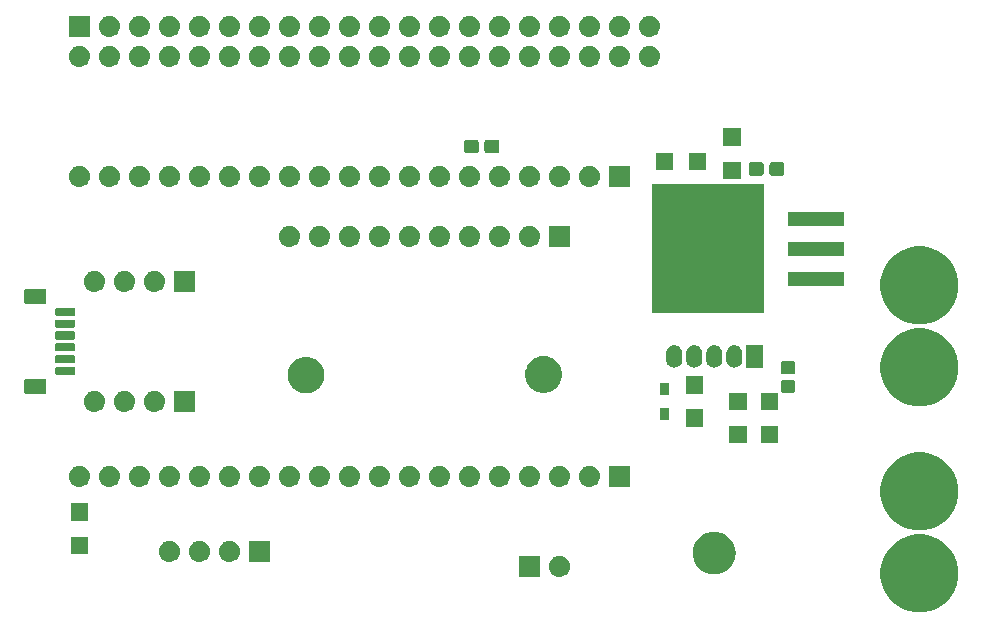
<source format=gbr>
G04 #@! TF.GenerationSoftware,KiCad,Pcbnew,5.0.2-bee76a0~70~ubuntu18.04.1*
G04 #@! TF.CreationDate,2019-11-21T17:40:54+09:00*
G04 #@! TF.ProjectId,Drone,44726f6e-652e-46b6-9963-61645f706362,rev?*
G04 #@! TF.SameCoordinates,Original*
G04 #@! TF.FileFunction,Soldermask,Bot*
G04 #@! TF.FilePolarity,Negative*
%FSLAX46Y46*%
G04 Gerber Fmt 4.6, Leading zero omitted, Abs format (unit mm)*
G04 Created by KiCad (PCBNEW 5.0.2-bee76a0~70~ubuntu18.04.1) date 2019年11月21日 17時40分54秒*
%MOMM*%
%LPD*%
G01*
G04 APERTURE LIST*
%ADD10C,0.100000*%
G04 APERTURE END LIST*
D10*
G36*
X173682865Y-119345855D02*
X174283609Y-119594691D01*
X174824268Y-119955948D01*
X175284052Y-120415732D01*
X175645309Y-120956391D01*
X175894145Y-121557135D01*
X176021000Y-122194878D01*
X176021000Y-122845122D01*
X175894145Y-123482865D01*
X175645309Y-124083609D01*
X175284052Y-124624268D01*
X174824268Y-125084052D01*
X174283609Y-125445309D01*
X173682865Y-125694145D01*
X173045122Y-125821000D01*
X172394878Y-125821000D01*
X171757135Y-125694145D01*
X171156391Y-125445309D01*
X170615732Y-125084052D01*
X170155948Y-124624268D01*
X169794691Y-124083609D01*
X169545855Y-123482865D01*
X169419000Y-122845122D01*
X169419000Y-122194878D01*
X169545855Y-121557135D01*
X169794691Y-120956391D01*
X170155948Y-120415732D01*
X170615732Y-119955948D01*
X171156391Y-119594691D01*
X171757135Y-119345855D01*
X172394878Y-119219000D01*
X173045122Y-119219000D01*
X173682865Y-119345855D01*
X173682865Y-119345855D01*
G37*
G36*
X142350442Y-121025518D02*
X142416627Y-121032037D01*
X142529853Y-121066384D01*
X142586467Y-121083557D01*
X142716492Y-121153058D01*
X142742991Y-121167222D01*
X142778729Y-121196552D01*
X142880186Y-121279814D01*
X142963448Y-121381271D01*
X142992778Y-121417009D01*
X142992779Y-121417011D01*
X143076443Y-121573533D01*
X143076443Y-121573534D01*
X143127963Y-121743373D01*
X143145359Y-121920000D01*
X143127963Y-122096627D01*
X143098159Y-122194878D01*
X143076443Y-122266467D01*
X143055995Y-122304722D01*
X142992778Y-122422991D01*
X142963448Y-122458729D01*
X142880186Y-122560186D01*
X142778729Y-122643448D01*
X142742991Y-122672778D01*
X142742989Y-122672779D01*
X142586467Y-122756443D01*
X142529853Y-122773616D01*
X142416627Y-122807963D01*
X142350443Y-122814481D01*
X142284260Y-122821000D01*
X142195740Y-122821000D01*
X142129557Y-122814481D01*
X142063373Y-122807963D01*
X141950147Y-122773616D01*
X141893533Y-122756443D01*
X141737011Y-122672779D01*
X141737009Y-122672778D01*
X141701271Y-122643448D01*
X141599814Y-122560186D01*
X141516552Y-122458729D01*
X141487222Y-122422991D01*
X141424005Y-122304722D01*
X141403557Y-122266467D01*
X141381841Y-122194878D01*
X141352037Y-122096627D01*
X141334641Y-121920000D01*
X141352037Y-121743373D01*
X141403557Y-121573534D01*
X141403557Y-121573533D01*
X141487221Y-121417011D01*
X141487222Y-121417009D01*
X141516552Y-121381271D01*
X141599814Y-121279814D01*
X141701271Y-121196552D01*
X141737009Y-121167222D01*
X141763508Y-121153058D01*
X141893533Y-121083557D01*
X141950147Y-121066384D01*
X142063373Y-121032037D01*
X142129558Y-121025518D01*
X142195740Y-121019000D01*
X142284260Y-121019000D01*
X142350442Y-121025518D01*
X142350442Y-121025518D01*
G37*
G36*
X140601000Y-122821000D02*
X138799000Y-122821000D01*
X138799000Y-121019000D01*
X140601000Y-121019000D01*
X140601000Y-122821000D01*
X140601000Y-122821000D01*
G37*
G36*
X155526669Y-119007686D02*
X155703058Y-119025059D01*
X155929385Y-119093714D01*
X156042549Y-119128042D01*
X156355425Y-119295279D01*
X156629661Y-119520339D01*
X156854721Y-119794575D01*
X157021958Y-120107451D01*
X157033958Y-120147011D01*
X157124941Y-120446942D01*
X157159714Y-120800000D01*
X157124941Y-121153058D01*
X157083344Y-121290185D01*
X157021958Y-121492549D01*
X156854721Y-121805425D01*
X156629661Y-122079661D01*
X156355425Y-122304721D01*
X156042549Y-122471958D01*
X155929385Y-122506286D01*
X155703058Y-122574941D01*
X155526669Y-122592314D01*
X155438476Y-122601000D01*
X155261524Y-122601000D01*
X155173331Y-122592314D01*
X154996942Y-122574941D01*
X154770615Y-122506286D01*
X154657451Y-122471958D01*
X154344575Y-122304721D01*
X154070339Y-122079661D01*
X153845279Y-121805425D01*
X153678042Y-121492549D01*
X153616656Y-121290185D01*
X153575059Y-121153058D01*
X153540286Y-120800000D01*
X153575059Y-120446942D01*
X153666042Y-120147011D01*
X153678042Y-120107451D01*
X153845279Y-119794575D01*
X154070339Y-119520339D01*
X154344575Y-119295279D01*
X154657451Y-119128042D01*
X154770615Y-119093714D01*
X154996942Y-119025059D01*
X155173331Y-119007686D01*
X155261524Y-118999000D01*
X155438476Y-118999000D01*
X155526669Y-119007686D01*
X155526669Y-119007686D01*
G37*
G36*
X109330442Y-119755518D02*
X109396627Y-119762037D01*
X109503891Y-119794575D01*
X109566467Y-119813557D01*
X109705087Y-119887652D01*
X109722991Y-119897222D01*
X109758729Y-119926552D01*
X109860186Y-120009814D01*
X109940313Y-120107451D01*
X109972778Y-120147009D01*
X109972779Y-120147011D01*
X110056443Y-120303533D01*
X110056443Y-120303534D01*
X110107963Y-120473373D01*
X110125359Y-120650000D01*
X110107963Y-120826627D01*
X110086919Y-120896000D01*
X110056443Y-120996467D01*
X110037430Y-121032037D01*
X109972778Y-121152991D01*
X109943448Y-121188729D01*
X109860186Y-121290186D01*
X109758729Y-121373448D01*
X109722991Y-121402778D01*
X109722989Y-121402779D01*
X109566467Y-121486443D01*
X109509853Y-121503616D01*
X109396627Y-121537963D01*
X109330443Y-121544481D01*
X109264260Y-121551000D01*
X109175740Y-121551000D01*
X109109557Y-121544481D01*
X109043373Y-121537963D01*
X108930147Y-121503616D01*
X108873533Y-121486443D01*
X108717011Y-121402779D01*
X108717009Y-121402778D01*
X108681271Y-121373448D01*
X108579814Y-121290186D01*
X108496552Y-121188729D01*
X108467222Y-121152991D01*
X108402570Y-121032037D01*
X108383557Y-120996467D01*
X108353081Y-120896000D01*
X108332037Y-120826627D01*
X108314641Y-120650000D01*
X108332037Y-120473373D01*
X108383557Y-120303534D01*
X108383557Y-120303533D01*
X108467221Y-120147011D01*
X108467222Y-120147009D01*
X108499687Y-120107451D01*
X108579814Y-120009814D01*
X108681271Y-119926552D01*
X108717009Y-119897222D01*
X108734913Y-119887652D01*
X108873533Y-119813557D01*
X108936109Y-119794575D01*
X109043373Y-119762037D01*
X109109558Y-119755518D01*
X109175740Y-119749000D01*
X109264260Y-119749000D01*
X109330442Y-119755518D01*
X109330442Y-119755518D01*
G37*
G36*
X117741000Y-121551000D02*
X115939000Y-121551000D01*
X115939000Y-119749000D01*
X117741000Y-119749000D01*
X117741000Y-121551000D01*
X117741000Y-121551000D01*
G37*
G36*
X114410442Y-119755518D02*
X114476627Y-119762037D01*
X114583891Y-119794575D01*
X114646467Y-119813557D01*
X114785087Y-119887652D01*
X114802991Y-119897222D01*
X114838729Y-119926552D01*
X114940186Y-120009814D01*
X115020313Y-120107451D01*
X115052778Y-120147009D01*
X115052779Y-120147011D01*
X115136443Y-120303533D01*
X115136443Y-120303534D01*
X115187963Y-120473373D01*
X115205359Y-120650000D01*
X115187963Y-120826627D01*
X115166919Y-120896000D01*
X115136443Y-120996467D01*
X115117430Y-121032037D01*
X115052778Y-121152991D01*
X115023448Y-121188729D01*
X114940186Y-121290186D01*
X114838729Y-121373448D01*
X114802991Y-121402778D01*
X114802989Y-121402779D01*
X114646467Y-121486443D01*
X114589853Y-121503616D01*
X114476627Y-121537963D01*
X114410443Y-121544481D01*
X114344260Y-121551000D01*
X114255740Y-121551000D01*
X114189557Y-121544481D01*
X114123373Y-121537963D01*
X114010147Y-121503616D01*
X113953533Y-121486443D01*
X113797011Y-121402779D01*
X113797009Y-121402778D01*
X113761271Y-121373448D01*
X113659814Y-121290186D01*
X113576552Y-121188729D01*
X113547222Y-121152991D01*
X113482570Y-121032037D01*
X113463557Y-120996467D01*
X113433081Y-120896000D01*
X113412037Y-120826627D01*
X113394641Y-120650000D01*
X113412037Y-120473373D01*
X113463557Y-120303534D01*
X113463557Y-120303533D01*
X113547221Y-120147011D01*
X113547222Y-120147009D01*
X113579687Y-120107451D01*
X113659814Y-120009814D01*
X113761271Y-119926552D01*
X113797009Y-119897222D01*
X113814913Y-119887652D01*
X113953533Y-119813557D01*
X114016109Y-119794575D01*
X114123373Y-119762037D01*
X114189558Y-119755518D01*
X114255740Y-119749000D01*
X114344260Y-119749000D01*
X114410442Y-119755518D01*
X114410442Y-119755518D01*
G37*
G36*
X111870442Y-119755518D02*
X111936627Y-119762037D01*
X112043891Y-119794575D01*
X112106467Y-119813557D01*
X112245087Y-119887652D01*
X112262991Y-119897222D01*
X112298729Y-119926552D01*
X112400186Y-120009814D01*
X112480313Y-120107451D01*
X112512778Y-120147009D01*
X112512779Y-120147011D01*
X112596443Y-120303533D01*
X112596443Y-120303534D01*
X112647963Y-120473373D01*
X112665359Y-120650000D01*
X112647963Y-120826627D01*
X112626919Y-120896000D01*
X112596443Y-120996467D01*
X112577430Y-121032037D01*
X112512778Y-121152991D01*
X112483448Y-121188729D01*
X112400186Y-121290186D01*
X112298729Y-121373448D01*
X112262991Y-121402778D01*
X112262989Y-121402779D01*
X112106467Y-121486443D01*
X112049853Y-121503616D01*
X111936627Y-121537963D01*
X111870443Y-121544481D01*
X111804260Y-121551000D01*
X111715740Y-121551000D01*
X111649557Y-121544481D01*
X111583373Y-121537963D01*
X111470147Y-121503616D01*
X111413533Y-121486443D01*
X111257011Y-121402779D01*
X111257009Y-121402778D01*
X111221271Y-121373448D01*
X111119814Y-121290186D01*
X111036552Y-121188729D01*
X111007222Y-121152991D01*
X110942570Y-121032037D01*
X110923557Y-120996467D01*
X110893081Y-120896000D01*
X110872037Y-120826627D01*
X110854641Y-120650000D01*
X110872037Y-120473373D01*
X110923557Y-120303534D01*
X110923557Y-120303533D01*
X111007221Y-120147011D01*
X111007222Y-120147009D01*
X111039687Y-120107451D01*
X111119814Y-120009814D01*
X111221271Y-119926552D01*
X111257009Y-119897222D01*
X111274913Y-119887652D01*
X111413533Y-119813557D01*
X111476109Y-119794575D01*
X111583373Y-119762037D01*
X111649558Y-119755518D01*
X111715740Y-119749000D01*
X111804260Y-119749000D01*
X111870442Y-119755518D01*
X111870442Y-119755518D01*
G37*
G36*
X102351000Y-120896000D02*
X100849000Y-120896000D01*
X100849000Y-119394000D01*
X102351000Y-119394000D01*
X102351000Y-120896000D01*
X102351000Y-120896000D01*
G37*
G36*
X173682865Y-112395855D02*
X174283609Y-112644691D01*
X174824268Y-113005948D01*
X175284052Y-113465732D01*
X175645309Y-114006391D01*
X175894145Y-114607135D01*
X176021000Y-115244878D01*
X176021000Y-115895122D01*
X175894145Y-116532865D01*
X175645309Y-117133609D01*
X175284052Y-117674268D01*
X174824268Y-118134052D01*
X174283609Y-118495309D01*
X173682865Y-118744145D01*
X173045122Y-118871000D01*
X172394878Y-118871000D01*
X171757135Y-118744145D01*
X171156391Y-118495309D01*
X170615732Y-118134052D01*
X170155948Y-117674268D01*
X169794691Y-117133609D01*
X169545855Y-116532865D01*
X169419000Y-115895122D01*
X169419000Y-115244878D01*
X169545855Y-114607135D01*
X169794691Y-114006391D01*
X170155948Y-113465732D01*
X170615732Y-113005948D01*
X171156391Y-112644691D01*
X171757135Y-112395855D01*
X172394878Y-112269000D01*
X173045122Y-112269000D01*
X173682865Y-112395855D01*
X173682865Y-112395855D01*
G37*
G36*
X102351000Y-118096000D02*
X100849000Y-118096000D01*
X100849000Y-116594000D01*
X102351000Y-116594000D01*
X102351000Y-118096000D01*
X102351000Y-118096000D01*
G37*
G36*
X139810443Y-113405519D02*
X139876627Y-113412037D01*
X139989853Y-113446384D01*
X140046467Y-113463557D01*
X140185087Y-113537652D01*
X140202991Y-113547222D01*
X140238729Y-113576552D01*
X140340186Y-113659814D01*
X140423448Y-113761271D01*
X140452778Y-113797009D01*
X140452779Y-113797011D01*
X140536443Y-113953533D01*
X140536443Y-113953534D01*
X140587963Y-114123373D01*
X140605359Y-114300000D01*
X140587963Y-114476627D01*
X140553616Y-114589853D01*
X140536443Y-114646467D01*
X140462348Y-114785087D01*
X140452778Y-114802991D01*
X140423448Y-114838729D01*
X140340186Y-114940186D01*
X140238729Y-115023448D01*
X140202991Y-115052778D01*
X140202989Y-115052779D01*
X140046467Y-115136443D01*
X139989853Y-115153616D01*
X139876627Y-115187963D01*
X139810442Y-115194482D01*
X139744260Y-115201000D01*
X139655740Y-115201000D01*
X139589558Y-115194482D01*
X139523373Y-115187963D01*
X139410147Y-115153616D01*
X139353533Y-115136443D01*
X139197011Y-115052779D01*
X139197009Y-115052778D01*
X139161271Y-115023448D01*
X139059814Y-114940186D01*
X138976552Y-114838729D01*
X138947222Y-114802991D01*
X138937652Y-114785087D01*
X138863557Y-114646467D01*
X138846384Y-114589853D01*
X138812037Y-114476627D01*
X138794641Y-114300000D01*
X138812037Y-114123373D01*
X138863557Y-113953534D01*
X138863557Y-113953533D01*
X138947221Y-113797011D01*
X138947222Y-113797009D01*
X138976552Y-113761271D01*
X139059814Y-113659814D01*
X139161271Y-113576552D01*
X139197009Y-113547222D01*
X139214913Y-113537652D01*
X139353533Y-113463557D01*
X139410147Y-113446384D01*
X139523373Y-113412037D01*
X139589557Y-113405519D01*
X139655740Y-113399000D01*
X139744260Y-113399000D01*
X139810443Y-113405519D01*
X139810443Y-113405519D01*
G37*
G36*
X122030443Y-113405519D02*
X122096627Y-113412037D01*
X122209853Y-113446384D01*
X122266467Y-113463557D01*
X122405087Y-113537652D01*
X122422991Y-113547222D01*
X122458729Y-113576552D01*
X122560186Y-113659814D01*
X122643448Y-113761271D01*
X122672778Y-113797009D01*
X122672779Y-113797011D01*
X122756443Y-113953533D01*
X122756443Y-113953534D01*
X122807963Y-114123373D01*
X122825359Y-114300000D01*
X122807963Y-114476627D01*
X122773616Y-114589853D01*
X122756443Y-114646467D01*
X122682348Y-114785087D01*
X122672778Y-114802991D01*
X122643448Y-114838729D01*
X122560186Y-114940186D01*
X122458729Y-115023448D01*
X122422991Y-115052778D01*
X122422989Y-115052779D01*
X122266467Y-115136443D01*
X122209853Y-115153616D01*
X122096627Y-115187963D01*
X122030442Y-115194482D01*
X121964260Y-115201000D01*
X121875740Y-115201000D01*
X121809558Y-115194482D01*
X121743373Y-115187963D01*
X121630147Y-115153616D01*
X121573533Y-115136443D01*
X121417011Y-115052779D01*
X121417009Y-115052778D01*
X121381271Y-115023448D01*
X121279814Y-114940186D01*
X121196552Y-114838729D01*
X121167222Y-114802991D01*
X121157652Y-114785087D01*
X121083557Y-114646467D01*
X121066384Y-114589853D01*
X121032037Y-114476627D01*
X121014641Y-114300000D01*
X121032037Y-114123373D01*
X121083557Y-113953534D01*
X121083557Y-113953533D01*
X121167221Y-113797011D01*
X121167222Y-113797009D01*
X121196552Y-113761271D01*
X121279814Y-113659814D01*
X121381271Y-113576552D01*
X121417009Y-113547222D01*
X121434913Y-113537652D01*
X121573533Y-113463557D01*
X121630147Y-113446384D01*
X121743373Y-113412037D01*
X121809557Y-113405519D01*
X121875740Y-113399000D01*
X121964260Y-113399000D01*
X122030443Y-113405519D01*
X122030443Y-113405519D01*
G37*
G36*
X116950443Y-113405519D02*
X117016627Y-113412037D01*
X117129853Y-113446384D01*
X117186467Y-113463557D01*
X117325087Y-113537652D01*
X117342991Y-113547222D01*
X117378729Y-113576552D01*
X117480186Y-113659814D01*
X117563448Y-113761271D01*
X117592778Y-113797009D01*
X117592779Y-113797011D01*
X117676443Y-113953533D01*
X117676443Y-113953534D01*
X117727963Y-114123373D01*
X117745359Y-114300000D01*
X117727963Y-114476627D01*
X117693616Y-114589853D01*
X117676443Y-114646467D01*
X117602348Y-114785087D01*
X117592778Y-114802991D01*
X117563448Y-114838729D01*
X117480186Y-114940186D01*
X117378729Y-115023448D01*
X117342991Y-115052778D01*
X117342989Y-115052779D01*
X117186467Y-115136443D01*
X117129853Y-115153616D01*
X117016627Y-115187963D01*
X116950442Y-115194482D01*
X116884260Y-115201000D01*
X116795740Y-115201000D01*
X116729558Y-115194482D01*
X116663373Y-115187963D01*
X116550147Y-115153616D01*
X116493533Y-115136443D01*
X116337011Y-115052779D01*
X116337009Y-115052778D01*
X116301271Y-115023448D01*
X116199814Y-114940186D01*
X116116552Y-114838729D01*
X116087222Y-114802991D01*
X116077652Y-114785087D01*
X116003557Y-114646467D01*
X115986384Y-114589853D01*
X115952037Y-114476627D01*
X115934641Y-114300000D01*
X115952037Y-114123373D01*
X116003557Y-113953534D01*
X116003557Y-113953533D01*
X116087221Y-113797011D01*
X116087222Y-113797009D01*
X116116552Y-113761271D01*
X116199814Y-113659814D01*
X116301271Y-113576552D01*
X116337009Y-113547222D01*
X116354913Y-113537652D01*
X116493533Y-113463557D01*
X116550147Y-113446384D01*
X116663373Y-113412037D01*
X116729557Y-113405519D01*
X116795740Y-113399000D01*
X116884260Y-113399000D01*
X116950443Y-113405519D01*
X116950443Y-113405519D01*
G37*
G36*
X114410443Y-113405519D02*
X114476627Y-113412037D01*
X114589853Y-113446384D01*
X114646467Y-113463557D01*
X114785087Y-113537652D01*
X114802991Y-113547222D01*
X114838729Y-113576552D01*
X114940186Y-113659814D01*
X115023448Y-113761271D01*
X115052778Y-113797009D01*
X115052779Y-113797011D01*
X115136443Y-113953533D01*
X115136443Y-113953534D01*
X115187963Y-114123373D01*
X115205359Y-114300000D01*
X115187963Y-114476627D01*
X115153616Y-114589853D01*
X115136443Y-114646467D01*
X115062348Y-114785087D01*
X115052778Y-114802991D01*
X115023448Y-114838729D01*
X114940186Y-114940186D01*
X114838729Y-115023448D01*
X114802991Y-115052778D01*
X114802989Y-115052779D01*
X114646467Y-115136443D01*
X114589853Y-115153616D01*
X114476627Y-115187963D01*
X114410442Y-115194482D01*
X114344260Y-115201000D01*
X114255740Y-115201000D01*
X114189558Y-115194482D01*
X114123373Y-115187963D01*
X114010147Y-115153616D01*
X113953533Y-115136443D01*
X113797011Y-115052779D01*
X113797009Y-115052778D01*
X113761271Y-115023448D01*
X113659814Y-114940186D01*
X113576552Y-114838729D01*
X113547222Y-114802991D01*
X113537652Y-114785087D01*
X113463557Y-114646467D01*
X113446384Y-114589853D01*
X113412037Y-114476627D01*
X113394641Y-114300000D01*
X113412037Y-114123373D01*
X113463557Y-113953534D01*
X113463557Y-113953533D01*
X113547221Y-113797011D01*
X113547222Y-113797009D01*
X113576552Y-113761271D01*
X113659814Y-113659814D01*
X113761271Y-113576552D01*
X113797009Y-113547222D01*
X113814913Y-113537652D01*
X113953533Y-113463557D01*
X114010147Y-113446384D01*
X114123373Y-113412037D01*
X114189557Y-113405519D01*
X114255740Y-113399000D01*
X114344260Y-113399000D01*
X114410443Y-113405519D01*
X114410443Y-113405519D01*
G37*
G36*
X111870443Y-113405519D02*
X111936627Y-113412037D01*
X112049853Y-113446384D01*
X112106467Y-113463557D01*
X112245087Y-113537652D01*
X112262991Y-113547222D01*
X112298729Y-113576552D01*
X112400186Y-113659814D01*
X112483448Y-113761271D01*
X112512778Y-113797009D01*
X112512779Y-113797011D01*
X112596443Y-113953533D01*
X112596443Y-113953534D01*
X112647963Y-114123373D01*
X112665359Y-114300000D01*
X112647963Y-114476627D01*
X112613616Y-114589853D01*
X112596443Y-114646467D01*
X112522348Y-114785087D01*
X112512778Y-114802991D01*
X112483448Y-114838729D01*
X112400186Y-114940186D01*
X112298729Y-115023448D01*
X112262991Y-115052778D01*
X112262989Y-115052779D01*
X112106467Y-115136443D01*
X112049853Y-115153616D01*
X111936627Y-115187963D01*
X111870442Y-115194482D01*
X111804260Y-115201000D01*
X111715740Y-115201000D01*
X111649558Y-115194482D01*
X111583373Y-115187963D01*
X111470147Y-115153616D01*
X111413533Y-115136443D01*
X111257011Y-115052779D01*
X111257009Y-115052778D01*
X111221271Y-115023448D01*
X111119814Y-114940186D01*
X111036552Y-114838729D01*
X111007222Y-114802991D01*
X110997652Y-114785087D01*
X110923557Y-114646467D01*
X110906384Y-114589853D01*
X110872037Y-114476627D01*
X110854641Y-114300000D01*
X110872037Y-114123373D01*
X110923557Y-113953534D01*
X110923557Y-113953533D01*
X111007221Y-113797011D01*
X111007222Y-113797009D01*
X111036552Y-113761271D01*
X111119814Y-113659814D01*
X111221271Y-113576552D01*
X111257009Y-113547222D01*
X111274913Y-113537652D01*
X111413533Y-113463557D01*
X111470147Y-113446384D01*
X111583373Y-113412037D01*
X111649557Y-113405519D01*
X111715740Y-113399000D01*
X111804260Y-113399000D01*
X111870443Y-113405519D01*
X111870443Y-113405519D01*
G37*
G36*
X109330443Y-113405519D02*
X109396627Y-113412037D01*
X109509853Y-113446384D01*
X109566467Y-113463557D01*
X109705087Y-113537652D01*
X109722991Y-113547222D01*
X109758729Y-113576552D01*
X109860186Y-113659814D01*
X109943448Y-113761271D01*
X109972778Y-113797009D01*
X109972779Y-113797011D01*
X110056443Y-113953533D01*
X110056443Y-113953534D01*
X110107963Y-114123373D01*
X110125359Y-114300000D01*
X110107963Y-114476627D01*
X110073616Y-114589853D01*
X110056443Y-114646467D01*
X109982348Y-114785087D01*
X109972778Y-114802991D01*
X109943448Y-114838729D01*
X109860186Y-114940186D01*
X109758729Y-115023448D01*
X109722991Y-115052778D01*
X109722989Y-115052779D01*
X109566467Y-115136443D01*
X109509853Y-115153616D01*
X109396627Y-115187963D01*
X109330442Y-115194482D01*
X109264260Y-115201000D01*
X109175740Y-115201000D01*
X109109558Y-115194482D01*
X109043373Y-115187963D01*
X108930147Y-115153616D01*
X108873533Y-115136443D01*
X108717011Y-115052779D01*
X108717009Y-115052778D01*
X108681271Y-115023448D01*
X108579814Y-114940186D01*
X108496552Y-114838729D01*
X108467222Y-114802991D01*
X108457652Y-114785087D01*
X108383557Y-114646467D01*
X108366384Y-114589853D01*
X108332037Y-114476627D01*
X108314641Y-114300000D01*
X108332037Y-114123373D01*
X108383557Y-113953534D01*
X108383557Y-113953533D01*
X108467221Y-113797011D01*
X108467222Y-113797009D01*
X108496552Y-113761271D01*
X108579814Y-113659814D01*
X108681271Y-113576552D01*
X108717009Y-113547222D01*
X108734913Y-113537652D01*
X108873533Y-113463557D01*
X108930147Y-113446384D01*
X109043373Y-113412037D01*
X109109557Y-113405519D01*
X109175740Y-113399000D01*
X109264260Y-113399000D01*
X109330443Y-113405519D01*
X109330443Y-113405519D01*
G37*
G36*
X106790443Y-113405519D02*
X106856627Y-113412037D01*
X106969853Y-113446384D01*
X107026467Y-113463557D01*
X107165087Y-113537652D01*
X107182991Y-113547222D01*
X107218729Y-113576552D01*
X107320186Y-113659814D01*
X107403448Y-113761271D01*
X107432778Y-113797009D01*
X107432779Y-113797011D01*
X107516443Y-113953533D01*
X107516443Y-113953534D01*
X107567963Y-114123373D01*
X107585359Y-114300000D01*
X107567963Y-114476627D01*
X107533616Y-114589853D01*
X107516443Y-114646467D01*
X107442348Y-114785087D01*
X107432778Y-114802991D01*
X107403448Y-114838729D01*
X107320186Y-114940186D01*
X107218729Y-115023448D01*
X107182991Y-115052778D01*
X107182989Y-115052779D01*
X107026467Y-115136443D01*
X106969853Y-115153616D01*
X106856627Y-115187963D01*
X106790442Y-115194482D01*
X106724260Y-115201000D01*
X106635740Y-115201000D01*
X106569558Y-115194482D01*
X106503373Y-115187963D01*
X106390147Y-115153616D01*
X106333533Y-115136443D01*
X106177011Y-115052779D01*
X106177009Y-115052778D01*
X106141271Y-115023448D01*
X106039814Y-114940186D01*
X105956552Y-114838729D01*
X105927222Y-114802991D01*
X105917652Y-114785087D01*
X105843557Y-114646467D01*
X105826384Y-114589853D01*
X105792037Y-114476627D01*
X105774641Y-114300000D01*
X105792037Y-114123373D01*
X105843557Y-113953534D01*
X105843557Y-113953533D01*
X105927221Y-113797011D01*
X105927222Y-113797009D01*
X105956552Y-113761271D01*
X106039814Y-113659814D01*
X106141271Y-113576552D01*
X106177009Y-113547222D01*
X106194913Y-113537652D01*
X106333533Y-113463557D01*
X106390147Y-113446384D01*
X106503373Y-113412037D01*
X106569557Y-113405519D01*
X106635740Y-113399000D01*
X106724260Y-113399000D01*
X106790443Y-113405519D01*
X106790443Y-113405519D01*
G37*
G36*
X104250443Y-113405519D02*
X104316627Y-113412037D01*
X104429853Y-113446384D01*
X104486467Y-113463557D01*
X104625087Y-113537652D01*
X104642991Y-113547222D01*
X104678729Y-113576552D01*
X104780186Y-113659814D01*
X104863448Y-113761271D01*
X104892778Y-113797009D01*
X104892779Y-113797011D01*
X104976443Y-113953533D01*
X104976443Y-113953534D01*
X105027963Y-114123373D01*
X105045359Y-114300000D01*
X105027963Y-114476627D01*
X104993616Y-114589853D01*
X104976443Y-114646467D01*
X104902348Y-114785087D01*
X104892778Y-114802991D01*
X104863448Y-114838729D01*
X104780186Y-114940186D01*
X104678729Y-115023448D01*
X104642991Y-115052778D01*
X104642989Y-115052779D01*
X104486467Y-115136443D01*
X104429853Y-115153616D01*
X104316627Y-115187963D01*
X104250442Y-115194482D01*
X104184260Y-115201000D01*
X104095740Y-115201000D01*
X104029558Y-115194482D01*
X103963373Y-115187963D01*
X103850147Y-115153616D01*
X103793533Y-115136443D01*
X103637011Y-115052779D01*
X103637009Y-115052778D01*
X103601271Y-115023448D01*
X103499814Y-114940186D01*
X103416552Y-114838729D01*
X103387222Y-114802991D01*
X103377652Y-114785087D01*
X103303557Y-114646467D01*
X103286384Y-114589853D01*
X103252037Y-114476627D01*
X103234641Y-114300000D01*
X103252037Y-114123373D01*
X103303557Y-113953534D01*
X103303557Y-113953533D01*
X103387221Y-113797011D01*
X103387222Y-113797009D01*
X103416552Y-113761271D01*
X103499814Y-113659814D01*
X103601271Y-113576552D01*
X103637009Y-113547222D01*
X103654913Y-113537652D01*
X103793533Y-113463557D01*
X103850147Y-113446384D01*
X103963373Y-113412037D01*
X104029557Y-113405519D01*
X104095740Y-113399000D01*
X104184260Y-113399000D01*
X104250443Y-113405519D01*
X104250443Y-113405519D01*
G37*
G36*
X101710443Y-113405519D02*
X101776627Y-113412037D01*
X101889853Y-113446384D01*
X101946467Y-113463557D01*
X102085087Y-113537652D01*
X102102991Y-113547222D01*
X102138729Y-113576552D01*
X102240186Y-113659814D01*
X102323448Y-113761271D01*
X102352778Y-113797009D01*
X102352779Y-113797011D01*
X102436443Y-113953533D01*
X102436443Y-113953534D01*
X102487963Y-114123373D01*
X102505359Y-114300000D01*
X102487963Y-114476627D01*
X102453616Y-114589853D01*
X102436443Y-114646467D01*
X102362348Y-114785087D01*
X102352778Y-114802991D01*
X102323448Y-114838729D01*
X102240186Y-114940186D01*
X102138729Y-115023448D01*
X102102991Y-115052778D01*
X102102989Y-115052779D01*
X101946467Y-115136443D01*
X101889853Y-115153616D01*
X101776627Y-115187963D01*
X101710442Y-115194482D01*
X101644260Y-115201000D01*
X101555740Y-115201000D01*
X101489558Y-115194482D01*
X101423373Y-115187963D01*
X101310147Y-115153616D01*
X101253533Y-115136443D01*
X101097011Y-115052779D01*
X101097009Y-115052778D01*
X101061271Y-115023448D01*
X100959814Y-114940186D01*
X100876552Y-114838729D01*
X100847222Y-114802991D01*
X100837652Y-114785087D01*
X100763557Y-114646467D01*
X100746384Y-114589853D01*
X100712037Y-114476627D01*
X100694641Y-114300000D01*
X100712037Y-114123373D01*
X100763557Y-113953534D01*
X100763557Y-113953533D01*
X100847221Y-113797011D01*
X100847222Y-113797009D01*
X100876552Y-113761271D01*
X100959814Y-113659814D01*
X101061271Y-113576552D01*
X101097009Y-113547222D01*
X101114913Y-113537652D01*
X101253533Y-113463557D01*
X101310147Y-113446384D01*
X101423373Y-113412037D01*
X101489557Y-113405519D01*
X101555740Y-113399000D01*
X101644260Y-113399000D01*
X101710443Y-113405519D01*
X101710443Y-113405519D01*
G37*
G36*
X144890443Y-113405519D02*
X144956627Y-113412037D01*
X145069853Y-113446384D01*
X145126467Y-113463557D01*
X145265087Y-113537652D01*
X145282991Y-113547222D01*
X145318729Y-113576552D01*
X145420186Y-113659814D01*
X145503448Y-113761271D01*
X145532778Y-113797009D01*
X145532779Y-113797011D01*
X145616443Y-113953533D01*
X145616443Y-113953534D01*
X145667963Y-114123373D01*
X145685359Y-114300000D01*
X145667963Y-114476627D01*
X145633616Y-114589853D01*
X145616443Y-114646467D01*
X145542348Y-114785087D01*
X145532778Y-114802991D01*
X145503448Y-114838729D01*
X145420186Y-114940186D01*
X145318729Y-115023448D01*
X145282991Y-115052778D01*
X145282989Y-115052779D01*
X145126467Y-115136443D01*
X145069853Y-115153616D01*
X144956627Y-115187963D01*
X144890442Y-115194482D01*
X144824260Y-115201000D01*
X144735740Y-115201000D01*
X144669558Y-115194482D01*
X144603373Y-115187963D01*
X144490147Y-115153616D01*
X144433533Y-115136443D01*
X144277011Y-115052779D01*
X144277009Y-115052778D01*
X144241271Y-115023448D01*
X144139814Y-114940186D01*
X144056552Y-114838729D01*
X144027222Y-114802991D01*
X144017652Y-114785087D01*
X143943557Y-114646467D01*
X143926384Y-114589853D01*
X143892037Y-114476627D01*
X143874641Y-114300000D01*
X143892037Y-114123373D01*
X143943557Y-113953534D01*
X143943557Y-113953533D01*
X144027221Y-113797011D01*
X144027222Y-113797009D01*
X144056552Y-113761271D01*
X144139814Y-113659814D01*
X144241271Y-113576552D01*
X144277009Y-113547222D01*
X144294913Y-113537652D01*
X144433533Y-113463557D01*
X144490147Y-113446384D01*
X144603373Y-113412037D01*
X144669557Y-113405519D01*
X144735740Y-113399000D01*
X144824260Y-113399000D01*
X144890443Y-113405519D01*
X144890443Y-113405519D01*
G37*
G36*
X142350443Y-113405519D02*
X142416627Y-113412037D01*
X142529853Y-113446384D01*
X142586467Y-113463557D01*
X142725087Y-113537652D01*
X142742991Y-113547222D01*
X142778729Y-113576552D01*
X142880186Y-113659814D01*
X142963448Y-113761271D01*
X142992778Y-113797009D01*
X142992779Y-113797011D01*
X143076443Y-113953533D01*
X143076443Y-113953534D01*
X143127963Y-114123373D01*
X143145359Y-114300000D01*
X143127963Y-114476627D01*
X143093616Y-114589853D01*
X143076443Y-114646467D01*
X143002348Y-114785087D01*
X142992778Y-114802991D01*
X142963448Y-114838729D01*
X142880186Y-114940186D01*
X142778729Y-115023448D01*
X142742991Y-115052778D01*
X142742989Y-115052779D01*
X142586467Y-115136443D01*
X142529853Y-115153616D01*
X142416627Y-115187963D01*
X142350442Y-115194482D01*
X142284260Y-115201000D01*
X142195740Y-115201000D01*
X142129558Y-115194482D01*
X142063373Y-115187963D01*
X141950147Y-115153616D01*
X141893533Y-115136443D01*
X141737011Y-115052779D01*
X141737009Y-115052778D01*
X141701271Y-115023448D01*
X141599814Y-114940186D01*
X141516552Y-114838729D01*
X141487222Y-114802991D01*
X141477652Y-114785087D01*
X141403557Y-114646467D01*
X141386384Y-114589853D01*
X141352037Y-114476627D01*
X141334641Y-114300000D01*
X141352037Y-114123373D01*
X141403557Y-113953534D01*
X141403557Y-113953533D01*
X141487221Y-113797011D01*
X141487222Y-113797009D01*
X141516552Y-113761271D01*
X141599814Y-113659814D01*
X141701271Y-113576552D01*
X141737009Y-113547222D01*
X141754913Y-113537652D01*
X141893533Y-113463557D01*
X141950147Y-113446384D01*
X142063373Y-113412037D01*
X142129557Y-113405519D01*
X142195740Y-113399000D01*
X142284260Y-113399000D01*
X142350443Y-113405519D01*
X142350443Y-113405519D01*
G37*
G36*
X148221000Y-115201000D02*
X146419000Y-115201000D01*
X146419000Y-113399000D01*
X148221000Y-113399000D01*
X148221000Y-115201000D01*
X148221000Y-115201000D01*
G37*
G36*
X137270443Y-113405519D02*
X137336627Y-113412037D01*
X137449853Y-113446384D01*
X137506467Y-113463557D01*
X137645087Y-113537652D01*
X137662991Y-113547222D01*
X137698729Y-113576552D01*
X137800186Y-113659814D01*
X137883448Y-113761271D01*
X137912778Y-113797009D01*
X137912779Y-113797011D01*
X137996443Y-113953533D01*
X137996443Y-113953534D01*
X138047963Y-114123373D01*
X138065359Y-114300000D01*
X138047963Y-114476627D01*
X138013616Y-114589853D01*
X137996443Y-114646467D01*
X137922348Y-114785087D01*
X137912778Y-114802991D01*
X137883448Y-114838729D01*
X137800186Y-114940186D01*
X137698729Y-115023448D01*
X137662991Y-115052778D01*
X137662989Y-115052779D01*
X137506467Y-115136443D01*
X137449853Y-115153616D01*
X137336627Y-115187963D01*
X137270442Y-115194482D01*
X137204260Y-115201000D01*
X137115740Y-115201000D01*
X137049558Y-115194482D01*
X136983373Y-115187963D01*
X136870147Y-115153616D01*
X136813533Y-115136443D01*
X136657011Y-115052779D01*
X136657009Y-115052778D01*
X136621271Y-115023448D01*
X136519814Y-114940186D01*
X136436552Y-114838729D01*
X136407222Y-114802991D01*
X136397652Y-114785087D01*
X136323557Y-114646467D01*
X136306384Y-114589853D01*
X136272037Y-114476627D01*
X136254641Y-114300000D01*
X136272037Y-114123373D01*
X136323557Y-113953534D01*
X136323557Y-113953533D01*
X136407221Y-113797011D01*
X136407222Y-113797009D01*
X136436552Y-113761271D01*
X136519814Y-113659814D01*
X136621271Y-113576552D01*
X136657009Y-113547222D01*
X136674913Y-113537652D01*
X136813533Y-113463557D01*
X136870147Y-113446384D01*
X136983373Y-113412037D01*
X137049557Y-113405519D01*
X137115740Y-113399000D01*
X137204260Y-113399000D01*
X137270443Y-113405519D01*
X137270443Y-113405519D01*
G37*
G36*
X134730443Y-113405519D02*
X134796627Y-113412037D01*
X134909853Y-113446384D01*
X134966467Y-113463557D01*
X135105087Y-113537652D01*
X135122991Y-113547222D01*
X135158729Y-113576552D01*
X135260186Y-113659814D01*
X135343448Y-113761271D01*
X135372778Y-113797009D01*
X135372779Y-113797011D01*
X135456443Y-113953533D01*
X135456443Y-113953534D01*
X135507963Y-114123373D01*
X135525359Y-114300000D01*
X135507963Y-114476627D01*
X135473616Y-114589853D01*
X135456443Y-114646467D01*
X135382348Y-114785087D01*
X135372778Y-114802991D01*
X135343448Y-114838729D01*
X135260186Y-114940186D01*
X135158729Y-115023448D01*
X135122991Y-115052778D01*
X135122989Y-115052779D01*
X134966467Y-115136443D01*
X134909853Y-115153616D01*
X134796627Y-115187963D01*
X134730442Y-115194482D01*
X134664260Y-115201000D01*
X134575740Y-115201000D01*
X134509558Y-115194482D01*
X134443373Y-115187963D01*
X134330147Y-115153616D01*
X134273533Y-115136443D01*
X134117011Y-115052779D01*
X134117009Y-115052778D01*
X134081271Y-115023448D01*
X133979814Y-114940186D01*
X133896552Y-114838729D01*
X133867222Y-114802991D01*
X133857652Y-114785087D01*
X133783557Y-114646467D01*
X133766384Y-114589853D01*
X133732037Y-114476627D01*
X133714641Y-114300000D01*
X133732037Y-114123373D01*
X133783557Y-113953534D01*
X133783557Y-113953533D01*
X133867221Y-113797011D01*
X133867222Y-113797009D01*
X133896552Y-113761271D01*
X133979814Y-113659814D01*
X134081271Y-113576552D01*
X134117009Y-113547222D01*
X134134913Y-113537652D01*
X134273533Y-113463557D01*
X134330147Y-113446384D01*
X134443373Y-113412037D01*
X134509557Y-113405519D01*
X134575740Y-113399000D01*
X134664260Y-113399000D01*
X134730443Y-113405519D01*
X134730443Y-113405519D01*
G37*
G36*
X132190443Y-113405519D02*
X132256627Y-113412037D01*
X132369853Y-113446384D01*
X132426467Y-113463557D01*
X132565087Y-113537652D01*
X132582991Y-113547222D01*
X132618729Y-113576552D01*
X132720186Y-113659814D01*
X132803448Y-113761271D01*
X132832778Y-113797009D01*
X132832779Y-113797011D01*
X132916443Y-113953533D01*
X132916443Y-113953534D01*
X132967963Y-114123373D01*
X132985359Y-114300000D01*
X132967963Y-114476627D01*
X132933616Y-114589853D01*
X132916443Y-114646467D01*
X132842348Y-114785087D01*
X132832778Y-114802991D01*
X132803448Y-114838729D01*
X132720186Y-114940186D01*
X132618729Y-115023448D01*
X132582991Y-115052778D01*
X132582989Y-115052779D01*
X132426467Y-115136443D01*
X132369853Y-115153616D01*
X132256627Y-115187963D01*
X132190442Y-115194482D01*
X132124260Y-115201000D01*
X132035740Y-115201000D01*
X131969558Y-115194482D01*
X131903373Y-115187963D01*
X131790147Y-115153616D01*
X131733533Y-115136443D01*
X131577011Y-115052779D01*
X131577009Y-115052778D01*
X131541271Y-115023448D01*
X131439814Y-114940186D01*
X131356552Y-114838729D01*
X131327222Y-114802991D01*
X131317652Y-114785087D01*
X131243557Y-114646467D01*
X131226384Y-114589853D01*
X131192037Y-114476627D01*
X131174641Y-114300000D01*
X131192037Y-114123373D01*
X131243557Y-113953534D01*
X131243557Y-113953533D01*
X131327221Y-113797011D01*
X131327222Y-113797009D01*
X131356552Y-113761271D01*
X131439814Y-113659814D01*
X131541271Y-113576552D01*
X131577009Y-113547222D01*
X131594913Y-113537652D01*
X131733533Y-113463557D01*
X131790147Y-113446384D01*
X131903373Y-113412037D01*
X131969557Y-113405519D01*
X132035740Y-113399000D01*
X132124260Y-113399000D01*
X132190443Y-113405519D01*
X132190443Y-113405519D01*
G37*
G36*
X129650443Y-113405519D02*
X129716627Y-113412037D01*
X129829853Y-113446384D01*
X129886467Y-113463557D01*
X130025087Y-113537652D01*
X130042991Y-113547222D01*
X130078729Y-113576552D01*
X130180186Y-113659814D01*
X130263448Y-113761271D01*
X130292778Y-113797009D01*
X130292779Y-113797011D01*
X130376443Y-113953533D01*
X130376443Y-113953534D01*
X130427963Y-114123373D01*
X130445359Y-114300000D01*
X130427963Y-114476627D01*
X130393616Y-114589853D01*
X130376443Y-114646467D01*
X130302348Y-114785087D01*
X130292778Y-114802991D01*
X130263448Y-114838729D01*
X130180186Y-114940186D01*
X130078729Y-115023448D01*
X130042991Y-115052778D01*
X130042989Y-115052779D01*
X129886467Y-115136443D01*
X129829853Y-115153616D01*
X129716627Y-115187963D01*
X129650442Y-115194482D01*
X129584260Y-115201000D01*
X129495740Y-115201000D01*
X129429558Y-115194482D01*
X129363373Y-115187963D01*
X129250147Y-115153616D01*
X129193533Y-115136443D01*
X129037011Y-115052779D01*
X129037009Y-115052778D01*
X129001271Y-115023448D01*
X128899814Y-114940186D01*
X128816552Y-114838729D01*
X128787222Y-114802991D01*
X128777652Y-114785087D01*
X128703557Y-114646467D01*
X128686384Y-114589853D01*
X128652037Y-114476627D01*
X128634641Y-114300000D01*
X128652037Y-114123373D01*
X128703557Y-113953534D01*
X128703557Y-113953533D01*
X128787221Y-113797011D01*
X128787222Y-113797009D01*
X128816552Y-113761271D01*
X128899814Y-113659814D01*
X129001271Y-113576552D01*
X129037009Y-113547222D01*
X129054913Y-113537652D01*
X129193533Y-113463557D01*
X129250147Y-113446384D01*
X129363373Y-113412037D01*
X129429557Y-113405519D01*
X129495740Y-113399000D01*
X129584260Y-113399000D01*
X129650443Y-113405519D01*
X129650443Y-113405519D01*
G37*
G36*
X127110443Y-113405519D02*
X127176627Y-113412037D01*
X127289853Y-113446384D01*
X127346467Y-113463557D01*
X127485087Y-113537652D01*
X127502991Y-113547222D01*
X127538729Y-113576552D01*
X127640186Y-113659814D01*
X127723448Y-113761271D01*
X127752778Y-113797009D01*
X127752779Y-113797011D01*
X127836443Y-113953533D01*
X127836443Y-113953534D01*
X127887963Y-114123373D01*
X127905359Y-114300000D01*
X127887963Y-114476627D01*
X127853616Y-114589853D01*
X127836443Y-114646467D01*
X127762348Y-114785087D01*
X127752778Y-114802991D01*
X127723448Y-114838729D01*
X127640186Y-114940186D01*
X127538729Y-115023448D01*
X127502991Y-115052778D01*
X127502989Y-115052779D01*
X127346467Y-115136443D01*
X127289853Y-115153616D01*
X127176627Y-115187963D01*
X127110442Y-115194482D01*
X127044260Y-115201000D01*
X126955740Y-115201000D01*
X126889558Y-115194482D01*
X126823373Y-115187963D01*
X126710147Y-115153616D01*
X126653533Y-115136443D01*
X126497011Y-115052779D01*
X126497009Y-115052778D01*
X126461271Y-115023448D01*
X126359814Y-114940186D01*
X126276552Y-114838729D01*
X126247222Y-114802991D01*
X126237652Y-114785087D01*
X126163557Y-114646467D01*
X126146384Y-114589853D01*
X126112037Y-114476627D01*
X126094641Y-114300000D01*
X126112037Y-114123373D01*
X126163557Y-113953534D01*
X126163557Y-113953533D01*
X126247221Y-113797011D01*
X126247222Y-113797009D01*
X126276552Y-113761271D01*
X126359814Y-113659814D01*
X126461271Y-113576552D01*
X126497009Y-113547222D01*
X126514913Y-113537652D01*
X126653533Y-113463557D01*
X126710147Y-113446384D01*
X126823373Y-113412037D01*
X126889557Y-113405519D01*
X126955740Y-113399000D01*
X127044260Y-113399000D01*
X127110443Y-113405519D01*
X127110443Y-113405519D01*
G37*
G36*
X119490443Y-113405519D02*
X119556627Y-113412037D01*
X119669853Y-113446384D01*
X119726467Y-113463557D01*
X119865087Y-113537652D01*
X119882991Y-113547222D01*
X119918729Y-113576552D01*
X120020186Y-113659814D01*
X120103448Y-113761271D01*
X120132778Y-113797009D01*
X120132779Y-113797011D01*
X120216443Y-113953533D01*
X120216443Y-113953534D01*
X120267963Y-114123373D01*
X120285359Y-114300000D01*
X120267963Y-114476627D01*
X120233616Y-114589853D01*
X120216443Y-114646467D01*
X120142348Y-114785087D01*
X120132778Y-114802991D01*
X120103448Y-114838729D01*
X120020186Y-114940186D01*
X119918729Y-115023448D01*
X119882991Y-115052778D01*
X119882989Y-115052779D01*
X119726467Y-115136443D01*
X119669853Y-115153616D01*
X119556627Y-115187963D01*
X119490442Y-115194482D01*
X119424260Y-115201000D01*
X119335740Y-115201000D01*
X119269558Y-115194482D01*
X119203373Y-115187963D01*
X119090147Y-115153616D01*
X119033533Y-115136443D01*
X118877011Y-115052779D01*
X118877009Y-115052778D01*
X118841271Y-115023448D01*
X118739814Y-114940186D01*
X118656552Y-114838729D01*
X118627222Y-114802991D01*
X118617652Y-114785087D01*
X118543557Y-114646467D01*
X118526384Y-114589853D01*
X118492037Y-114476627D01*
X118474641Y-114300000D01*
X118492037Y-114123373D01*
X118543557Y-113953534D01*
X118543557Y-113953533D01*
X118627221Y-113797011D01*
X118627222Y-113797009D01*
X118656552Y-113761271D01*
X118739814Y-113659814D01*
X118841271Y-113576552D01*
X118877009Y-113547222D01*
X118894913Y-113537652D01*
X119033533Y-113463557D01*
X119090147Y-113446384D01*
X119203373Y-113412037D01*
X119269557Y-113405519D01*
X119335740Y-113399000D01*
X119424260Y-113399000D01*
X119490443Y-113405519D01*
X119490443Y-113405519D01*
G37*
G36*
X124570443Y-113405519D02*
X124636627Y-113412037D01*
X124749853Y-113446384D01*
X124806467Y-113463557D01*
X124945087Y-113537652D01*
X124962991Y-113547222D01*
X124998729Y-113576552D01*
X125100186Y-113659814D01*
X125183448Y-113761271D01*
X125212778Y-113797009D01*
X125212779Y-113797011D01*
X125296443Y-113953533D01*
X125296443Y-113953534D01*
X125347963Y-114123373D01*
X125365359Y-114300000D01*
X125347963Y-114476627D01*
X125313616Y-114589853D01*
X125296443Y-114646467D01*
X125222348Y-114785087D01*
X125212778Y-114802991D01*
X125183448Y-114838729D01*
X125100186Y-114940186D01*
X124998729Y-115023448D01*
X124962991Y-115052778D01*
X124962989Y-115052779D01*
X124806467Y-115136443D01*
X124749853Y-115153616D01*
X124636627Y-115187963D01*
X124570442Y-115194482D01*
X124504260Y-115201000D01*
X124415740Y-115201000D01*
X124349558Y-115194482D01*
X124283373Y-115187963D01*
X124170147Y-115153616D01*
X124113533Y-115136443D01*
X123957011Y-115052779D01*
X123957009Y-115052778D01*
X123921271Y-115023448D01*
X123819814Y-114940186D01*
X123736552Y-114838729D01*
X123707222Y-114802991D01*
X123697652Y-114785087D01*
X123623557Y-114646467D01*
X123606384Y-114589853D01*
X123572037Y-114476627D01*
X123554641Y-114300000D01*
X123572037Y-114123373D01*
X123623557Y-113953534D01*
X123623557Y-113953533D01*
X123707221Y-113797011D01*
X123707222Y-113797009D01*
X123736552Y-113761271D01*
X123819814Y-113659814D01*
X123921271Y-113576552D01*
X123957009Y-113547222D01*
X123974913Y-113537652D01*
X124113533Y-113463557D01*
X124170147Y-113446384D01*
X124283373Y-113412037D01*
X124349557Y-113405519D01*
X124415740Y-113399000D01*
X124504260Y-113399000D01*
X124570443Y-113405519D01*
X124570443Y-113405519D01*
G37*
G36*
X158101000Y-111501000D02*
X156599000Y-111501000D01*
X156599000Y-109999000D01*
X158101000Y-109999000D01*
X158101000Y-111501000D01*
X158101000Y-111501000D01*
G37*
G36*
X160771000Y-111501000D02*
X159269000Y-111501000D01*
X159269000Y-109999000D01*
X160771000Y-109999000D01*
X160771000Y-111501000D01*
X160771000Y-111501000D01*
G37*
G36*
X154421000Y-110101000D02*
X152919000Y-110101000D01*
X152919000Y-108599000D01*
X154421000Y-108599000D01*
X154421000Y-110101000D01*
X154421000Y-110101000D01*
G37*
G36*
X151531000Y-109501000D02*
X150729000Y-109501000D01*
X150729000Y-108499000D01*
X151531000Y-108499000D01*
X151531000Y-109501000D01*
X151531000Y-109501000D01*
G37*
G36*
X108060442Y-107055518D02*
X108126627Y-107062037D01*
X108221449Y-107090801D01*
X108296467Y-107113557D01*
X108365222Y-107150308D01*
X108452991Y-107197222D01*
X108487699Y-107225706D01*
X108590186Y-107309814D01*
X108665019Y-107401000D01*
X108702778Y-107447009D01*
X108702779Y-107447011D01*
X108786443Y-107603533D01*
X108786443Y-107603534D01*
X108837963Y-107773373D01*
X108855359Y-107950000D01*
X108837963Y-108126627D01*
X108803616Y-108239853D01*
X108786443Y-108296467D01*
X108743931Y-108376000D01*
X108702778Y-108452991D01*
X108673448Y-108488729D01*
X108590186Y-108590186D01*
X108488729Y-108673448D01*
X108452991Y-108702778D01*
X108452989Y-108702779D01*
X108296467Y-108786443D01*
X108239853Y-108803616D01*
X108126627Y-108837963D01*
X108060442Y-108844482D01*
X107994260Y-108851000D01*
X107905740Y-108851000D01*
X107839558Y-108844482D01*
X107773373Y-108837963D01*
X107660147Y-108803616D01*
X107603533Y-108786443D01*
X107447011Y-108702779D01*
X107447009Y-108702778D01*
X107411271Y-108673448D01*
X107309814Y-108590186D01*
X107226552Y-108488729D01*
X107197222Y-108452991D01*
X107156069Y-108376000D01*
X107113557Y-108296467D01*
X107096384Y-108239853D01*
X107062037Y-108126627D01*
X107044641Y-107950000D01*
X107062037Y-107773373D01*
X107113557Y-107603534D01*
X107113557Y-107603533D01*
X107197221Y-107447011D01*
X107197222Y-107447009D01*
X107234981Y-107401000D01*
X107309814Y-107309814D01*
X107412301Y-107225706D01*
X107447009Y-107197222D01*
X107534778Y-107150308D01*
X107603533Y-107113557D01*
X107678551Y-107090801D01*
X107773373Y-107062037D01*
X107839558Y-107055518D01*
X107905740Y-107049000D01*
X107994260Y-107049000D01*
X108060442Y-107055518D01*
X108060442Y-107055518D01*
G37*
G36*
X105520442Y-107055518D02*
X105586627Y-107062037D01*
X105681449Y-107090801D01*
X105756467Y-107113557D01*
X105825222Y-107150308D01*
X105912991Y-107197222D01*
X105947699Y-107225706D01*
X106050186Y-107309814D01*
X106125019Y-107401000D01*
X106162778Y-107447009D01*
X106162779Y-107447011D01*
X106246443Y-107603533D01*
X106246443Y-107603534D01*
X106297963Y-107773373D01*
X106315359Y-107950000D01*
X106297963Y-108126627D01*
X106263616Y-108239853D01*
X106246443Y-108296467D01*
X106203931Y-108376000D01*
X106162778Y-108452991D01*
X106133448Y-108488729D01*
X106050186Y-108590186D01*
X105948729Y-108673448D01*
X105912991Y-108702778D01*
X105912989Y-108702779D01*
X105756467Y-108786443D01*
X105699853Y-108803616D01*
X105586627Y-108837963D01*
X105520442Y-108844482D01*
X105454260Y-108851000D01*
X105365740Y-108851000D01*
X105299558Y-108844482D01*
X105233373Y-108837963D01*
X105120147Y-108803616D01*
X105063533Y-108786443D01*
X104907011Y-108702779D01*
X104907009Y-108702778D01*
X104871271Y-108673448D01*
X104769814Y-108590186D01*
X104686552Y-108488729D01*
X104657222Y-108452991D01*
X104616069Y-108376000D01*
X104573557Y-108296467D01*
X104556384Y-108239853D01*
X104522037Y-108126627D01*
X104504641Y-107950000D01*
X104522037Y-107773373D01*
X104573557Y-107603534D01*
X104573557Y-107603533D01*
X104657221Y-107447011D01*
X104657222Y-107447009D01*
X104694981Y-107401000D01*
X104769814Y-107309814D01*
X104872301Y-107225706D01*
X104907009Y-107197222D01*
X104994778Y-107150308D01*
X105063533Y-107113557D01*
X105138551Y-107090801D01*
X105233373Y-107062037D01*
X105299558Y-107055518D01*
X105365740Y-107049000D01*
X105454260Y-107049000D01*
X105520442Y-107055518D01*
X105520442Y-107055518D01*
G37*
G36*
X102980442Y-107055518D02*
X103046627Y-107062037D01*
X103141449Y-107090801D01*
X103216467Y-107113557D01*
X103285222Y-107150308D01*
X103372991Y-107197222D01*
X103407699Y-107225706D01*
X103510186Y-107309814D01*
X103585019Y-107401000D01*
X103622778Y-107447009D01*
X103622779Y-107447011D01*
X103706443Y-107603533D01*
X103706443Y-107603534D01*
X103757963Y-107773373D01*
X103775359Y-107950000D01*
X103757963Y-108126627D01*
X103723616Y-108239853D01*
X103706443Y-108296467D01*
X103663931Y-108376000D01*
X103622778Y-108452991D01*
X103593448Y-108488729D01*
X103510186Y-108590186D01*
X103408729Y-108673448D01*
X103372991Y-108702778D01*
X103372989Y-108702779D01*
X103216467Y-108786443D01*
X103159853Y-108803616D01*
X103046627Y-108837963D01*
X102980442Y-108844482D01*
X102914260Y-108851000D01*
X102825740Y-108851000D01*
X102759558Y-108844482D01*
X102693373Y-108837963D01*
X102580147Y-108803616D01*
X102523533Y-108786443D01*
X102367011Y-108702779D01*
X102367009Y-108702778D01*
X102331271Y-108673448D01*
X102229814Y-108590186D01*
X102146552Y-108488729D01*
X102117222Y-108452991D01*
X102076069Y-108376000D01*
X102033557Y-108296467D01*
X102016384Y-108239853D01*
X101982037Y-108126627D01*
X101964641Y-107950000D01*
X101982037Y-107773373D01*
X102033557Y-107603534D01*
X102033557Y-107603533D01*
X102117221Y-107447011D01*
X102117222Y-107447009D01*
X102154981Y-107401000D01*
X102229814Y-107309814D01*
X102332301Y-107225706D01*
X102367009Y-107197222D01*
X102454778Y-107150308D01*
X102523533Y-107113557D01*
X102598551Y-107090801D01*
X102693373Y-107062037D01*
X102759558Y-107055518D01*
X102825740Y-107049000D01*
X102914260Y-107049000D01*
X102980442Y-107055518D01*
X102980442Y-107055518D01*
G37*
G36*
X111391000Y-108851000D02*
X109589000Y-108851000D01*
X109589000Y-107049000D01*
X111391000Y-107049000D01*
X111391000Y-108851000D01*
X111391000Y-108851000D01*
G37*
G36*
X158101000Y-108701000D02*
X156599000Y-108701000D01*
X156599000Y-107199000D01*
X158101000Y-107199000D01*
X158101000Y-108701000D01*
X158101000Y-108701000D01*
G37*
G36*
X160771000Y-108701000D02*
X159269000Y-108701000D01*
X159269000Y-107199000D01*
X160771000Y-107199000D01*
X160771000Y-108701000D01*
X160771000Y-108701000D01*
G37*
G36*
X173682865Y-101900855D02*
X174283609Y-102149691D01*
X174824268Y-102510948D01*
X175284052Y-102970732D01*
X175645309Y-103511391D01*
X175894145Y-104112135D01*
X176021000Y-104749878D01*
X176021000Y-105400122D01*
X175894145Y-106037865D01*
X175645309Y-106638609D01*
X175284052Y-107179268D01*
X174824268Y-107639052D01*
X174283609Y-108000309D01*
X173682865Y-108249145D01*
X173045122Y-108376000D01*
X172394878Y-108376000D01*
X171757135Y-108249145D01*
X171156391Y-108000309D01*
X170615732Y-107639052D01*
X170155948Y-107179268D01*
X169794691Y-106638609D01*
X169545855Y-106037865D01*
X169419000Y-105400122D01*
X169419000Y-104749878D01*
X169545855Y-104112135D01*
X169794691Y-103511391D01*
X170155948Y-102970732D01*
X170615732Y-102510948D01*
X171156391Y-102149691D01*
X171757135Y-101900855D01*
X172394878Y-101774000D01*
X173045122Y-101774000D01*
X173682865Y-101900855D01*
X173682865Y-101900855D01*
G37*
G36*
X151531000Y-107401000D02*
X150729000Y-107401000D01*
X150729000Y-106399000D01*
X151531000Y-106399000D01*
X151531000Y-107401000D01*
X151531000Y-107401000D01*
G37*
G36*
X98651242Y-106023404D02*
X98688339Y-106034657D01*
X98722520Y-106052927D01*
X98752482Y-106077518D01*
X98777073Y-106107480D01*
X98795343Y-106141661D01*
X98806596Y-106178758D01*
X98811000Y-106223473D01*
X98811000Y-107116527D01*
X98806596Y-107161242D01*
X98795343Y-107198339D01*
X98777073Y-107232520D01*
X98752482Y-107262482D01*
X98722520Y-107287073D01*
X98688339Y-107305343D01*
X98651242Y-107316596D01*
X98606527Y-107321000D01*
X97113473Y-107321000D01*
X97068758Y-107316596D01*
X97031661Y-107305343D01*
X96997480Y-107287073D01*
X96967518Y-107262482D01*
X96942927Y-107232520D01*
X96924657Y-107198339D01*
X96913404Y-107161242D01*
X96909000Y-107116527D01*
X96909000Y-106223473D01*
X96913404Y-106178758D01*
X96924657Y-106141661D01*
X96942927Y-106107480D01*
X96967518Y-106077518D01*
X96997480Y-106052927D01*
X97031661Y-106034657D01*
X97068758Y-106023404D01*
X97113473Y-106019000D01*
X98606527Y-106019000D01*
X98651242Y-106023404D01*
X98651242Y-106023404D01*
G37*
G36*
X154421000Y-107301000D02*
X152919000Y-107301000D01*
X152919000Y-105799000D01*
X154421000Y-105799000D01*
X154421000Y-107301000D01*
X154421000Y-107301000D01*
G37*
G36*
X121129527Y-104216236D02*
X121229410Y-104236104D01*
X121511674Y-104353021D01*
X121765705Y-104522759D01*
X121981741Y-104738795D01*
X122151479Y-104992826D01*
X122268396Y-105275090D01*
X122268396Y-105275091D01*
X122328000Y-105574738D01*
X122328000Y-105880262D01*
X122291310Y-106064714D01*
X122268396Y-106179910D01*
X122151479Y-106462174D01*
X121981741Y-106716205D01*
X121765705Y-106932241D01*
X121511674Y-107101979D01*
X121229410Y-107218896D01*
X121192117Y-107226314D01*
X120929762Y-107278500D01*
X120624238Y-107278500D01*
X120361883Y-107226314D01*
X120324590Y-107218896D01*
X120042326Y-107101979D01*
X119788295Y-106932241D01*
X119572259Y-106716205D01*
X119402521Y-106462174D01*
X119285604Y-106179910D01*
X119262690Y-106064714D01*
X119226000Y-105880262D01*
X119226000Y-105574738D01*
X119285604Y-105275091D01*
X119285604Y-105275090D01*
X119402521Y-104992826D01*
X119572259Y-104738795D01*
X119788295Y-104522759D01*
X120042326Y-104353021D01*
X120324590Y-104236104D01*
X120424473Y-104216236D01*
X120624238Y-104176500D01*
X120929762Y-104176500D01*
X121129527Y-104216236D01*
X121129527Y-104216236D01*
G37*
G36*
X162024433Y-106133686D02*
X162064281Y-106145774D01*
X162101001Y-106165401D01*
X162133186Y-106191814D01*
X162159599Y-106223999D01*
X162179226Y-106260719D01*
X162191314Y-106300567D01*
X162196000Y-106348141D01*
X162196000Y-107011859D01*
X162191314Y-107059433D01*
X162179226Y-107099281D01*
X162159599Y-107136001D01*
X162133186Y-107168186D01*
X162101001Y-107194599D01*
X162064281Y-107214226D01*
X162024433Y-107226314D01*
X161976859Y-107231000D01*
X161213141Y-107231000D01*
X161165567Y-107226314D01*
X161125719Y-107214226D01*
X161088999Y-107194599D01*
X161056814Y-107168186D01*
X161030401Y-107136001D01*
X161006241Y-107090801D01*
X160998938Y-107079871D01*
X160999516Y-107074000D01*
X160998914Y-107061747D01*
X160994000Y-107011859D01*
X160994000Y-106348141D01*
X160998686Y-106300567D01*
X161010774Y-106260719D01*
X161030401Y-106223999D01*
X161056814Y-106191814D01*
X161088999Y-106165401D01*
X161125719Y-106145774D01*
X161165567Y-106133686D01*
X161213141Y-106129000D01*
X161976859Y-106129000D01*
X162024433Y-106133686D01*
X162024433Y-106133686D01*
G37*
G36*
X141185648Y-104138140D02*
X141358910Y-104172604D01*
X141641174Y-104289521D01*
X141895205Y-104459259D01*
X142111241Y-104675295D01*
X142280979Y-104929326D01*
X142350430Y-105096997D01*
X142397896Y-105211591D01*
X142452466Y-105485929D01*
X142457500Y-105511240D01*
X142457500Y-105816760D01*
X142397896Y-106116410D01*
X142280979Y-106398674D01*
X142111241Y-106652705D01*
X141895205Y-106868741D01*
X141641174Y-107038479D01*
X141358910Y-107155396D01*
X141294610Y-107168186D01*
X141059262Y-107215000D01*
X140753738Y-107215000D01*
X140518390Y-107168186D01*
X140454090Y-107155396D01*
X140171826Y-107038479D01*
X139917795Y-106868741D01*
X139701759Y-106652705D01*
X139532021Y-106398674D01*
X139415104Y-106116410D01*
X139355500Y-105816760D01*
X139355500Y-105511240D01*
X139360535Y-105485929D01*
X139415104Y-105211591D01*
X139462570Y-105096997D01*
X139532021Y-104929326D01*
X139701759Y-104675295D01*
X139917795Y-104459259D01*
X140171826Y-104289521D01*
X140454090Y-104172604D01*
X140627352Y-104138140D01*
X140753738Y-104113000D01*
X141059262Y-104113000D01*
X141185648Y-104138140D01*
X141185648Y-104138140D01*
G37*
G36*
X101119928Y-105021764D02*
X101141011Y-105028160D01*
X101160442Y-105038546D01*
X101177475Y-105052525D01*
X101191454Y-105069558D01*
X101201840Y-105088989D01*
X101208236Y-105110072D01*
X101211000Y-105138140D01*
X101211000Y-105601860D01*
X101208236Y-105629928D01*
X101201840Y-105651011D01*
X101191454Y-105670442D01*
X101177475Y-105687475D01*
X101160442Y-105701454D01*
X101141011Y-105711840D01*
X101119928Y-105718236D01*
X101091860Y-105721000D01*
X99678140Y-105721000D01*
X99650072Y-105718236D01*
X99628989Y-105711840D01*
X99609558Y-105701454D01*
X99592525Y-105687475D01*
X99578546Y-105670442D01*
X99568160Y-105651011D01*
X99561764Y-105629928D01*
X99559000Y-105601860D01*
X99559000Y-105138140D01*
X99561764Y-105110072D01*
X99568160Y-105088989D01*
X99578546Y-105069558D01*
X99592525Y-105052525D01*
X99609558Y-105038546D01*
X99628989Y-105028160D01*
X99650072Y-105021764D01*
X99678140Y-105019000D01*
X101091860Y-105019000D01*
X101119928Y-105021764D01*
X101119928Y-105021764D01*
G37*
G36*
X162024433Y-104558686D02*
X162064281Y-104570774D01*
X162101001Y-104590401D01*
X162133186Y-104616814D01*
X162159599Y-104648999D01*
X162179226Y-104685719D01*
X162191314Y-104725567D01*
X162196000Y-104773141D01*
X162196000Y-105436859D01*
X162191314Y-105484433D01*
X162179226Y-105524281D01*
X162159599Y-105561001D01*
X162133186Y-105593186D01*
X162101001Y-105619599D01*
X162064281Y-105639226D01*
X162024433Y-105651314D01*
X161976859Y-105656000D01*
X161213141Y-105656000D01*
X161165567Y-105651314D01*
X161125719Y-105639226D01*
X161088999Y-105619599D01*
X161056814Y-105593186D01*
X161030401Y-105561001D01*
X161010774Y-105524281D01*
X160998686Y-105484433D01*
X160994000Y-105436859D01*
X160994000Y-104773141D01*
X160998686Y-104725567D01*
X161010774Y-104685719D01*
X161030401Y-104648999D01*
X161056814Y-104616814D01*
X161088999Y-104590401D01*
X161125719Y-104570774D01*
X161165567Y-104558686D01*
X161213141Y-104554000D01*
X161976859Y-104554000D01*
X162024433Y-104558686D01*
X162024433Y-104558686D01*
G37*
G36*
X153784971Y-103198962D02*
X153914752Y-103238331D01*
X154034357Y-103302261D01*
X154139199Y-103388301D01*
X154225239Y-103493143D01*
X154289169Y-103612748D01*
X154328538Y-103742529D01*
X154338500Y-103843678D01*
X154338500Y-104436322D01*
X154328538Y-104537471D01*
X154289169Y-104667252D01*
X154225239Y-104786857D01*
X154139197Y-104891701D01*
X154034360Y-104977737D01*
X153914751Y-105041669D01*
X153784970Y-105081038D01*
X153650000Y-105094331D01*
X153515029Y-105081038D01*
X153385248Y-105041669D01*
X153265643Y-104977739D01*
X153160799Y-104891697D01*
X153074763Y-104786860D01*
X153010831Y-104667251D01*
X152971462Y-104537470D01*
X152961500Y-104436321D01*
X152961500Y-103843678D01*
X152971462Y-103742529D01*
X152999224Y-103651011D01*
X153010831Y-103612748D01*
X153074764Y-103493139D01*
X153115555Y-103443436D01*
X153160802Y-103388301D01*
X153265644Y-103302261D01*
X153385249Y-103238331D01*
X153515030Y-103198962D01*
X153650000Y-103185669D01*
X153784971Y-103198962D01*
X153784971Y-103198962D01*
G37*
G36*
X157184971Y-103198962D02*
X157314752Y-103238331D01*
X157434357Y-103302261D01*
X157539199Y-103388301D01*
X157625239Y-103493143D01*
X157689169Y-103612748D01*
X157728538Y-103742529D01*
X157738500Y-103843678D01*
X157738500Y-104436322D01*
X157728538Y-104537471D01*
X157689169Y-104667252D01*
X157625239Y-104786857D01*
X157539197Y-104891701D01*
X157434360Y-104977737D01*
X157314751Y-105041669D01*
X157184970Y-105081038D01*
X157050000Y-105094331D01*
X156915029Y-105081038D01*
X156785248Y-105041669D01*
X156665643Y-104977739D01*
X156560799Y-104891697D01*
X156474763Y-104786860D01*
X156410831Y-104667251D01*
X156371462Y-104537470D01*
X156361500Y-104436321D01*
X156361500Y-103843678D01*
X156371462Y-103742529D01*
X156399224Y-103651011D01*
X156410831Y-103612748D01*
X156474764Y-103493139D01*
X156515555Y-103443436D01*
X156560802Y-103388301D01*
X156665644Y-103302261D01*
X156785249Y-103238331D01*
X156915030Y-103198962D01*
X157050000Y-103185669D01*
X157184971Y-103198962D01*
X157184971Y-103198962D01*
G37*
G36*
X152084971Y-103198962D02*
X152214752Y-103238331D01*
X152334357Y-103302261D01*
X152439199Y-103388301D01*
X152525239Y-103493143D01*
X152589169Y-103612748D01*
X152628538Y-103742529D01*
X152638500Y-103843678D01*
X152638500Y-104436322D01*
X152628538Y-104537471D01*
X152589169Y-104667252D01*
X152525239Y-104786857D01*
X152439197Y-104891701D01*
X152334360Y-104977737D01*
X152214751Y-105041669D01*
X152084970Y-105081038D01*
X151950000Y-105094331D01*
X151815029Y-105081038D01*
X151685248Y-105041669D01*
X151565643Y-104977739D01*
X151460799Y-104891697D01*
X151374763Y-104786860D01*
X151310831Y-104667251D01*
X151271462Y-104537470D01*
X151261500Y-104436321D01*
X151261500Y-103843678D01*
X151271462Y-103742529D01*
X151299224Y-103651011D01*
X151310831Y-103612748D01*
X151374764Y-103493139D01*
X151415555Y-103443436D01*
X151460802Y-103388301D01*
X151565644Y-103302261D01*
X151685249Y-103238331D01*
X151815030Y-103198962D01*
X151950000Y-103185669D01*
X152084971Y-103198962D01*
X152084971Y-103198962D01*
G37*
G36*
X155484971Y-103198962D02*
X155614752Y-103238331D01*
X155734357Y-103302261D01*
X155839199Y-103388301D01*
X155925239Y-103493143D01*
X155989169Y-103612748D01*
X156028538Y-103742529D01*
X156038500Y-103843678D01*
X156038500Y-104436322D01*
X156028538Y-104537471D01*
X155989169Y-104667252D01*
X155925239Y-104786857D01*
X155839197Y-104891701D01*
X155734360Y-104977737D01*
X155614751Y-105041669D01*
X155484970Y-105081038D01*
X155350000Y-105094331D01*
X155215029Y-105081038D01*
X155085248Y-105041669D01*
X154965643Y-104977739D01*
X154860799Y-104891697D01*
X154774763Y-104786860D01*
X154710831Y-104667251D01*
X154671462Y-104537470D01*
X154661500Y-104436321D01*
X154661500Y-103843678D01*
X154671462Y-103742529D01*
X154699224Y-103651011D01*
X154710831Y-103612748D01*
X154774764Y-103493139D01*
X154815555Y-103443436D01*
X154860802Y-103388301D01*
X154965644Y-103302261D01*
X155085249Y-103238331D01*
X155215030Y-103198962D01*
X155350000Y-103185669D01*
X155484971Y-103198962D01*
X155484971Y-103198962D01*
G37*
G36*
X159438500Y-105091000D02*
X158061500Y-105091000D01*
X158061500Y-103189000D01*
X159438500Y-103189000D01*
X159438500Y-105091000D01*
X159438500Y-105091000D01*
G37*
G36*
X101119928Y-104021764D02*
X101141011Y-104028160D01*
X101160442Y-104038546D01*
X101177475Y-104052525D01*
X101191454Y-104069558D01*
X101201840Y-104088989D01*
X101208236Y-104110072D01*
X101211000Y-104138140D01*
X101211000Y-104601860D01*
X101208236Y-104629928D01*
X101201840Y-104651011D01*
X101191454Y-104670442D01*
X101177475Y-104687475D01*
X101160442Y-104701454D01*
X101141011Y-104711840D01*
X101119928Y-104718236D01*
X101091860Y-104721000D01*
X99678140Y-104721000D01*
X99650072Y-104718236D01*
X99628989Y-104711840D01*
X99609558Y-104701454D01*
X99592525Y-104687475D01*
X99578546Y-104670442D01*
X99568160Y-104651011D01*
X99561764Y-104629928D01*
X99559000Y-104601860D01*
X99559000Y-104138140D01*
X99561764Y-104110072D01*
X99568160Y-104088989D01*
X99578546Y-104069558D01*
X99592525Y-104052525D01*
X99609558Y-104038546D01*
X99628989Y-104028160D01*
X99650072Y-104021764D01*
X99678140Y-104019000D01*
X101091860Y-104019000D01*
X101119928Y-104021764D01*
X101119928Y-104021764D01*
G37*
G36*
X101119928Y-103021764D02*
X101141011Y-103028160D01*
X101160442Y-103038546D01*
X101177475Y-103052525D01*
X101191454Y-103069558D01*
X101201840Y-103088989D01*
X101208236Y-103110072D01*
X101211000Y-103138140D01*
X101211000Y-103601860D01*
X101208236Y-103629928D01*
X101201840Y-103651011D01*
X101191454Y-103670442D01*
X101177475Y-103687475D01*
X101160442Y-103701454D01*
X101141011Y-103711840D01*
X101119928Y-103718236D01*
X101091860Y-103721000D01*
X99678140Y-103721000D01*
X99650072Y-103718236D01*
X99628989Y-103711840D01*
X99609558Y-103701454D01*
X99592525Y-103687475D01*
X99578546Y-103670442D01*
X99568160Y-103651011D01*
X99561764Y-103629928D01*
X99559000Y-103601860D01*
X99559000Y-103138140D01*
X99561764Y-103110072D01*
X99568160Y-103088989D01*
X99578546Y-103069558D01*
X99592525Y-103052525D01*
X99609558Y-103038546D01*
X99628989Y-103028160D01*
X99650072Y-103021764D01*
X99678140Y-103019000D01*
X101091860Y-103019000D01*
X101119928Y-103021764D01*
X101119928Y-103021764D01*
G37*
G36*
X101119928Y-102021764D02*
X101141011Y-102028160D01*
X101160442Y-102038546D01*
X101177475Y-102052525D01*
X101191454Y-102069558D01*
X101201840Y-102088989D01*
X101208236Y-102110072D01*
X101211000Y-102138140D01*
X101211000Y-102601860D01*
X101208236Y-102629928D01*
X101201840Y-102651011D01*
X101191454Y-102670442D01*
X101177475Y-102687475D01*
X101160442Y-102701454D01*
X101141011Y-102711840D01*
X101119928Y-102718236D01*
X101091860Y-102721000D01*
X99678140Y-102721000D01*
X99650072Y-102718236D01*
X99628989Y-102711840D01*
X99609558Y-102701454D01*
X99592525Y-102687475D01*
X99578546Y-102670442D01*
X99568160Y-102651011D01*
X99561764Y-102629928D01*
X99559000Y-102601860D01*
X99559000Y-102138140D01*
X99561764Y-102110072D01*
X99568160Y-102088989D01*
X99578546Y-102069558D01*
X99592525Y-102052525D01*
X99609558Y-102038546D01*
X99628989Y-102028160D01*
X99650072Y-102021764D01*
X99678140Y-102019000D01*
X101091860Y-102019000D01*
X101119928Y-102021764D01*
X101119928Y-102021764D01*
G37*
G36*
X101119928Y-101021764D02*
X101141011Y-101028160D01*
X101160442Y-101038546D01*
X101177475Y-101052525D01*
X101191454Y-101069558D01*
X101201840Y-101088989D01*
X101208236Y-101110072D01*
X101211000Y-101138140D01*
X101211000Y-101601860D01*
X101208236Y-101629928D01*
X101201840Y-101651011D01*
X101191454Y-101670442D01*
X101177475Y-101687475D01*
X101160442Y-101701454D01*
X101141011Y-101711840D01*
X101119928Y-101718236D01*
X101091860Y-101721000D01*
X99678140Y-101721000D01*
X99650072Y-101718236D01*
X99628989Y-101711840D01*
X99609558Y-101701454D01*
X99592525Y-101687475D01*
X99578546Y-101670442D01*
X99568160Y-101651011D01*
X99561764Y-101629928D01*
X99559000Y-101601860D01*
X99559000Y-101138140D01*
X99561764Y-101110072D01*
X99568160Y-101088989D01*
X99578546Y-101069558D01*
X99592525Y-101052525D01*
X99609558Y-101038546D01*
X99628989Y-101028160D01*
X99650072Y-101021764D01*
X99678140Y-101019000D01*
X101091860Y-101019000D01*
X101119928Y-101021764D01*
X101119928Y-101021764D01*
G37*
G36*
X173682865Y-94950855D02*
X174283609Y-95199691D01*
X174824268Y-95560948D01*
X175284052Y-96020732D01*
X175645309Y-96561391D01*
X175894145Y-97162135D01*
X176021000Y-97799878D01*
X176021000Y-98450122D01*
X175894145Y-99087865D01*
X175645309Y-99688609D01*
X175284052Y-100229268D01*
X174824268Y-100689052D01*
X174283609Y-101050309D01*
X173682865Y-101299145D01*
X173045122Y-101426000D01*
X172394878Y-101426000D01*
X171757135Y-101299145D01*
X171156391Y-101050309D01*
X170615732Y-100689052D01*
X170155948Y-100229268D01*
X169794691Y-99688609D01*
X169545855Y-99087865D01*
X169419000Y-98450122D01*
X169419000Y-97799878D01*
X169545855Y-97162135D01*
X169794691Y-96561391D01*
X170155948Y-96020732D01*
X170615732Y-95560948D01*
X171156391Y-95199691D01*
X171757135Y-94950855D01*
X172394878Y-94824000D01*
X173045122Y-94824000D01*
X173682865Y-94950855D01*
X173682865Y-94950855D01*
G37*
G36*
X101119928Y-100021764D02*
X101141011Y-100028160D01*
X101160442Y-100038546D01*
X101177475Y-100052525D01*
X101191454Y-100069558D01*
X101201840Y-100088989D01*
X101208236Y-100110072D01*
X101211000Y-100138140D01*
X101211000Y-100601860D01*
X101208236Y-100629928D01*
X101201840Y-100651011D01*
X101191454Y-100670442D01*
X101177475Y-100687475D01*
X101160442Y-100701454D01*
X101141011Y-100711840D01*
X101119928Y-100718236D01*
X101091860Y-100721000D01*
X99678140Y-100721000D01*
X99650072Y-100718236D01*
X99628989Y-100711840D01*
X99609558Y-100701454D01*
X99592525Y-100687475D01*
X99578546Y-100670442D01*
X99568160Y-100651011D01*
X99561764Y-100629928D01*
X99559000Y-100601860D01*
X99559000Y-100138140D01*
X99561764Y-100110072D01*
X99568160Y-100088989D01*
X99578546Y-100069558D01*
X99592525Y-100052525D01*
X99609558Y-100038546D01*
X99628989Y-100028160D01*
X99650072Y-100021764D01*
X99678140Y-100019000D01*
X101091860Y-100019000D01*
X101119928Y-100021764D01*
X101119928Y-100021764D01*
G37*
G36*
X159576000Y-100466000D02*
X150074000Y-100466000D01*
X150074000Y-89564000D01*
X159576000Y-89564000D01*
X159576000Y-100466000D01*
X159576000Y-100466000D01*
G37*
G36*
X98651242Y-98423404D02*
X98688339Y-98434657D01*
X98722520Y-98452927D01*
X98752482Y-98477518D01*
X98777073Y-98507480D01*
X98795343Y-98541661D01*
X98806596Y-98578758D01*
X98811000Y-98623473D01*
X98811000Y-99516527D01*
X98806596Y-99561242D01*
X98795343Y-99598339D01*
X98777073Y-99632520D01*
X98752482Y-99662482D01*
X98722520Y-99687073D01*
X98688339Y-99705343D01*
X98651242Y-99716596D01*
X98606527Y-99721000D01*
X97113473Y-99721000D01*
X97068758Y-99716596D01*
X97031661Y-99705343D01*
X96997480Y-99687073D01*
X96967518Y-99662482D01*
X96942927Y-99632520D01*
X96924657Y-99598339D01*
X96913404Y-99561242D01*
X96909000Y-99516527D01*
X96909000Y-98623473D01*
X96913404Y-98578758D01*
X96924657Y-98541661D01*
X96942927Y-98507480D01*
X96967518Y-98477518D01*
X96997480Y-98452927D01*
X97031661Y-98434657D01*
X97068758Y-98423404D01*
X97113473Y-98419000D01*
X98606527Y-98419000D01*
X98651242Y-98423404D01*
X98651242Y-98423404D01*
G37*
G36*
X105520442Y-96895518D02*
X105586627Y-96902037D01*
X105699853Y-96936384D01*
X105756467Y-96953557D01*
X105895087Y-97027652D01*
X105912991Y-97037222D01*
X105948729Y-97066552D01*
X106050186Y-97149814D01*
X106133448Y-97251271D01*
X106162778Y-97287009D01*
X106162779Y-97287011D01*
X106246443Y-97443533D01*
X106246443Y-97443534D01*
X106297963Y-97613373D01*
X106315359Y-97790000D01*
X106297963Y-97966627D01*
X106263616Y-98079853D01*
X106246443Y-98136467D01*
X106236002Y-98156000D01*
X106162778Y-98292991D01*
X106133448Y-98328729D01*
X106050186Y-98430186D01*
X105948729Y-98513448D01*
X105912991Y-98542778D01*
X105912989Y-98542779D01*
X105756467Y-98626443D01*
X105720573Y-98637331D01*
X105586627Y-98677963D01*
X105520442Y-98684482D01*
X105454260Y-98691000D01*
X105365740Y-98691000D01*
X105299558Y-98684482D01*
X105233373Y-98677963D01*
X105099427Y-98637331D01*
X105063533Y-98626443D01*
X104907011Y-98542779D01*
X104907009Y-98542778D01*
X104871271Y-98513448D01*
X104769814Y-98430186D01*
X104686552Y-98328729D01*
X104657222Y-98292991D01*
X104583998Y-98156000D01*
X104573557Y-98136467D01*
X104556384Y-98079853D01*
X104522037Y-97966627D01*
X104504641Y-97790000D01*
X104522037Y-97613373D01*
X104573557Y-97443534D01*
X104573557Y-97443533D01*
X104657221Y-97287011D01*
X104657222Y-97287009D01*
X104686552Y-97251271D01*
X104769814Y-97149814D01*
X104871271Y-97066552D01*
X104907009Y-97037222D01*
X104924913Y-97027652D01*
X105063533Y-96953557D01*
X105120147Y-96936384D01*
X105233373Y-96902037D01*
X105299558Y-96895518D01*
X105365740Y-96889000D01*
X105454260Y-96889000D01*
X105520442Y-96895518D01*
X105520442Y-96895518D01*
G37*
G36*
X102980442Y-96895518D02*
X103046627Y-96902037D01*
X103159853Y-96936384D01*
X103216467Y-96953557D01*
X103355087Y-97027652D01*
X103372991Y-97037222D01*
X103408729Y-97066552D01*
X103510186Y-97149814D01*
X103593448Y-97251271D01*
X103622778Y-97287009D01*
X103622779Y-97287011D01*
X103706443Y-97443533D01*
X103706443Y-97443534D01*
X103757963Y-97613373D01*
X103775359Y-97790000D01*
X103757963Y-97966627D01*
X103723616Y-98079853D01*
X103706443Y-98136467D01*
X103696002Y-98156000D01*
X103622778Y-98292991D01*
X103593448Y-98328729D01*
X103510186Y-98430186D01*
X103408729Y-98513448D01*
X103372991Y-98542778D01*
X103372989Y-98542779D01*
X103216467Y-98626443D01*
X103180573Y-98637331D01*
X103046627Y-98677963D01*
X102980442Y-98684482D01*
X102914260Y-98691000D01*
X102825740Y-98691000D01*
X102759558Y-98684482D01*
X102693373Y-98677963D01*
X102559427Y-98637331D01*
X102523533Y-98626443D01*
X102367011Y-98542779D01*
X102367009Y-98542778D01*
X102331271Y-98513448D01*
X102229814Y-98430186D01*
X102146552Y-98328729D01*
X102117222Y-98292991D01*
X102043998Y-98156000D01*
X102033557Y-98136467D01*
X102016384Y-98079853D01*
X101982037Y-97966627D01*
X101964641Y-97790000D01*
X101982037Y-97613373D01*
X102033557Y-97443534D01*
X102033557Y-97443533D01*
X102117221Y-97287011D01*
X102117222Y-97287009D01*
X102146552Y-97251271D01*
X102229814Y-97149814D01*
X102331271Y-97066552D01*
X102367009Y-97037222D01*
X102384913Y-97027652D01*
X102523533Y-96953557D01*
X102580147Y-96936384D01*
X102693373Y-96902037D01*
X102759558Y-96895518D01*
X102825740Y-96889000D01*
X102914260Y-96889000D01*
X102980442Y-96895518D01*
X102980442Y-96895518D01*
G37*
G36*
X108060442Y-96895518D02*
X108126627Y-96902037D01*
X108239853Y-96936384D01*
X108296467Y-96953557D01*
X108435087Y-97027652D01*
X108452991Y-97037222D01*
X108488729Y-97066552D01*
X108590186Y-97149814D01*
X108673448Y-97251271D01*
X108702778Y-97287009D01*
X108702779Y-97287011D01*
X108786443Y-97443533D01*
X108786443Y-97443534D01*
X108837963Y-97613373D01*
X108855359Y-97790000D01*
X108837963Y-97966627D01*
X108803616Y-98079853D01*
X108786443Y-98136467D01*
X108776002Y-98156000D01*
X108702778Y-98292991D01*
X108673448Y-98328729D01*
X108590186Y-98430186D01*
X108488729Y-98513448D01*
X108452991Y-98542778D01*
X108452989Y-98542779D01*
X108296467Y-98626443D01*
X108260573Y-98637331D01*
X108126627Y-98677963D01*
X108060442Y-98684482D01*
X107994260Y-98691000D01*
X107905740Y-98691000D01*
X107839558Y-98684482D01*
X107773373Y-98677963D01*
X107639427Y-98637331D01*
X107603533Y-98626443D01*
X107447011Y-98542779D01*
X107447009Y-98542778D01*
X107411271Y-98513448D01*
X107309814Y-98430186D01*
X107226552Y-98328729D01*
X107197222Y-98292991D01*
X107123998Y-98156000D01*
X107113557Y-98136467D01*
X107096384Y-98079853D01*
X107062037Y-97966627D01*
X107044641Y-97790000D01*
X107062037Y-97613373D01*
X107113557Y-97443534D01*
X107113557Y-97443533D01*
X107197221Y-97287011D01*
X107197222Y-97287009D01*
X107226552Y-97251271D01*
X107309814Y-97149814D01*
X107411271Y-97066552D01*
X107447009Y-97037222D01*
X107464913Y-97027652D01*
X107603533Y-96953557D01*
X107660147Y-96936384D01*
X107773373Y-96902037D01*
X107839558Y-96895518D01*
X107905740Y-96889000D01*
X107994260Y-96889000D01*
X108060442Y-96895518D01*
X108060442Y-96895518D01*
G37*
G36*
X111391000Y-98691000D02*
X109589000Y-98691000D01*
X109589000Y-96889000D01*
X111391000Y-96889000D01*
X111391000Y-98691000D01*
X111391000Y-98691000D01*
G37*
G36*
X166326000Y-98156000D02*
X161624000Y-98156000D01*
X161624000Y-96954000D01*
X166326000Y-96954000D01*
X166326000Y-98156000D01*
X166326000Y-98156000D01*
G37*
G36*
X166326000Y-95616000D02*
X161624000Y-95616000D01*
X161624000Y-94414000D01*
X166326000Y-94414000D01*
X166326000Y-95616000D01*
X166326000Y-95616000D01*
G37*
G36*
X119490443Y-93085519D02*
X119556627Y-93092037D01*
X119669853Y-93126384D01*
X119726467Y-93143557D01*
X119865087Y-93217652D01*
X119882991Y-93227222D01*
X119918729Y-93256552D01*
X120020186Y-93339814D01*
X120103448Y-93441271D01*
X120132778Y-93477009D01*
X120132779Y-93477011D01*
X120216443Y-93633533D01*
X120216443Y-93633534D01*
X120267963Y-93803373D01*
X120285359Y-93980000D01*
X120267963Y-94156627D01*
X120233616Y-94269853D01*
X120216443Y-94326467D01*
X120169655Y-94414000D01*
X120132778Y-94482991D01*
X120103448Y-94518729D01*
X120020186Y-94620186D01*
X119918729Y-94703448D01*
X119882991Y-94732778D01*
X119882989Y-94732779D01*
X119726467Y-94816443D01*
X119701554Y-94824000D01*
X119556627Y-94867963D01*
X119490443Y-94874481D01*
X119424260Y-94881000D01*
X119335740Y-94881000D01*
X119269557Y-94874481D01*
X119203373Y-94867963D01*
X119058446Y-94824000D01*
X119033533Y-94816443D01*
X118877011Y-94732779D01*
X118877009Y-94732778D01*
X118841271Y-94703448D01*
X118739814Y-94620186D01*
X118656552Y-94518729D01*
X118627222Y-94482991D01*
X118590345Y-94414000D01*
X118543557Y-94326467D01*
X118526384Y-94269853D01*
X118492037Y-94156627D01*
X118474641Y-93980000D01*
X118492037Y-93803373D01*
X118543557Y-93633534D01*
X118543557Y-93633533D01*
X118627221Y-93477011D01*
X118627222Y-93477009D01*
X118656552Y-93441271D01*
X118739814Y-93339814D01*
X118841271Y-93256552D01*
X118877009Y-93227222D01*
X118894913Y-93217652D01*
X119033533Y-93143557D01*
X119090147Y-93126384D01*
X119203373Y-93092037D01*
X119269557Y-93085519D01*
X119335740Y-93079000D01*
X119424260Y-93079000D01*
X119490443Y-93085519D01*
X119490443Y-93085519D01*
G37*
G36*
X122030443Y-93085519D02*
X122096627Y-93092037D01*
X122209853Y-93126384D01*
X122266467Y-93143557D01*
X122405087Y-93217652D01*
X122422991Y-93227222D01*
X122458729Y-93256552D01*
X122560186Y-93339814D01*
X122643448Y-93441271D01*
X122672778Y-93477009D01*
X122672779Y-93477011D01*
X122756443Y-93633533D01*
X122756443Y-93633534D01*
X122807963Y-93803373D01*
X122825359Y-93980000D01*
X122807963Y-94156627D01*
X122773616Y-94269853D01*
X122756443Y-94326467D01*
X122709655Y-94414000D01*
X122672778Y-94482991D01*
X122643448Y-94518729D01*
X122560186Y-94620186D01*
X122458729Y-94703448D01*
X122422991Y-94732778D01*
X122422989Y-94732779D01*
X122266467Y-94816443D01*
X122241554Y-94824000D01*
X122096627Y-94867963D01*
X122030443Y-94874481D01*
X121964260Y-94881000D01*
X121875740Y-94881000D01*
X121809557Y-94874481D01*
X121743373Y-94867963D01*
X121598446Y-94824000D01*
X121573533Y-94816443D01*
X121417011Y-94732779D01*
X121417009Y-94732778D01*
X121381271Y-94703448D01*
X121279814Y-94620186D01*
X121196552Y-94518729D01*
X121167222Y-94482991D01*
X121130345Y-94414000D01*
X121083557Y-94326467D01*
X121066384Y-94269853D01*
X121032037Y-94156627D01*
X121014641Y-93980000D01*
X121032037Y-93803373D01*
X121083557Y-93633534D01*
X121083557Y-93633533D01*
X121167221Y-93477011D01*
X121167222Y-93477009D01*
X121196552Y-93441271D01*
X121279814Y-93339814D01*
X121381271Y-93256552D01*
X121417009Y-93227222D01*
X121434913Y-93217652D01*
X121573533Y-93143557D01*
X121630147Y-93126384D01*
X121743373Y-93092037D01*
X121809557Y-93085519D01*
X121875740Y-93079000D01*
X121964260Y-93079000D01*
X122030443Y-93085519D01*
X122030443Y-93085519D01*
G37*
G36*
X124570443Y-93085519D02*
X124636627Y-93092037D01*
X124749853Y-93126384D01*
X124806467Y-93143557D01*
X124945087Y-93217652D01*
X124962991Y-93227222D01*
X124998729Y-93256552D01*
X125100186Y-93339814D01*
X125183448Y-93441271D01*
X125212778Y-93477009D01*
X125212779Y-93477011D01*
X125296443Y-93633533D01*
X125296443Y-93633534D01*
X125347963Y-93803373D01*
X125365359Y-93980000D01*
X125347963Y-94156627D01*
X125313616Y-94269853D01*
X125296443Y-94326467D01*
X125249655Y-94414000D01*
X125212778Y-94482991D01*
X125183448Y-94518729D01*
X125100186Y-94620186D01*
X124998729Y-94703448D01*
X124962991Y-94732778D01*
X124962989Y-94732779D01*
X124806467Y-94816443D01*
X124781554Y-94824000D01*
X124636627Y-94867963D01*
X124570443Y-94874481D01*
X124504260Y-94881000D01*
X124415740Y-94881000D01*
X124349557Y-94874481D01*
X124283373Y-94867963D01*
X124138446Y-94824000D01*
X124113533Y-94816443D01*
X123957011Y-94732779D01*
X123957009Y-94732778D01*
X123921271Y-94703448D01*
X123819814Y-94620186D01*
X123736552Y-94518729D01*
X123707222Y-94482991D01*
X123670345Y-94414000D01*
X123623557Y-94326467D01*
X123606384Y-94269853D01*
X123572037Y-94156627D01*
X123554641Y-93980000D01*
X123572037Y-93803373D01*
X123623557Y-93633534D01*
X123623557Y-93633533D01*
X123707221Y-93477011D01*
X123707222Y-93477009D01*
X123736552Y-93441271D01*
X123819814Y-93339814D01*
X123921271Y-93256552D01*
X123957009Y-93227222D01*
X123974913Y-93217652D01*
X124113533Y-93143557D01*
X124170147Y-93126384D01*
X124283373Y-93092037D01*
X124349557Y-93085519D01*
X124415740Y-93079000D01*
X124504260Y-93079000D01*
X124570443Y-93085519D01*
X124570443Y-93085519D01*
G37*
G36*
X129650443Y-93085519D02*
X129716627Y-93092037D01*
X129829853Y-93126384D01*
X129886467Y-93143557D01*
X130025087Y-93217652D01*
X130042991Y-93227222D01*
X130078729Y-93256552D01*
X130180186Y-93339814D01*
X130263448Y-93441271D01*
X130292778Y-93477009D01*
X130292779Y-93477011D01*
X130376443Y-93633533D01*
X130376443Y-93633534D01*
X130427963Y-93803373D01*
X130445359Y-93980000D01*
X130427963Y-94156627D01*
X130393616Y-94269853D01*
X130376443Y-94326467D01*
X130329655Y-94414000D01*
X130292778Y-94482991D01*
X130263448Y-94518729D01*
X130180186Y-94620186D01*
X130078729Y-94703448D01*
X130042991Y-94732778D01*
X130042989Y-94732779D01*
X129886467Y-94816443D01*
X129861554Y-94824000D01*
X129716627Y-94867963D01*
X129650443Y-94874481D01*
X129584260Y-94881000D01*
X129495740Y-94881000D01*
X129429557Y-94874481D01*
X129363373Y-94867963D01*
X129218446Y-94824000D01*
X129193533Y-94816443D01*
X129037011Y-94732779D01*
X129037009Y-94732778D01*
X129001271Y-94703448D01*
X128899814Y-94620186D01*
X128816552Y-94518729D01*
X128787222Y-94482991D01*
X128750345Y-94414000D01*
X128703557Y-94326467D01*
X128686384Y-94269853D01*
X128652037Y-94156627D01*
X128634641Y-93980000D01*
X128652037Y-93803373D01*
X128703557Y-93633534D01*
X128703557Y-93633533D01*
X128787221Y-93477011D01*
X128787222Y-93477009D01*
X128816552Y-93441271D01*
X128899814Y-93339814D01*
X129001271Y-93256552D01*
X129037009Y-93227222D01*
X129054913Y-93217652D01*
X129193533Y-93143557D01*
X129250147Y-93126384D01*
X129363373Y-93092037D01*
X129429557Y-93085519D01*
X129495740Y-93079000D01*
X129584260Y-93079000D01*
X129650443Y-93085519D01*
X129650443Y-93085519D01*
G37*
G36*
X127110443Y-93085519D02*
X127176627Y-93092037D01*
X127289853Y-93126384D01*
X127346467Y-93143557D01*
X127485087Y-93217652D01*
X127502991Y-93227222D01*
X127538729Y-93256552D01*
X127640186Y-93339814D01*
X127723448Y-93441271D01*
X127752778Y-93477009D01*
X127752779Y-93477011D01*
X127836443Y-93633533D01*
X127836443Y-93633534D01*
X127887963Y-93803373D01*
X127905359Y-93980000D01*
X127887963Y-94156627D01*
X127853616Y-94269853D01*
X127836443Y-94326467D01*
X127789655Y-94414000D01*
X127752778Y-94482991D01*
X127723448Y-94518729D01*
X127640186Y-94620186D01*
X127538729Y-94703448D01*
X127502991Y-94732778D01*
X127502989Y-94732779D01*
X127346467Y-94816443D01*
X127321554Y-94824000D01*
X127176627Y-94867963D01*
X127110443Y-94874481D01*
X127044260Y-94881000D01*
X126955740Y-94881000D01*
X126889557Y-94874481D01*
X126823373Y-94867963D01*
X126678446Y-94824000D01*
X126653533Y-94816443D01*
X126497011Y-94732779D01*
X126497009Y-94732778D01*
X126461271Y-94703448D01*
X126359814Y-94620186D01*
X126276552Y-94518729D01*
X126247222Y-94482991D01*
X126210345Y-94414000D01*
X126163557Y-94326467D01*
X126146384Y-94269853D01*
X126112037Y-94156627D01*
X126094641Y-93980000D01*
X126112037Y-93803373D01*
X126163557Y-93633534D01*
X126163557Y-93633533D01*
X126247221Y-93477011D01*
X126247222Y-93477009D01*
X126276552Y-93441271D01*
X126359814Y-93339814D01*
X126461271Y-93256552D01*
X126497009Y-93227222D01*
X126514913Y-93217652D01*
X126653533Y-93143557D01*
X126710147Y-93126384D01*
X126823373Y-93092037D01*
X126889557Y-93085519D01*
X126955740Y-93079000D01*
X127044260Y-93079000D01*
X127110443Y-93085519D01*
X127110443Y-93085519D01*
G37*
G36*
X137270443Y-93085519D02*
X137336627Y-93092037D01*
X137449853Y-93126384D01*
X137506467Y-93143557D01*
X137645087Y-93217652D01*
X137662991Y-93227222D01*
X137698729Y-93256552D01*
X137800186Y-93339814D01*
X137883448Y-93441271D01*
X137912778Y-93477009D01*
X137912779Y-93477011D01*
X137996443Y-93633533D01*
X137996443Y-93633534D01*
X138047963Y-93803373D01*
X138065359Y-93980000D01*
X138047963Y-94156627D01*
X138013616Y-94269853D01*
X137996443Y-94326467D01*
X137949655Y-94414000D01*
X137912778Y-94482991D01*
X137883448Y-94518729D01*
X137800186Y-94620186D01*
X137698729Y-94703448D01*
X137662991Y-94732778D01*
X137662989Y-94732779D01*
X137506467Y-94816443D01*
X137481554Y-94824000D01*
X137336627Y-94867963D01*
X137270443Y-94874481D01*
X137204260Y-94881000D01*
X137115740Y-94881000D01*
X137049557Y-94874481D01*
X136983373Y-94867963D01*
X136838446Y-94824000D01*
X136813533Y-94816443D01*
X136657011Y-94732779D01*
X136657009Y-94732778D01*
X136621271Y-94703448D01*
X136519814Y-94620186D01*
X136436552Y-94518729D01*
X136407222Y-94482991D01*
X136370345Y-94414000D01*
X136323557Y-94326467D01*
X136306384Y-94269853D01*
X136272037Y-94156627D01*
X136254641Y-93980000D01*
X136272037Y-93803373D01*
X136323557Y-93633534D01*
X136323557Y-93633533D01*
X136407221Y-93477011D01*
X136407222Y-93477009D01*
X136436552Y-93441271D01*
X136519814Y-93339814D01*
X136621271Y-93256552D01*
X136657009Y-93227222D01*
X136674913Y-93217652D01*
X136813533Y-93143557D01*
X136870147Y-93126384D01*
X136983373Y-93092037D01*
X137049557Y-93085519D01*
X137115740Y-93079000D01*
X137204260Y-93079000D01*
X137270443Y-93085519D01*
X137270443Y-93085519D01*
G37*
G36*
X139810443Y-93085519D02*
X139876627Y-93092037D01*
X139989853Y-93126384D01*
X140046467Y-93143557D01*
X140185087Y-93217652D01*
X140202991Y-93227222D01*
X140238729Y-93256552D01*
X140340186Y-93339814D01*
X140423448Y-93441271D01*
X140452778Y-93477009D01*
X140452779Y-93477011D01*
X140536443Y-93633533D01*
X140536443Y-93633534D01*
X140587963Y-93803373D01*
X140605359Y-93980000D01*
X140587963Y-94156627D01*
X140553616Y-94269853D01*
X140536443Y-94326467D01*
X140489655Y-94414000D01*
X140452778Y-94482991D01*
X140423448Y-94518729D01*
X140340186Y-94620186D01*
X140238729Y-94703448D01*
X140202991Y-94732778D01*
X140202989Y-94732779D01*
X140046467Y-94816443D01*
X140021554Y-94824000D01*
X139876627Y-94867963D01*
X139810443Y-94874481D01*
X139744260Y-94881000D01*
X139655740Y-94881000D01*
X139589557Y-94874481D01*
X139523373Y-94867963D01*
X139378446Y-94824000D01*
X139353533Y-94816443D01*
X139197011Y-94732779D01*
X139197009Y-94732778D01*
X139161271Y-94703448D01*
X139059814Y-94620186D01*
X138976552Y-94518729D01*
X138947222Y-94482991D01*
X138910345Y-94414000D01*
X138863557Y-94326467D01*
X138846384Y-94269853D01*
X138812037Y-94156627D01*
X138794641Y-93980000D01*
X138812037Y-93803373D01*
X138863557Y-93633534D01*
X138863557Y-93633533D01*
X138947221Y-93477011D01*
X138947222Y-93477009D01*
X138976552Y-93441271D01*
X139059814Y-93339814D01*
X139161271Y-93256552D01*
X139197009Y-93227222D01*
X139214913Y-93217652D01*
X139353533Y-93143557D01*
X139410147Y-93126384D01*
X139523373Y-93092037D01*
X139589557Y-93085519D01*
X139655740Y-93079000D01*
X139744260Y-93079000D01*
X139810443Y-93085519D01*
X139810443Y-93085519D01*
G37*
G36*
X132190443Y-93085519D02*
X132256627Y-93092037D01*
X132369853Y-93126384D01*
X132426467Y-93143557D01*
X132565087Y-93217652D01*
X132582991Y-93227222D01*
X132618729Y-93256552D01*
X132720186Y-93339814D01*
X132803448Y-93441271D01*
X132832778Y-93477009D01*
X132832779Y-93477011D01*
X132916443Y-93633533D01*
X132916443Y-93633534D01*
X132967963Y-93803373D01*
X132985359Y-93980000D01*
X132967963Y-94156627D01*
X132933616Y-94269853D01*
X132916443Y-94326467D01*
X132869655Y-94414000D01*
X132832778Y-94482991D01*
X132803448Y-94518729D01*
X132720186Y-94620186D01*
X132618729Y-94703448D01*
X132582991Y-94732778D01*
X132582989Y-94732779D01*
X132426467Y-94816443D01*
X132401554Y-94824000D01*
X132256627Y-94867963D01*
X132190443Y-94874481D01*
X132124260Y-94881000D01*
X132035740Y-94881000D01*
X131969557Y-94874481D01*
X131903373Y-94867963D01*
X131758446Y-94824000D01*
X131733533Y-94816443D01*
X131577011Y-94732779D01*
X131577009Y-94732778D01*
X131541271Y-94703448D01*
X131439814Y-94620186D01*
X131356552Y-94518729D01*
X131327222Y-94482991D01*
X131290345Y-94414000D01*
X131243557Y-94326467D01*
X131226384Y-94269853D01*
X131192037Y-94156627D01*
X131174641Y-93980000D01*
X131192037Y-93803373D01*
X131243557Y-93633534D01*
X131243557Y-93633533D01*
X131327221Y-93477011D01*
X131327222Y-93477009D01*
X131356552Y-93441271D01*
X131439814Y-93339814D01*
X131541271Y-93256552D01*
X131577009Y-93227222D01*
X131594913Y-93217652D01*
X131733533Y-93143557D01*
X131790147Y-93126384D01*
X131903373Y-93092037D01*
X131969557Y-93085519D01*
X132035740Y-93079000D01*
X132124260Y-93079000D01*
X132190443Y-93085519D01*
X132190443Y-93085519D01*
G37*
G36*
X143141000Y-94881000D02*
X141339000Y-94881000D01*
X141339000Y-93079000D01*
X143141000Y-93079000D01*
X143141000Y-94881000D01*
X143141000Y-94881000D01*
G37*
G36*
X134730443Y-93085519D02*
X134796627Y-93092037D01*
X134909853Y-93126384D01*
X134966467Y-93143557D01*
X135105087Y-93217652D01*
X135122991Y-93227222D01*
X135158729Y-93256552D01*
X135260186Y-93339814D01*
X135343448Y-93441271D01*
X135372778Y-93477009D01*
X135372779Y-93477011D01*
X135456443Y-93633533D01*
X135456443Y-93633534D01*
X135507963Y-93803373D01*
X135525359Y-93980000D01*
X135507963Y-94156627D01*
X135473616Y-94269853D01*
X135456443Y-94326467D01*
X135409655Y-94414000D01*
X135372778Y-94482991D01*
X135343448Y-94518729D01*
X135260186Y-94620186D01*
X135158729Y-94703448D01*
X135122991Y-94732778D01*
X135122989Y-94732779D01*
X134966467Y-94816443D01*
X134941554Y-94824000D01*
X134796627Y-94867963D01*
X134730443Y-94874481D01*
X134664260Y-94881000D01*
X134575740Y-94881000D01*
X134509557Y-94874481D01*
X134443373Y-94867963D01*
X134298446Y-94824000D01*
X134273533Y-94816443D01*
X134117011Y-94732779D01*
X134117009Y-94732778D01*
X134081271Y-94703448D01*
X133979814Y-94620186D01*
X133896552Y-94518729D01*
X133867222Y-94482991D01*
X133830345Y-94414000D01*
X133783557Y-94326467D01*
X133766384Y-94269853D01*
X133732037Y-94156627D01*
X133714641Y-93980000D01*
X133732037Y-93803373D01*
X133783557Y-93633534D01*
X133783557Y-93633533D01*
X133867221Y-93477011D01*
X133867222Y-93477009D01*
X133896552Y-93441271D01*
X133979814Y-93339814D01*
X134081271Y-93256552D01*
X134117009Y-93227222D01*
X134134913Y-93217652D01*
X134273533Y-93143557D01*
X134330147Y-93126384D01*
X134443373Y-93092037D01*
X134509557Y-93085519D01*
X134575740Y-93079000D01*
X134664260Y-93079000D01*
X134730443Y-93085519D01*
X134730443Y-93085519D01*
G37*
G36*
X166326000Y-93076000D02*
X161624000Y-93076000D01*
X161624000Y-91874000D01*
X166326000Y-91874000D01*
X166326000Y-93076000D01*
X166326000Y-93076000D01*
G37*
G36*
X148221000Y-89801000D02*
X146419000Y-89801000D01*
X146419000Y-87999000D01*
X148221000Y-87999000D01*
X148221000Y-89801000D01*
X148221000Y-89801000D01*
G37*
G36*
X106790443Y-88005519D02*
X106856627Y-88012037D01*
X106969853Y-88046384D01*
X107026467Y-88063557D01*
X107165087Y-88137652D01*
X107182991Y-88147222D01*
X107218729Y-88176552D01*
X107320186Y-88259814D01*
X107403448Y-88361271D01*
X107432778Y-88397009D01*
X107432779Y-88397011D01*
X107516443Y-88553533D01*
X107516443Y-88553534D01*
X107567963Y-88723373D01*
X107585359Y-88900000D01*
X107567963Y-89076627D01*
X107546919Y-89146000D01*
X107516443Y-89246467D01*
X107442348Y-89385087D01*
X107432778Y-89402991D01*
X107403448Y-89438729D01*
X107320186Y-89540186D01*
X107218729Y-89623448D01*
X107182991Y-89652778D01*
X107182989Y-89652779D01*
X107026467Y-89736443D01*
X106969853Y-89753616D01*
X106856627Y-89787963D01*
X106790443Y-89794481D01*
X106724260Y-89801000D01*
X106635740Y-89801000D01*
X106569557Y-89794481D01*
X106503373Y-89787963D01*
X106390147Y-89753616D01*
X106333533Y-89736443D01*
X106177011Y-89652779D01*
X106177009Y-89652778D01*
X106141271Y-89623448D01*
X106039814Y-89540186D01*
X105956552Y-89438729D01*
X105927222Y-89402991D01*
X105917652Y-89385087D01*
X105843557Y-89246467D01*
X105813081Y-89146000D01*
X105792037Y-89076627D01*
X105774641Y-88900000D01*
X105792037Y-88723373D01*
X105843557Y-88553534D01*
X105843557Y-88553533D01*
X105927221Y-88397011D01*
X105927222Y-88397009D01*
X105956552Y-88361271D01*
X106039814Y-88259814D01*
X106141271Y-88176552D01*
X106177009Y-88147222D01*
X106194913Y-88137652D01*
X106333533Y-88063557D01*
X106390147Y-88046384D01*
X106503373Y-88012037D01*
X106569557Y-88005519D01*
X106635740Y-87999000D01*
X106724260Y-87999000D01*
X106790443Y-88005519D01*
X106790443Y-88005519D01*
G37*
G36*
X101710443Y-88005519D02*
X101776627Y-88012037D01*
X101889853Y-88046384D01*
X101946467Y-88063557D01*
X102085087Y-88137652D01*
X102102991Y-88147222D01*
X102138729Y-88176552D01*
X102240186Y-88259814D01*
X102323448Y-88361271D01*
X102352778Y-88397009D01*
X102352779Y-88397011D01*
X102436443Y-88553533D01*
X102436443Y-88553534D01*
X102487963Y-88723373D01*
X102505359Y-88900000D01*
X102487963Y-89076627D01*
X102466919Y-89146000D01*
X102436443Y-89246467D01*
X102362348Y-89385087D01*
X102352778Y-89402991D01*
X102323448Y-89438729D01*
X102240186Y-89540186D01*
X102138729Y-89623448D01*
X102102991Y-89652778D01*
X102102989Y-89652779D01*
X101946467Y-89736443D01*
X101889853Y-89753616D01*
X101776627Y-89787963D01*
X101710443Y-89794481D01*
X101644260Y-89801000D01*
X101555740Y-89801000D01*
X101489557Y-89794481D01*
X101423373Y-89787963D01*
X101310147Y-89753616D01*
X101253533Y-89736443D01*
X101097011Y-89652779D01*
X101097009Y-89652778D01*
X101061271Y-89623448D01*
X100959814Y-89540186D01*
X100876552Y-89438729D01*
X100847222Y-89402991D01*
X100837652Y-89385087D01*
X100763557Y-89246467D01*
X100733081Y-89146000D01*
X100712037Y-89076627D01*
X100694641Y-88900000D01*
X100712037Y-88723373D01*
X100763557Y-88553534D01*
X100763557Y-88553533D01*
X100847221Y-88397011D01*
X100847222Y-88397009D01*
X100876552Y-88361271D01*
X100959814Y-88259814D01*
X101061271Y-88176552D01*
X101097009Y-88147222D01*
X101114913Y-88137652D01*
X101253533Y-88063557D01*
X101310147Y-88046384D01*
X101423373Y-88012037D01*
X101489557Y-88005519D01*
X101555740Y-87999000D01*
X101644260Y-87999000D01*
X101710443Y-88005519D01*
X101710443Y-88005519D01*
G37*
G36*
X104250443Y-88005519D02*
X104316627Y-88012037D01*
X104429853Y-88046384D01*
X104486467Y-88063557D01*
X104625087Y-88137652D01*
X104642991Y-88147222D01*
X104678729Y-88176552D01*
X104780186Y-88259814D01*
X104863448Y-88361271D01*
X104892778Y-88397009D01*
X104892779Y-88397011D01*
X104976443Y-88553533D01*
X104976443Y-88553534D01*
X105027963Y-88723373D01*
X105045359Y-88900000D01*
X105027963Y-89076627D01*
X105006919Y-89146000D01*
X104976443Y-89246467D01*
X104902348Y-89385087D01*
X104892778Y-89402991D01*
X104863448Y-89438729D01*
X104780186Y-89540186D01*
X104678729Y-89623448D01*
X104642991Y-89652778D01*
X104642989Y-89652779D01*
X104486467Y-89736443D01*
X104429853Y-89753616D01*
X104316627Y-89787963D01*
X104250443Y-89794481D01*
X104184260Y-89801000D01*
X104095740Y-89801000D01*
X104029557Y-89794481D01*
X103963373Y-89787963D01*
X103850147Y-89753616D01*
X103793533Y-89736443D01*
X103637011Y-89652779D01*
X103637009Y-89652778D01*
X103601271Y-89623448D01*
X103499814Y-89540186D01*
X103416552Y-89438729D01*
X103387222Y-89402991D01*
X103377652Y-89385087D01*
X103303557Y-89246467D01*
X103273081Y-89146000D01*
X103252037Y-89076627D01*
X103234641Y-88900000D01*
X103252037Y-88723373D01*
X103303557Y-88553534D01*
X103303557Y-88553533D01*
X103387221Y-88397011D01*
X103387222Y-88397009D01*
X103416552Y-88361271D01*
X103499814Y-88259814D01*
X103601271Y-88176552D01*
X103637009Y-88147222D01*
X103654913Y-88137652D01*
X103793533Y-88063557D01*
X103850147Y-88046384D01*
X103963373Y-88012037D01*
X104029557Y-88005519D01*
X104095740Y-87999000D01*
X104184260Y-87999000D01*
X104250443Y-88005519D01*
X104250443Y-88005519D01*
G37*
G36*
X144890443Y-88005519D02*
X144956627Y-88012037D01*
X145069853Y-88046384D01*
X145126467Y-88063557D01*
X145265087Y-88137652D01*
X145282991Y-88147222D01*
X145318729Y-88176552D01*
X145420186Y-88259814D01*
X145503448Y-88361271D01*
X145532778Y-88397009D01*
X145532779Y-88397011D01*
X145616443Y-88553533D01*
X145616443Y-88553534D01*
X145667963Y-88723373D01*
X145685359Y-88900000D01*
X145667963Y-89076627D01*
X145646919Y-89146000D01*
X145616443Y-89246467D01*
X145542348Y-89385087D01*
X145532778Y-89402991D01*
X145503448Y-89438729D01*
X145420186Y-89540186D01*
X145318729Y-89623448D01*
X145282991Y-89652778D01*
X145282989Y-89652779D01*
X145126467Y-89736443D01*
X145069853Y-89753616D01*
X144956627Y-89787963D01*
X144890443Y-89794481D01*
X144824260Y-89801000D01*
X144735740Y-89801000D01*
X144669557Y-89794481D01*
X144603373Y-89787963D01*
X144490147Y-89753616D01*
X144433533Y-89736443D01*
X144277011Y-89652779D01*
X144277009Y-89652778D01*
X144241271Y-89623448D01*
X144139814Y-89540186D01*
X144056552Y-89438729D01*
X144027222Y-89402991D01*
X144017652Y-89385087D01*
X143943557Y-89246467D01*
X143913081Y-89146000D01*
X143892037Y-89076627D01*
X143874641Y-88900000D01*
X143892037Y-88723373D01*
X143943557Y-88553534D01*
X143943557Y-88553533D01*
X144027221Y-88397011D01*
X144027222Y-88397009D01*
X144056552Y-88361271D01*
X144139814Y-88259814D01*
X144241271Y-88176552D01*
X144277009Y-88147222D01*
X144294913Y-88137652D01*
X144433533Y-88063557D01*
X144490147Y-88046384D01*
X144603373Y-88012037D01*
X144669557Y-88005519D01*
X144735740Y-87999000D01*
X144824260Y-87999000D01*
X144890443Y-88005519D01*
X144890443Y-88005519D01*
G37*
G36*
X142350443Y-88005519D02*
X142416627Y-88012037D01*
X142529853Y-88046384D01*
X142586467Y-88063557D01*
X142725087Y-88137652D01*
X142742991Y-88147222D01*
X142778729Y-88176552D01*
X142880186Y-88259814D01*
X142963448Y-88361271D01*
X142992778Y-88397009D01*
X142992779Y-88397011D01*
X143076443Y-88553533D01*
X143076443Y-88553534D01*
X143127963Y-88723373D01*
X143145359Y-88900000D01*
X143127963Y-89076627D01*
X143106919Y-89146000D01*
X143076443Y-89246467D01*
X143002348Y-89385087D01*
X142992778Y-89402991D01*
X142963448Y-89438729D01*
X142880186Y-89540186D01*
X142778729Y-89623448D01*
X142742991Y-89652778D01*
X142742989Y-89652779D01*
X142586467Y-89736443D01*
X142529853Y-89753616D01*
X142416627Y-89787963D01*
X142350443Y-89794481D01*
X142284260Y-89801000D01*
X142195740Y-89801000D01*
X142129557Y-89794481D01*
X142063373Y-89787963D01*
X141950147Y-89753616D01*
X141893533Y-89736443D01*
X141737011Y-89652779D01*
X141737009Y-89652778D01*
X141701271Y-89623448D01*
X141599814Y-89540186D01*
X141516552Y-89438729D01*
X141487222Y-89402991D01*
X141477652Y-89385087D01*
X141403557Y-89246467D01*
X141373081Y-89146000D01*
X141352037Y-89076627D01*
X141334641Y-88900000D01*
X141352037Y-88723373D01*
X141403557Y-88553534D01*
X141403557Y-88553533D01*
X141487221Y-88397011D01*
X141487222Y-88397009D01*
X141516552Y-88361271D01*
X141599814Y-88259814D01*
X141701271Y-88176552D01*
X141737009Y-88147222D01*
X141754913Y-88137652D01*
X141893533Y-88063557D01*
X141950147Y-88046384D01*
X142063373Y-88012037D01*
X142129557Y-88005519D01*
X142195740Y-87999000D01*
X142284260Y-87999000D01*
X142350443Y-88005519D01*
X142350443Y-88005519D01*
G37*
G36*
X139810443Y-88005519D02*
X139876627Y-88012037D01*
X139989853Y-88046384D01*
X140046467Y-88063557D01*
X140185087Y-88137652D01*
X140202991Y-88147222D01*
X140238729Y-88176552D01*
X140340186Y-88259814D01*
X140423448Y-88361271D01*
X140452778Y-88397009D01*
X140452779Y-88397011D01*
X140536443Y-88553533D01*
X140536443Y-88553534D01*
X140587963Y-88723373D01*
X140605359Y-88900000D01*
X140587963Y-89076627D01*
X140566919Y-89146000D01*
X140536443Y-89246467D01*
X140462348Y-89385087D01*
X140452778Y-89402991D01*
X140423448Y-89438729D01*
X140340186Y-89540186D01*
X140238729Y-89623448D01*
X140202991Y-89652778D01*
X140202989Y-89652779D01*
X140046467Y-89736443D01*
X139989853Y-89753616D01*
X139876627Y-89787963D01*
X139810443Y-89794481D01*
X139744260Y-89801000D01*
X139655740Y-89801000D01*
X139589557Y-89794481D01*
X139523373Y-89787963D01*
X139410147Y-89753616D01*
X139353533Y-89736443D01*
X139197011Y-89652779D01*
X139197009Y-89652778D01*
X139161271Y-89623448D01*
X139059814Y-89540186D01*
X138976552Y-89438729D01*
X138947222Y-89402991D01*
X138937652Y-89385087D01*
X138863557Y-89246467D01*
X138833081Y-89146000D01*
X138812037Y-89076627D01*
X138794641Y-88900000D01*
X138812037Y-88723373D01*
X138863557Y-88553534D01*
X138863557Y-88553533D01*
X138947221Y-88397011D01*
X138947222Y-88397009D01*
X138976552Y-88361271D01*
X139059814Y-88259814D01*
X139161271Y-88176552D01*
X139197009Y-88147222D01*
X139214913Y-88137652D01*
X139353533Y-88063557D01*
X139410147Y-88046384D01*
X139523373Y-88012037D01*
X139589557Y-88005519D01*
X139655740Y-87999000D01*
X139744260Y-87999000D01*
X139810443Y-88005519D01*
X139810443Y-88005519D01*
G37*
G36*
X137270443Y-88005519D02*
X137336627Y-88012037D01*
X137449853Y-88046384D01*
X137506467Y-88063557D01*
X137645087Y-88137652D01*
X137662991Y-88147222D01*
X137698729Y-88176552D01*
X137800186Y-88259814D01*
X137883448Y-88361271D01*
X137912778Y-88397009D01*
X137912779Y-88397011D01*
X137996443Y-88553533D01*
X137996443Y-88553534D01*
X138047963Y-88723373D01*
X138065359Y-88900000D01*
X138047963Y-89076627D01*
X138026919Y-89146000D01*
X137996443Y-89246467D01*
X137922348Y-89385087D01*
X137912778Y-89402991D01*
X137883448Y-89438729D01*
X137800186Y-89540186D01*
X137698729Y-89623448D01*
X137662991Y-89652778D01*
X137662989Y-89652779D01*
X137506467Y-89736443D01*
X137449853Y-89753616D01*
X137336627Y-89787963D01*
X137270443Y-89794481D01*
X137204260Y-89801000D01*
X137115740Y-89801000D01*
X137049557Y-89794481D01*
X136983373Y-89787963D01*
X136870147Y-89753616D01*
X136813533Y-89736443D01*
X136657011Y-89652779D01*
X136657009Y-89652778D01*
X136621271Y-89623448D01*
X136519814Y-89540186D01*
X136436552Y-89438729D01*
X136407222Y-89402991D01*
X136397652Y-89385087D01*
X136323557Y-89246467D01*
X136293081Y-89146000D01*
X136272037Y-89076627D01*
X136254641Y-88900000D01*
X136272037Y-88723373D01*
X136323557Y-88553534D01*
X136323557Y-88553533D01*
X136407221Y-88397011D01*
X136407222Y-88397009D01*
X136436552Y-88361271D01*
X136519814Y-88259814D01*
X136621271Y-88176552D01*
X136657009Y-88147222D01*
X136674913Y-88137652D01*
X136813533Y-88063557D01*
X136870147Y-88046384D01*
X136983373Y-88012037D01*
X137049557Y-88005519D01*
X137115740Y-87999000D01*
X137204260Y-87999000D01*
X137270443Y-88005519D01*
X137270443Y-88005519D01*
G37*
G36*
X134730443Y-88005519D02*
X134796627Y-88012037D01*
X134909853Y-88046384D01*
X134966467Y-88063557D01*
X135105087Y-88137652D01*
X135122991Y-88147222D01*
X135158729Y-88176552D01*
X135260186Y-88259814D01*
X135343448Y-88361271D01*
X135372778Y-88397009D01*
X135372779Y-88397011D01*
X135456443Y-88553533D01*
X135456443Y-88553534D01*
X135507963Y-88723373D01*
X135525359Y-88900000D01*
X135507963Y-89076627D01*
X135486919Y-89146000D01*
X135456443Y-89246467D01*
X135382348Y-89385087D01*
X135372778Y-89402991D01*
X135343448Y-89438729D01*
X135260186Y-89540186D01*
X135158729Y-89623448D01*
X135122991Y-89652778D01*
X135122989Y-89652779D01*
X134966467Y-89736443D01*
X134909853Y-89753616D01*
X134796627Y-89787963D01*
X134730443Y-89794481D01*
X134664260Y-89801000D01*
X134575740Y-89801000D01*
X134509557Y-89794481D01*
X134443373Y-89787963D01*
X134330147Y-89753616D01*
X134273533Y-89736443D01*
X134117011Y-89652779D01*
X134117009Y-89652778D01*
X134081271Y-89623448D01*
X133979814Y-89540186D01*
X133896552Y-89438729D01*
X133867222Y-89402991D01*
X133857652Y-89385087D01*
X133783557Y-89246467D01*
X133753081Y-89146000D01*
X133732037Y-89076627D01*
X133714641Y-88900000D01*
X133732037Y-88723373D01*
X133783557Y-88553534D01*
X133783557Y-88553533D01*
X133867221Y-88397011D01*
X133867222Y-88397009D01*
X133896552Y-88361271D01*
X133979814Y-88259814D01*
X134081271Y-88176552D01*
X134117009Y-88147222D01*
X134134913Y-88137652D01*
X134273533Y-88063557D01*
X134330147Y-88046384D01*
X134443373Y-88012037D01*
X134509557Y-88005519D01*
X134575740Y-87999000D01*
X134664260Y-87999000D01*
X134730443Y-88005519D01*
X134730443Y-88005519D01*
G37*
G36*
X129650443Y-88005519D02*
X129716627Y-88012037D01*
X129829853Y-88046384D01*
X129886467Y-88063557D01*
X130025087Y-88137652D01*
X130042991Y-88147222D01*
X130078729Y-88176552D01*
X130180186Y-88259814D01*
X130263448Y-88361271D01*
X130292778Y-88397009D01*
X130292779Y-88397011D01*
X130376443Y-88553533D01*
X130376443Y-88553534D01*
X130427963Y-88723373D01*
X130445359Y-88900000D01*
X130427963Y-89076627D01*
X130406919Y-89146000D01*
X130376443Y-89246467D01*
X130302348Y-89385087D01*
X130292778Y-89402991D01*
X130263448Y-89438729D01*
X130180186Y-89540186D01*
X130078729Y-89623448D01*
X130042991Y-89652778D01*
X130042989Y-89652779D01*
X129886467Y-89736443D01*
X129829853Y-89753616D01*
X129716627Y-89787963D01*
X129650443Y-89794481D01*
X129584260Y-89801000D01*
X129495740Y-89801000D01*
X129429557Y-89794481D01*
X129363373Y-89787963D01*
X129250147Y-89753616D01*
X129193533Y-89736443D01*
X129037011Y-89652779D01*
X129037009Y-89652778D01*
X129001271Y-89623448D01*
X128899814Y-89540186D01*
X128816552Y-89438729D01*
X128787222Y-89402991D01*
X128777652Y-89385087D01*
X128703557Y-89246467D01*
X128673081Y-89146000D01*
X128652037Y-89076627D01*
X128634641Y-88900000D01*
X128652037Y-88723373D01*
X128703557Y-88553534D01*
X128703557Y-88553533D01*
X128787221Y-88397011D01*
X128787222Y-88397009D01*
X128816552Y-88361271D01*
X128899814Y-88259814D01*
X129001271Y-88176552D01*
X129037009Y-88147222D01*
X129054913Y-88137652D01*
X129193533Y-88063557D01*
X129250147Y-88046384D01*
X129363373Y-88012037D01*
X129429557Y-88005519D01*
X129495740Y-87999000D01*
X129584260Y-87999000D01*
X129650443Y-88005519D01*
X129650443Y-88005519D01*
G37*
G36*
X127110443Y-88005519D02*
X127176627Y-88012037D01*
X127289853Y-88046384D01*
X127346467Y-88063557D01*
X127485087Y-88137652D01*
X127502991Y-88147222D01*
X127538729Y-88176552D01*
X127640186Y-88259814D01*
X127723448Y-88361271D01*
X127752778Y-88397009D01*
X127752779Y-88397011D01*
X127836443Y-88553533D01*
X127836443Y-88553534D01*
X127887963Y-88723373D01*
X127905359Y-88900000D01*
X127887963Y-89076627D01*
X127866919Y-89146000D01*
X127836443Y-89246467D01*
X127762348Y-89385087D01*
X127752778Y-89402991D01*
X127723448Y-89438729D01*
X127640186Y-89540186D01*
X127538729Y-89623448D01*
X127502991Y-89652778D01*
X127502989Y-89652779D01*
X127346467Y-89736443D01*
X127289853Y-89753616D01*
X127176627Y-89787963D01*
X127110443Y-89794481D01*
X127044260Y-89801000D01*
X126955740Y-89801000D01*
X126889557Y-89794481D01*
X126823373Y-89787963D01*
X126710147Y-89753616D01*
X126653533Y-89736443D01*
X126497011Y-89652779D01*
X126497009Y-89652778D01*
X126461271Y-89623448D01*
X126359814Y-89540186D01*
X126276552Y-89438729D01*
X126247222Y-89402991D01*
X126237652Y-89385087D01*
X126163557Y-89246467D01*
X126133081Y-89146000D01*
X126112037Y-89076627D01*
X126094641Y-88900000D01*
X126112037Y-88723373D01*
X126163557Y-88553534D01*
X126163557Y-88553533D01*
X126247221Y-88397011D01*
X126247222Y-88397009D01*
X126276552Y-88361271D01*
X126359814Y-88259814D01*
X126461271Y-88176552D01*
X126497009Y-88147222D01*
X126514913Y-88137652D01*
X126653533Y-88063557D01*
X126710147Y-88046384D01*
X126823373Y-88012037D01*
X126889557Y-88005519D01*
X126955740Y-87999000D01*
X127044260Y-87999000D01*
X127110443Y-88005519D01*
X127110443Y-88005519D01*
G37*
G36*
X124570443Y-88005519D02*
X124636627Y-88012037D01*
X124749853Y-88046384D01*
X124806467Y-88063557D01*
X124945087Y-88137652D01*
X124962991Y-88147222D01*
X124998729Y-88176552D01*
X125100186Y-88259814D01*
X125183448Y-88361271D01*
X125212778Y-88397009D01*
X125212779Y-88397011D01*
X125296443Y-88553533D01*
X125296443Y-88553534D01*
X125347963Y-88723373D01*
X125365359Y-88900000D01*
X125347963Y-89076627D01*
X125326919Y-89146000D01*
X125296443Y-89246467D01*
X125222348Y-89385087D01*
X125212778Y-89402991D01*
X125183448Y-89438729D01*
X125100186Y-89540186D01*
X124998729Y-89623448D01*
X124962991Y-89652778D01*
X124962989Y-89652779D01*
X124806467Y-89736443D01*
X124749853Y-89753616D01*
X124636627Y-89787963D01*
X124570443Y-89794481D01*
X124504260Y-89801000D01*
X124415740Y-89801000D01*
X124349557Y-89794481D01*
X124283373Y-89787963D01*
X124170147Y-89753616D01*
X124113533Y-89736443D01*
X123957011Y-89652779D01*
X123957009Y-89652778D01*
X123921271Y-89623448D01*
X123819814Y-89540186D01*
X123736552Y-89438729D01*
X123707222Y-89402991D01*
X123697652Y-89385087D01*
X123623557Y-89246467D01*
X123593081Y-89146000D01*
X123572037Y-89076627D01*
X123554641Y-88900000D01*
X123572037Y-88723373D01*
X123623557Y-88553534D01*
X123623557Y-88553533D01*
X123707221Y-88397011D01*
X123707222Y-88397009D01*
X123736552Y-88361271D01*
X123819814Y-88259814D01*
X123921271Y-88176552D01*
X123957009Y-88147222D01*
X123974913Y-88137652D01*
X124113533Y-88063557D01*
X124170147Y-88046384D01*
X124283373Y-88012037D01*
X124349557Y-88005519D01*
X124415740Y-87999000D01*
X124504260Y-87999000D01*
X124570443Y-88005519D01*
X124570443Y-88005519D01*
G37*
G36*
X122030443Y-88005519D02*
X122096627Y-88012037D01*
X122209853Y-88046384D01*
X122266467Y-88063557D01*
X122405087Y-88137652D01*
X122422991Y-88147222D01*
X122458729Y-88176552D01*
X122560186Y-88259814D01*
X122643448Y-88361271D01*
X122672778Y-88397009D01*
X122672779Y-88397011D01*
X122756443Y-88553533D01*
X122756443Y-88553534D01*
X122807963Y-88723373D01*
X122825359Y-88900000D01*
X122807963Y-89076627D01*
X122786919Y-89146000D01*
X122756443Y-89246467D01*
X122682348Y-89385087D01*
X122672778Y-89402991D01*
X122643448Y-89438729D01*
X122560186Y-89540186D01*
X122458729Y-89623448D01*
X122422991Y-89652778D01*
X122422989Y-89652779D01*
X122266467Y-89736443D01*
X122209853Y-89753616D01*
X122096627Y-89787963D01*
X122030443Y-89794481D01*
X121964260Y-89801000D01*
X121875740Y-89801000D01*
X121809557Y-89794481D01*
X121743373Y-89787963D01*
X121630147Y-89753616D01*
X121573533Y-89736443D01*
X121417011Y-89652779D01*
X121417009Y-89652778D01*
X121381271Y-89623448D01*
X121279814Y-89540186D01*
X121196552Y-89438729D01*
X121167222Y-89402991D01*
X121157652Y-89385087D01*
X121083557Y-89246467D01*
X121053081Y-89146000D01*
X121032037Y-89076627D01*
X121014641Y-88900000D01*
X121032037Y-88723373D01*
X121083557Y-88553534D01*
X121083557Y-88553533D01*
X121167221Y-88397011D01*
X121167222Y-88397009D01*
X121196552Y-88361271D01*
X121279814Y-88259814D01*
X121381271Y-88176552D01*
X121417009Y-88147222D01*
X121434913Y-88137652D01*
X121573533Y-88063557D01*
X121630147Y-88046384D01*
X121743373Y-88012037D01*
X121809557Y-88005519D01*
X121875740Y-87999000D01*
X121964260Y-87999000D01*
X122030443Y-88005519D01*
X122030443Y-88005519D01*
G37*
G36*
X119490443Y-88005519D02*
X119556627Y-88012037D01*
X119669853Y-88046384D01*
X119726467Y-88063557D01*
X119865087Y-88137652D01*
X119882991Y-88147222D01*
X119918729Y-88176552D01*
X120020186Y-88259814D01*
X120103448Y-88361271D01*
X120132778Y-88397009D01*
X120132779Y-88397011D01*
X120216443Y-88553533D01*
X120216443Y-88553534D01*
X120267963Y-88723373D01*
X120285359Y-88900000D01*
X120267963Y-89076627D01*
X120246919Y-89146000D01*
X120216443Y-89246467D01*
X120142348Y-89385087D01*
X120132778Y-89402991D01*
X120103448Y-89438729D01*
X120020186Y-89540186D01*
X119918729Y-89623448D01*
X119882991Y-89652778D01*
X119882989Y-89652779D01*
X119726467Y-89736443D01*
X119669853Y-89753616D01*
X119556627Y-89787963D01*
X119490443Y-89794481D01*
X119424260Y-89801000D01*
X119335740Y-89801000D01*
X119269557Y-89794481D01*
X119203373Y-89787963D01*
X119090147Y-89753616D01*
X119033533Y-89736443D01*
X118877011Y-89652779D01*
X118877009Y-89652778D01*
X118841271Y-89623448D01*
X118739814Y-89540186D01*
X118656552Y-89438729D01*
X118627222Y-89402991D01*
X118617652Y-89385087D01*
X118543557Y-89246467D01*
X118513081Y-89146000D01*
X118492037Y-89076627D01*
X118474641Y-88900000D01*
X118492037Y-88723373D01*
X118543557Y-88553534D01*
X118543557Y-88553533D01*
X118627221Y-88397011D01*
X118627222Y-88397009D01*
X118656552Y-88361271D01*
X118739814Y-88259814D01*
X118841271Y-88176552D01*
X118877009Y-88147222D01*
X118894913Y-88137652D01*
X119033533Y-88063557D01*
X119090147Y-88046384D01*
X119203373Y-88012037D01*
X119269557Y-88005519D01*
X119335740Y-87999000D01*
X119424260Y-87999000D01*
X119490443Y-88005519D01*
X119490443Y-88005519D01*
G37*
G36*
X111870443Y-88005519D02*
X111936627Y-88012037D01*
X112049853Y-88046384D01*
X112106467Y-88063557D01*
X112245087Y-88137652D01*
X112262991Y-88147222D01*
X112298729Y-88176552D01*
X112400186Y-88259814D01*
X112483448Y-88361271D01*
X112512778Y-88397009D01*
X112512779Y-88397011D01*
X112596443Y-88553533D01*
X112596443Y-88553534D01*
X112647963Y-88723373D01*
X112665359Y-88900000D01*
X112647963Y-89076627D01*
X112626919Y-89146000D01*
X112596443Y-89246467D01*
X112522348Y-89385087D01*
X112512778Y-89402991D01*
X112483448Y-89438729D01*
X112400186Y-89540186D01*
X112298729Y-89623448D01*
X112262991Y-89652778D01*
X112262989Y-89652779D01*
X112106467Y-89736443D01*
X112049853Y-89753616D01*
X111936627Y-89787963D01*
X111870443Y-89794481D01*
X111804260Y-89801000D01*
X111715740Y-89801000D01*
X111649557Y-89794481D01*
X111583373Y-89787963D01*
X111470147Y-89753616D01*
X111413533Y-89736443D01*
X111257011Y-89652779D01*
X111257009Y-89652778D01*
X111221271Y-89623448D01*
X111119814Y-89540186D01*
X111036552Y-89438729D01*
X111007222Y-89402991D01*
X110997652Y-89385087D01*
X110923557Y-89246467D01*
X110893081Y-89146000D01*
X110872037Y-89076627D01*
X110854641Y-88900000D01*
X110872037Y-88723373D01*
X110923557Y-88553534D01*
X110923557Y-88553533D01*
X111007221Y-88397011D01*
X111007222Y-88397009D01*
X111036552Y-88361271D01*
X111119814Y-88259814D01*
X111221271Y-88176552D01*
X111257009Y-88147222D01*
X111274913Y-88137652D01*
X111413533Y-88063557D01*
X111470147Y-88046384D01*
X111583373Y-88012037D01*
X111649557Y-88005519D01*
X111715740Y-87999000D01*
X111804260Y-87999000D01*
X111870443Y-88005519D01*
X111870443Y-88005519D01*
G37*
G36*
X109330443Y-88005519D02*
X109396627Y-88012037D01*
X109509853Y-88046384D01*
X109566467Y-88063557D01*
X109705087Y-88137652D01*
X109722991Y-88147222D01*
X109758729Y-88176552D01*
X109860186Y-88259814D01*
X109943448Y-88361271D01*
X109972778Y-88397009D01*
X109972779Y-88397011D01*
X110056443Y-88553533D01*
X110056443Y-88553534D01*
X110107963Y-88723373D01*
X110125359Y-88900000D01*
X110107963Y-89076627D01*
X110086919Y-89146000D01*
X110056443Y-89246467D01*
X109982348Y-89385087D01*
X109972778Y-89402991D01*
X109943448Y-89438729D01*
X109860186Y-89540186D01*
X109758729Y-89623448D01*
X109722991Y-89652778D01*
X109722989Y-89652779D01*
X109566467Y-89736443D01*
X109509853Y-89753616D01*
X109396627Y-89787963D01*
X109330443Y-89794481D01*
X109264260Y-89801000D01*
X109175740Y-89801000D01*
X109109557Y-89794481D01*
X109043373Y-89787963D01*
X108930147Y-89753616D01*
X108873533Y-89736443D01*
X108717011Y-89652779D01*
X108717009Y-89652778D01*
X108681271Y-89623448D01*
X108579814Y-89540186D01*
X108496552Y-89438729D01*
X108467222Y-89402991D01*
X108457652Y-89385087D01*
X108383557Y-89246467D01*
X108353081Y-89146000D01*
X108332037Y-89076627D01*
X108314641Y-88900000D01*
X108332037Y-88723373D01*
X108383557Y-88553534D01*
X108383557Y-88553533D01*
X108467221Y-88397011D01*
X108467222Y-88397009D01*
X108496552Y-88361271D01*
X108579814Y-88259814D01*
X108681271Y-88176552D01*
X108717009Y-88147222D01*
X108734913Y-88137652D01*
X108873533Y-88063557D01*
X108930147Y-88046384D01*
X109043373Y-88012037D01*
X109109557Y-88005519D01*
X109175740Y-87999000D01*
X109264260Y-87999000D01*
X109330443Y-88005519D01*
X109330443Y-88005519D01*
G37*
G36*
X116950443Y-88005519D02*
X117016627Y-88012037D01*
X117129853Y-88046384D01*
X117186467Y-88063557D01*
X117325087Y-88137652D01*
X117342991Y-88147222D01*
X117378729Y-88176552D01*
X117480186Y-88259814D01*
X117563448Y-88361271D01*
X117592778Y-88397009D01*
X117592779Y-88397011D01*
X117676443Y-88553533D01*
X117676443Y-88553534D01*
X117727963Y-88723373D01*
X117745359Y-88900000D01*
X117727963Y-89076627D01*
X117706919Y-89146000D01*
X117676443Y-89246467D01*
X117602348Y-89385087D01*
X117592778Y-89402991D01*
X117563448Y-89438729D01*
X117480186Y-89540186D01*
X117378729Y-89623448D01*
X117342991Y-89652778D01*
X117342989Y-89652779D01*
X117186467Y-89736443D01*
X117129853Y-89753616D01*
X117016627Y-89787963D01*
X116950443Y-89794481D01*
X116884260Y-89801000D01*
X116795740Y-89801000D01*
X116729557Y-89794481D01*
X116663373Y-89787963D01*
X116550147Y-89753616D01*
X116493533Y-89736443D01*
X116337011Y-89652779D01*
X116337009Y-89652778D01*
X116301271Y-89623448D01*
X116199814Y-89540186D01*
X116116552Y-89438729D01*
X116087222Y-89402991D01*
X116077652Y-89385087D01*
X116003557Y-89246467D01*
X115973081Y-89146000D01*
X115952037Y-89076627D01*
X115934641Y-88900000D01*
X115952037Y-88723373D01*
X116003557Y-88553534D01*
X116003557Y-88553533D01*
X116087221Y-88397011D01*
X116087222Y-88397009D01*
X116116552Y-88361271D01*
X116199814Y-88259814D01*
X116301271Y-88176552D01*
X116337009Y-88147222D01*
X116354913Y-88137652D01*
X116493533Y-88063557D01*
X116550147Y-88046384D01*
X116663373Y-88012037D01*
X116729557Y-88005519D01*
X116795740Y-87999000D01*
X116884260Y-87999000D01*
X116950443Y-88005519D01*
X116950443Y-88005519D01*
G37*
G36*
X114410443Y-88005519D02*
X114476627Y-88012037D01*
X114589853Y-88046384D01*
X114646467Y-88063557D01*
X114785087Y-88137652D01*
X114802991Y-88147222D01*
X114838729Y-88176552D01*
X114940186Y-88259814D01*
X115023448Y-88361271D01*
X115052778Y-88397009D01*
X115052779Y-88397011D01*
X115136443Y-88553533D01*
X115136443Y-88553534D01*
X115187963Y-88723373D01*
X115205359Y-88900000D01*
X115187963Y-89076627D01*
X115166919Y-89146000D01*
X115136443Y-89246467D01*
X115062348Y-89385087D01*
X115052778Y-89402991D01*
X115023448Y-89438729D01*
X114940186Y-89540186D01*
X114838729Y-89623448D01*
X114802991Y-89652778D01*
X114802989Y-89652779D01*
X114646467Y-89736443D01*
X114589853Y-89753616D01*
X114476627Y-89787963D01*
X114410443Y-89794481D01*
X114344260Y-89801000D01*
X114255740Y-89801000D01*
X114189557Y-89794481D01*
X114123373Y-89787963D01*
X114010147Y-89753616D01*
X113953533Y-89736443D01*
X113797011Y-89652779D01*
X113797009Y-89652778D01*
X113761271Y-89623448D01*
X113659814Y-89540186D01*
X113576552Y-89438729D01*
X113547222Y-89402991D01*
X113537652Y-89385087D01*
X113463557Y-89246467D01*
X113433081Y-89146000D01*
X113412037Y-89076627D01*
X113394641Y-88900000D01*
X113412037Y-88723373D01*
X113463557Y-88553534D01*
X113463557Y-88553533D01*
X113547221Y-88397011D01*
X113547222Y-88397009D01*
X113576552Y-88361271D01*
X113659814Y-88259814D01*
X113761271Y-88176552D01*
X113797009Y-88147222D01*
X113814913Y-88137652D01*
X113953533Y-88063557D01*
X114010147Y-88046384D01*
X114123373Y-88012037D01*
X114189557Y-88005519D01*
X114255740Y-87999000D01*
X114344260Y-87999000D01*
X114410443Y-88005519D01*
X114410443Y-88005519D01*
G37*
G36*
X132190443Y-88005519D02*
X132256627Y-88012037D01*
X132369853Y-88046384D01*
X132426467Y-88063557D01*
X132565087Y-88137652D01*
X132582991Y-88147222D01*
X132618729Y-88176552D01*
X132720186Y-88259814D01*
X132803448Y-88361271D01*
X132832778Y-88397009D01*
X132832779Y-88397011D01*
X132916443Y-88553533D01*
X132916443Y-88553534D01*
X132967963Y-88723373D01*
X132985359Y-88900000D01*
X132967963Y-89076627D01*
X132946919Y-89146000D01*
X132916443Y-89246467D01*
X132842348Y-89385087D01*
X132832778Y-89402991D01*
X132803448Y-89438729D01*
X132720186Y-89540186D01*
X132618729Y-89623448D01*
X132582991Y-89652778D01*
X132582989Y-89652779D01*
X132426467Y-89736443D01*
X132369853Y-89753616D01*
X132256627Y-89787963D01*
X132190443Y-89794481D01*
X132124260Y-89801000D01*
X132035740Y-89801000D01*
X131969557Y-89794481D01*
X131903373Y-89787963D01*
X131790147Y-89753616D01*
X131733533Y-89736443D01*
X131577011Y-89652779D01*
X131577009Y-89652778D01*
X131541271Y-89623448D01*
X131439814Y-89540186D01*
X131356552Y-89438729D01*
X131327222Y-89402991D01*
X131317652Y-89385087D01*
X131243557Y-89246467D01*
X131213081Y-89146000D01*
X131192037Y-89076627D01*
X131174641Y-88900000D01*
X131192037Y-88723373D01*
X131243557Y-88553534D01*
X131243557Y-88553533D01*
X131327221Y-88397011D01*
X131327222Y-88397009D01*
X131356552Y-88361271D01*
X131439814Y-88259814D01*
X131541271Y-88176552D01*
X131577009Y-88147222D01*
X131594913Y-88137652D01*
X131733533Y-88063557D01*
X131790147Y-88046384D01*
X131903373Y-88012037D01*
X131969557Y-88005519D01*
X132035740Y-87999000D01*
X132124260Y-87999000D01*
X132190443Y-88005519D01*
X132190443Y-88005519D01*
G37*
G36*
X157596000Y-89146000D02*
X156094000Y-89146000D01*
X156094000Y-87644000D01*
X157596000Y-87644000D01*
X157596000Y-89146000D01*
X157596000Y-89146000D01*
G37*
G36*
X161099375Y-87693926D02*
X161141561Y-87706723D01*
X161180445Y-87727507D01*
X161214525Y-87755475D01*
X161242493Y-87789555D01*
X161263277Y-87828439D01*
X161276074Y-87870625D01*
X161281000Y-87920641D01*
X161281000Y-88609359D01*
X161276074Y-88659375D01*
X161263277Y-88701561D01*
X161242493Y-88740445D01*
X161214525Y-88774525D01*
X161180445Y-88802493D01*
X161141561Y-88823277D01*
X161099375Y-88836074D01*
X161049359Y-88841000D01*
X160260641Y-88841000D01*
X160210625Y-88836074D01*
X160168439Y-88823277D01*
X160129555Y-88802493D01*
X160095475Y-88774525D01*
X160067507Y-88740445D01*
X160046723Y-88701561D01*
X160033926Y-88659375D01*
X160029000Y-88609359D01*
X160029000Y-87920641D01*
X160033926Y-87870625D01*
X160046723Y-87828439D01*
X160067507Y-87789555D01*
X160095475Y-87755475D01*
X160129555Y-87727507D01*
X160168439Y-87706723D01*
X160210625Y-87693926D01*
X160260641Y-87689000D01*
X161049359Y-87689000D01*
X161099375Y-87693926D01*
X161099375Y-87693926D01*
G37*
G36*
X159349375Y-87693926D02*
X159391561Y-87706723D01*
X159430445Y-87727507D01*
X159464525Y-87755475D01*
X159492493Y-87789555D01*
X159513277Y-87828439D01*
X159526074Y-87870625D01*
X159531000Y-87920641D01*
X159531000Y-88609359D01*
X159526074Y-88659375D01*
X159513277Y-88701561D01*
X159492493Y-88740445D01*
X159464525Y-88774525D01*
X159430445Y-88802493D01*
X159391561Y-88823277D01*
X159349375Y-88836074D01*
X159299359Y-88841000D01*
X158510641Y-88841000D01*
X158460625Y-88836074D01*
X158418439Y-88823277D01*
X158379555Y-88802493D01*
X158345475Y-88774525D01*
X158317507Y-88740445D01*
X158296723Y-88701561D01*
X158283926Y-88659375D01*
X158279000Y-88609359D01*
X158279000Y-87920641D01*
X158283926Y-87870625D01*
X158296723Y-87828439D01*
X158317507Y-87789555D01*
X158345475Y-87755475D01*
X158379555Y-87727507D01*
X158418439Y-87706723D01*
X158460625Y-87693926D01*
X158510641Y-87689000D01*
X159299359Y-87689000D01*
X159349375Y-87693926D01*
X159349375Y-87693926D01*
G37*
G36*
X151881000Y-88381000D02*
X150379000Y-88381000D01*
X150379000Y-86879000D01*
X151881000Y-86879000D01*
X151881000Y-88381000D01*
X151881000Y-88381000D01*
G37*
G36*
X154681000Y-88381000D02*
X153179000Y-88381000D01*
X153179000Y-86879000D01*
X154681000Y-86879000D01*
X154681000Y-88381000D01*
X154681000Y-88381000D01*
G37*
G36*
X135219375Y-85788926D02*
X135261561Y-85801723D01*
X135300445Y-85822507D01*
X135334525Y-85850475D01*
X135362493Y-85884555D01*
X135383277Y-85923439D01*
X135396074Y-85965625D01*
X135401000Y-86015641D01*
X135401000Y-86704359D01*
X135396074Y-86754375D01*
X135383277Y-86796561D01*
X135362493Y-86835445D01*
X135334525Y-86869525D01*
X135300445Y-86897493D01*
X135261561Y-86918277D01*
X135219375Y-86931074D01*
X135169359Y-86936000D01*
X134380641Y-86936000D01*
X134330625Y-86931074D01*
X134288439Y-86918277D01*
X134249555Y-86897493D01*
X134215475Y-86869525D01*
X134187507Y-86835445D01*
X134166723Y-86796561D01*
X134153926Y-86754375D01*
X134149000Y-86704359D01*
X134149000Y-86015641D01*
X134153926Y-85965625D01*
X134166723Y-85923439D01*
X134187507Y-85884555D01*
X134215475Y-85850475D01*
X134249555Y-85822507D01*
X134288439Y-85801723D01*
X134330625Y-85788926D01*
X134380641Y-85784000D01*
X135169359Y-85784000D01*
X135219375Y-85788926D01*
X135219375Y-85788926D01*
G37*
G36*
X136969375Y-85788926D02*
X137011561Y-85801723D01*
X137050445Y-85822507D01*
X137084525Y-85850475D01*
X137112493Y-85884555D01*
X137133277Y-85923439D01*
X137146074Y-85965625D01*
X137151000Y-86015641D01*
X137151000Y-86704359D01*
X137146074Y-86754375D01*
X137133277Y-86796561D01*
X137112493Y-86835445D01*
X137084525Y-86869525D01*
X137050445Y-86897493D01*
X137011561Y-86918277D01*
X136969375Y-86931074D01*
X136919359Y-86936000D01*
X136130641Y-86936000D01*
X136080625Y-86931074D01*
X136038439Y-86918277D01*
X135999555Y-86897493D01*
X135965475Y-86869525D01*
X135937507Y-86835445D01*
X135916723Y-86796561D01*
X135903926Y-86754375D01*
X135899000Y-86704359D01*
X135899000Y-86015641D01*
X135903926Y-85965625D01*
X135916723Y-85923439D01*
X135937507Y-85884555D01*
X135965475Y-85850475D01*
X135999555Y-85822507D01*
X136038439Y-85801723D01*
X136080625Y-85788926D01*
X136130641Y-85784000D01*
X136919359Y-85784000D01*
X136969375Y-85788926D01*
X136969375Y-85788926D01*
G37*
G36*
X157596000Y-86346000D02*
X156094000Y-86346000D01*
X156094000Y-84844000D01*
X157596000Y-84844000D01*
X157596000Y-86346000D01*
X157596000Y-86346000D01*
G37*
G36*
X109330443Y-77845519D02*
X109396627Y-77852037D01*
X109509853Y-77886384D01*
X109566467Y-77903557D01*
X109705087Y-77977652D01*
X109722991Y-77987222D01*
X109758729Y-78016552D01*
X109860186Y-78099814D01*
X109943448Y-78201271D01*
X109972778Y-78237009D01*
X109972779Y-78237011D01*
X110056443Y-78393533D01*
X110056443Y-78393534D01*
X110107963Y-78563373D01*
X110125359Y-78740000D01*
X110107963Y-78916627D01*
X110073616Y-79029853D01*
X110056443Y-79086467D01*
X109982348Y-79225087D01*
X109972778Y-79242991D01*
X109943448Y-79278729D01*
X109860186Y-79380186D01*
X109758729Y-79463448D01*
X109722991Y-79492778D01*
X109722989Y-79492779D01*
X109566467Y-79576443D01*
X109509853Y-79593616D01*
X109396627Y-79627963D01*
X109330442Y-79634482D01*
X109264260Y-79641000D01*
X109175740Y-79641000D01*
X109109558Y-79634482D01*
X109043373Y-79627963D01*
X108930147Y-79593616D01*
X108873533Y-79576443D01*
X108717011Y-79492779D01*
X108717009Y-79492778D01*
X108681271Y-79463448D01*
X108579814Y-79380186D01*
X108496552Y-79278729D01*
X108467222Y-79242991D01*
X108457652Y-79225087D01*
X108383557Y-79086467D01*
X108366384Y-79029853D01*
X108332037Y-78916627D01*
X108314641Y-78740000D01*
X108332037Y-78563373D01*
X108383557Y-78393534D01*
X108383557Y-78393533D01*
X108467221Y-78237011D01*
X108467222Y-78237009D01*
X108496552Y-78201271D01*
X108579814Y-78099814D01*
X108681271Y-78016552D01*
X108717009Y-77987222D01*
X108734913Y-77977652D01*
X108873533Y-77903557D01*
X108930147Y-77886384D01*
X109043373Y-77852037D01*
X109109557Y-77845519D01*
X109175740Y-77839000D01*
X109264260Y-77839000D01*
X109330443Y-77845519D01*
X109330443Y-77845519D01*
G37*
G36*
X114410443Y-77845519D02*
X114476627Y-77852037D01*
X114589853Y-77886384D01*
X114646467Y-77903557D01*
X114785087Y-77977652D01*
X114802991Y-77987222D01*
X114838729Y-78016552D01*
X114940186Y-78099814D01*
X115023448Y-78201271D01*
X115052778Y-78237009D01*
X115052779Y-78237011D01*
X115136443Y-78393533D01*
X115136443Y-78393534D01*
X115187963Y-78563373D01*
X115205359Y-78740000D01*
X115187963Y-78916627D01*
X115153616Y-79029853D01*
X115136443Y-79086467D01*
X115062348Y-79225087D01*
X115052778Y-79242991D01*
X115023448Y-79278729D01*
X114940186Y-79380186D01*
X114838729Y-79463448D01*
X114802991Y-79492778D01*
X114802989Y-79492779D01*
X114646467Y-79576443D01*
X114589853Y-79593616D01*
X114476627Y-79627963D01*
X114410442Y-79634482D01*
X114344260Y-79641000D01*
X114255740Y-79641000D01*
X114189558Y-79634482D01*
X114123373Y-79627963D01*
X114010147Y-79593616D01*
X113953533Y-79576443D01*
X113797011Y-79492779D01*
X113797009Y-79492778D01*
X113761271Y-79463448D01*
X113659814Y-79380186D01*
X113576552Y-79278729D01*
X113547222Y-79242991D01*
X113537652Y-79225087D01*
X113463557Y-79086467D01*
X113446384Y-79029853D01*
X113412037Y-78916627D01*
X113394641Y-78740000D01*
X113412037Y-78563373D01*
X113463557Y-78393534D01*
X113463557Y-78393533D01*
X113547221Y-78237011D01*
X113547222Y-78237009D01*
X113576552Y-78201271D01*
X113659814Y-78099814D01*
X113761271Y-78016552D01*
X113797009Y-77987222D01*
X113814913Y-77977652D01*
X113953533Y-77903557D01*
X114010147Y-77886384D01*
X114123373Y-77852037D01*
X114189557Y-77845519D01*
X114255740Y-77839000D01*
X114344260Y-77839000D01*
X114410443Y-77845519D01*
X114410443Y-77845519D01*
G37*
G36*
X116950443Y-77845519D02*
X117016627Y-77852037D01*
X117129853Y-77886384D01*
X117186467Y-77903557D01*
X117325087Y-77977652D01*
X117342991Y-77987222D01*
X117378729Y-78016552D01*
X117480186Y-78099814D01*
X117563448Y-78201271D01*
X117592778Y-78237009D01*
X117592779Y-78237011D01*
X117676443Y-78393533D01*
X117676443Y-78393534D01*
X117727963Y-78563373D01*
X117745359Y-78740000D01*
X117727963Y-78916627D01*
X117693616Y-79029853D01*
X117676443Y-79086467D01*
X117602348Y-79225087D01*
X117592778Y-79242991D01*
X117563448Y-79278729D01*
X117480186Y-79380186D01*
X117378729Y-79463448D01*
X117342991Y-79492778D01*
X117342989Y-79492779D01*
X117186467Y-79576443D01*
X117129853Y-79593616D01*
X117016627Y-79627963D01*
X116950442Y-79634482D01*
X116884260Y-79641000D01*
X116795740Y-79641000D01*
X116729558Y-79634482D01*
X116663373Y-79627963D01*
X116550147Y-79593616D01*
X116493533Y-79576443D01*
X116337011Y-79492779D01*
X116337009Y-79492778D01*
X116301271Y-79463448D01*
X116199814Y-79380186D01*
X116116552Y-79278729D01*
X116087222Y-79242991D01*
X116077652Y-79225087D01*
X116003557Y-79086467D01*
X115986384Y-79029853D01*
X115952037Y-78916627D01*
X115934641Y-78740000D01*
X115952037Y-78563373D01*
X116003557Y-78393534D01*
X116003557Y-78393533D01*
X116087221Y-78237011D01*
X116087222Y-78237009D01*
X116116552Y-78201271D01*
X116199814Y-78099814D01*
X116301271Y-78016552D01*
X116337009Y-77987222D01*
X116354913Y-77977652D01*
X116493533Y-77903557D01*
X116550147Y-77886384D01*
X116663373Y-77852037D01*
X116729557Y-77845519D01*
X116795740Y-77839000D01*
X116884260Y-77839000D01*
X116950443Y-77845519D01*
X116950443Y-77845519D01*
G37*
G36*
X144890443Y-77845519D02*
X144956627Y-77852037D01*
X145069853Y-77886384D01*
X145126467Y-77903557D01*
X145265087Y-77977652D01*
X145282991Y-77987222D01*
X145318729Y-78016552D01*
X145420186Y-78099814D01*
X145503448Y-78201271D01*
X145532778Y-78237009D01*
X145532779Y-78237011D01*
X145616443Y-78393533D01*
X145616443Y-78393534D01*
X145667963Y-78563373D01*
X145685359Y-78740000D01*
X145667963Y-78916627D01*
X145633616Y-79029853D01*
X145616443Y-79086467D01*
X145542348Y-79225087D01*
X145532778Y-79242991D01*
X145503448Y-79278729D01*
X145420186Y-79380186D01*
X145318729Y-79463448D01*
X145282991Y-79492778D01*
X145282989Y-79492779D01*
X145126467Y-79576443D01*
X145069853Y-79593616D01*
X144956627Y-79627963D01*
X144890442Y-79634482D01*
X144824260Y-79641000D01*
X144735740Y-79641000D01*
X144669558Y-79634482D01*
X144603373Y-79627963D01*
X144490147Y-79593616D01*
X144433533Y-79576443D01*
X144277011Y-79492779D01*
X144277009Y-79492778D01*
X144241271Y-79463448D01*
X144139814Y-79380186D01*
X144056552Y-79278729D01*
X144027222Y-79242991D01*
X144017652Y-79225087D01*
X143943557Y-79086467D01*
X143926384Y-79029853D01*
X143892037Y-78916627D01*
X143874641Y-78740000D01*
X143892037Y-78563373D01*
X143943557Y-78393534D01*
X143943557Y-78393533D01*
X144027221Y-78237011D01*
X144027222Y-78237009D01*
X144056552Y-78201271D01*
X144139814Y-78099814D01*
X144241271Y-78016552D01*
X144277009Y-77987222D01*
X144294913Y-77977652D01*
X144433533Y-77903557D01*
X144490147Y-77886384D01*
X144603373Y-77852037D01*
X144669557Y-77845519D01*
X144735740Y-77839000D01*
X144824260Y-77839000D01*
X144890443Y-77845519D01*
X144890443Y-77845519D01*
G37*
G36*
X119490443Y-77845519D02*
X119556627Y-77852037D01*
X119669853Y-77886384D01*
X119726467Y-77903557D01*
X119865087Y-77977652D01*
X119882991Y-77987222D01*
X119918729Y-78016552D01*
X120020186Y-78099814D01*
X120103448Y-78201271D01*
X120132778Y-78237009D01*
X120132779Y-78237011D01*
X120216443Y-78393533D01*
X120216443Y-78393534D01*
X120267963Y-78563373D01*
X120285359Y-78740000D01*
X120267963Y-78916627D01*
X120233616Y-79029853D01*
X120216443Y-79086467D01*
X120142348Y-79225087D01*
X120132778Y-79242991D01*
X120103448Y-79278729D01*
X120020186Y-79380186D01*
X119918729Y-79463448D01*
X119882991Y-79492778D01*
X119882989Y-79492779D01*
X119726467Y-79576443D01*
X119669853Y-79593616D01*
X119556627Y-79627963D01*
X119490442Y-79634482D01*
X119424260Y-79641000D01*
X119335740Y-79641000D01*
X119269558Y-79634482D01*
X119203373Y-79627963D01*
X119090147Y-79593616D01*
X119033533Y-79576443D01*
X118877011Y-79492779D01*
X118877009Y-79492778D01*
X118841271Y-79463448D01*
X118739814Y-79380186D01*
X118656552Y-79278729D01*
X118627222Y-79242991D01*
X118617652Y-79225087D01*
X118543557Y-79086467D01*
X118526384Y-79029853D01*
X118492037Y-78916627D01*
X118474641Y-78740000D01*
X118492037Y-78563373D01*
X118543557Y-78393534D01*
X118543557Y-78393533D01*
X118627221Y-78237011D01*
X118627222Y-78237009D01*
X118656552Y-78201271D01*
X118739814Y-78099814D01*
X118841271Y-78016552D01*
X118877009Y-77987222D01*
X118894913Y-77977652D01*
X119033533Y-77903557D01*
X119090147Y-77886384D01*
X119203373Y-77852037D01*
X119269557Y-77845519D01*
X119335740Y-77839000D01*
X119424260Y-77839000D01*
X119490443Y-77845519D01*
X119490443Y-77845519D01*
G37*
G36*
X122030443Y-77845519D02*
X122096627Y-77852037D01*
X122209853Y-77886384D01*
X122266467Y-77903557D01*
X122405087Y-77977652D01*
X122422991Y-77987222D01*
X122458729Y-78016552D01*
X122560186Y-78099814D01*
X122643448Y-78201271D01*
X122672778Y-78237009D01*
X122672779Y-78237011D01*
X122756443Y-78393533D01*
X122756443Y-78393534D01*
X122807963Y-78563373D01*
X122825359Y-78740000D01*
X122807963Y-78916627D01*
X122773616Y-79029853D01*
X122756443Y-79086467D01*
X122682348Y-79225087D01*
X122672778Y-79242991D01*
X122643448Y-79278729D01*
X122560186Y-79380186D01*
X122458729Y-79463448D01*
X122422991Y-79492778D01*
X122422989Y-79492779D01*
X122266467Y-79576443D01*
X122209853Y-79593616D01*
X122096627Y-79627963D01*
X122030442Y-79634482D01*
X121964260Y-79641000D01*
X121875740Y-79641000D01*
X121809558Y-79634482D01*
X121743373Y-79627963D01*
X121630147Y-79593616D01*
X121573533Y-79576443D01*
X121417011Y-79492779D01*
X121417009Y-79492778D01*
X121381271Y-79463448D01*
X121279814Y-79380186D01*
X121196552Y-79278729D01*
X121167222Y-79242991D01*
X121157652Y-79225087D01*
X121083557Y-79086467D01*
X121066384Y-79029853D01*
X121032037Y-78916627D01*
X121014641Y-78740000D01*
X121032037Y-78563373D01*
X121083557Y-78393534D01*
X121083557Y-78393533D01*
X121167221Y-78237011D01*
X121167222Y-78237009D01*
X121196552Y-78201271D01*
X121279814Y-78099814D01*
X121381271Y-78016552D01*
X121417009Y-77987222D01*
X121434913Y-77977652D01*
X121573533Y-77903557D01*
X121630147Y-77886384D01*
X121743373Y-77852037D01*
X121809557Y-77845519D01*
X121875740Y-77839000D01*
X121964260Y-77839000D01*
X122030443Y-77845519D01*
X122030443Y-77845519D01*
G37*
G36*
X124570443Y-77845519D02*
X124636627Y-77852037D01*
X124749853Y-77886384D01*
X124806467Y-77903557D01*
X124945087Y-77977652D01*
X124962991Y-77987222D01*
X124998729Y-78016552D01*
X125100186Y-78099814D01*
X125183448Y-78201271D01*
X125212778Y-78237009D01*
X125212779Y-78237011D01*
X125296443Y-78393533D01*
X125296443Y-78393534D01*
X125347963Y-78563373D01*
X125365359Y-78740000D01*
X125347963Y-78916627D01*
X125313616Y-79029853D01*
X125296443Y-79086467D01*
X125222348Y-79225087D01*
X125212778Y-79242991D01*
X125183448Y-79278729D01*
X125100186Y-79380186D01*
X124998729Y-79463448D01*
X124962991Y-79492778D01*
X124962989Y-79492779D01*
X124806467Y-79576443D01*
X124749853Y-79593616D01*
X124636627Y-79627963D01*
X124570442Y-79634482D01*
X124504260Y-79641000D01*
X124415740Y-79641000D01*
X124349558Y-79634482D01*
X124283373Y-79627963D01*
X124170147Y-79593616D01*
X124113533Y-79576443D01*
X123957011Y-79492779D01*
X123957009Y-79492778D01*
X123921271Y-79463448D01*
X123819814Y-79380186D01*
X123736552Y-79278729D01*
X123707222Y-79242991D01*
X123697652Y-79225087D01*
X123623557Y-79086467D01*
X123606384Y-79029853D01*
X123572037Y-78916627D01*
X123554641Y-78740000D01*
X123572037Y-78563373D01*
X123623557Y-78393534D01*
X123623557Y-78393533D01*
X123707221Y-78237011D01*
X123707222Y-78237009D01*
X123736552Y-78201271D01*
X123819814Y-78099814D01*
X123921271Y-78016552D01*
X123957009Y-77987222D01*
X123974913Y-77977652D01*
X124113533Y-77903557D01*
X124170147Y-77886384D01*
X124283373Y-77852037D01*
X124349557Y-77845519D01*
X124415740Y-77839000D01*
X124504260Y-77839000D01*
X124570443Y-77845519D01*
X124570443Y-77845519D01*
G37*
G36*
X127110443Y-77845519D02*
X127176627Y-77852037D01*
X127289853Y-77886384D01*
X127346467Y-77903557D01*
X127485087Y-77977652D01*
X127502991Y-77987222D01*
X127538729Y-78016552D01*
X127640186Y-78099814D01*
X127723448Y-78201271D01*
X127752778Y-78237009D01*
X127752779Y-78237011D01*
X127836443Y-78393533D01*
X127836443Y-78393534D01*
X127887963Y-78563373D01*
X127905359Y-78740000D01*
X127887963Y-78916627D01*
X127853616Y-79029853D01*
X127836443Y-79086467D01*
X127762348Y-79225087D01*
X127752778Y-79242991D01*
X127723448Y-79278729D01*
X127640186Y-79380186D01*
X127538729Y-79463448D01*
X127502991Y-79492778D01*
X127502989Y-79492779D01*
X127346467Y-79576443D01*
X127289853Y-79593616D01*
X127176627Y-79627963D01*
X127110442Y-79634482D01*
X127044260Y-79641000D01*
X126955740Y-79641000D01*
X126889558Y-79634482D01*
X126823373Y-79627963D01*
X126710147Y-79593616D01*
X126653533Y-79576443D01*
X126497011Y-79492779D01*
X126497009Y-79492778D01*
X126461271Y-79463448D01*
X126359814Y-79380186D01*
X126276552Y-79278729D01*
X126247222Y-79242991D01*
X126237652Y-79225087D01*
X126163557Y-79086467D01*
X126146384Y-79029853D01*
X126112037Y-78916627D01*
X126094641Y-78740000D01*
X126112037Y-78563373D01*
X126163557Y-78393534D01*
X126163557Y-78393533D01*
X126247221Y-78237011D01*
X126247222Y-78237009D01*
X126276552Y-78201271D01*
X126359814Y-78099814D01*
X126461271Y-78016552D01*
X126497009Y-77987222D01*
X126514913Y-77977652D01*
X126653533Y-77903557D01*
X126710147Y-77886384D01*
X126823373Y-77852037D01*
X126889557Y-77845519D01*
X126955740Y-77839000D01*
X127044260Y-77839000D01*
X127110443Y-77845519D01*
X127110443Y-77845519D01*
G37*
G36*
X101710443Y-77845519D02*
X101776627Y-77852037D01*
X101889853Y-77886384D01*
X101946467Y-77903557D01*
X102085087Y-77977652D01*
X102102991Y-77987222D01*
X102138729Y-78016552D01*
X102240186Y-78099814D01*
X102323448Y-78201271D01*
X102352778Y-78237009D01*
X102352779Y-78237011D01*
X102436443Y-78393533D01*
X102436443Y-78393534D01*
X102487963Y-78563373D01*
X102505359Y-78740000D01*
X102487963Y-78916627D01*
X102453616Y-79029853D01*
X102436443Y-79086467D01*
X102362348Y-79225087D01*
X102352778Y-79242991D01*
X102323448Y-79278729D01*
X102240186Y-79380186D01*
X102138729Y-79463448D01*
X102102991Y-79492778D01*
X102102989Y-79492779D01*
X101946467Y-79576443D01*
X101889853Y-79593616D01*
X101776627Y-79627963D01*
X101710442Y-79634482D01*
X101644260Y-79641000D01*
X101555740Y-79641000D01*
X101489558Y-79634482D01*
X101423373Y-79627963D01*
X101310147Y-79593616D01*
X101253533Y-79576443D01*
X101097011Y-79492779D01*
X101097009Y-79492778D01*
X101061271Y-79463448D01*
X100959814Y-79380186D01*
X100876552Y-79278729D01*
X100847222Y-79242991D01*
X100837652Y-79225087D01*
X100763557Y-79086467D01*
X100746384Y-79029853D01*
X100712037Y-78916627D01*
X100694641Y-78740000D01*
X100712037Y-78563373D01*
X100763557Y-78393534D01*
X100763557Y-78393533D01*
X100847221Y-78237011D01*
X100847222Y-78237009D01*
X100876552Y-78201271D01*
X100959814Y-78099814D01*
X101061271Y-78016552D01*
X101097009Y-77987222D01*
X101114913Y-77977652D01*
X101253533Y-77903557D01*
X101310147Y-77886384D01*
X101423373Y-77852037D01*
X101489557Y-77845519D01*
X101555740Y-77839000D01*
X101644260Y-77839000D01*
X101710443Y-77845519D01*
X101710443Y-77845519D01*
G37*
G36*
X104250443Y-77845519D02*
X104316627Y-77852037D01*
X104429853Y-77886384D01*
X104486467Y-77903557D01*
X104625087Y-77977652D01*
X104642991Y-77987222D01*
X104678729Y-78016552D01*
X104780186Y-78099814D01*
X104863448Y-78201271D01*
X104892778Y-78237009D01*
X104892779Y-78237011D01*
X104976443Y-78393533D01*
X104976443Y-78393534D01*
X105027963Y-78563373D01*
X105045359Y-78740000D01*
X105027963Y-78916627D01*
X104993616Y-79029853D01*
X104976443Y-79086467D01*
X104902348Y-79225087D01*
X104892778Y-79242991D01*
X104863448Y-79278729D01*
X104780186Y-79380186D01*
X104678729Y-79463448D01*
X104642991Y-79492778D01*
X104642989Y-79492779D01*
X104486467Y-79576443D01*
X104429853Y-79593616D01*
X104316627Y-79627963D01*
X104250442Y-79634482D01*
X104184260Y-79641000D01*
X104095740Y-79641000D01*
X104029558Y-79634482D01*
X103963373Y-79627963D01*
X103850147Y-79593616D01*
X103793533Y-79576443D01*
X103637011Y-79492779D01*
X103637009Y-79492778D01*
X103601271Y-79463448D01*
X103499814Y-79380186D01*
X103416552Y-79278729D01*
X103387222Y-79242991D01*
X103377652Y-79225087D01*
X103303557Y-79086467D01*
X103286384Y-79029853D01*
X103252037Y-78916627D01*
X103234641Y-78740000D01*
X103252037Y-78563373D01*
X103303557Y-78393534D01*
X103303557Y-78393533D01*
X103387221Y-78237011D01*
X103387222Y-78237009D01*
X103416552Y-78201271D01*
X103499814Y-78099814D01*
X103601271Y-78016552D01*
X103637009Y-77987222D01*
X103654913Y-77977652D01*
X103793533Y-77903557D01*
X103850147Y-77886384D01*
X103963373Y-77852037D01*
X104029557Y-77845519D01*
X104095740Y-77839000D01*
X104184260Y-77839000D01*
X104250443Y-77845519D01*
X104250443Y-77845519D01*
G37*
G36*
X129650443Y-77845519D02*
X129716627Y-77852037D01*
X129829853Y-77886384D01*
X129886467Y-77903557D01*
X130025087Y-77977652D01*
X130042991Y-77987222D01*
X130078729Y-78016552D01*
X130180186Y-78099814D01*
X130263448Y-78201271D01*
X130292778Y-78237009D01*
X130292779Y-78237011D01*
X130376443Y-78393533D01*
X130376443Y-78393534D01*
X130427963Y-78563373D01*
X130445359Y-78740000D01*
X130427963Y-78916627D01*
X130393616Y-79029853D01*
X130376443Y-79086467D01*
X130302348Y-79225087D01*
X130292778Y-79242991D01*
X130263448Y-79278729D01*
X130180186Y-79380186D01*
X130078729Y-79463448D01*
X130042991Y-79492778D01*
X130042989Y-79492779D01*
X129886467Y-79576443D01*
X129829853Y-79593616D01*
X129716627Y-79627963D01*
X129650442Y-79634482D01*
X129584260Y-79641000D01*
X129495740Y-79641000D01*
X129429558Y-79634482D01*
X129363373Y-79627963D01*
X129250147Y-79593616D01*
X129193533Y-79576443D01*
X129037011Y-79492779D01*
X129037009Y-79492778D01*
X129001271Y-79463448D01*
X128899814Y-79380186D01*
X128816552Y-79278729D01*
X128787222Y-79242991D01*
X128777652Y-79225087D01*
X128703557Y-79086467D01*
X128686384Y-79029853D01*
X128652037Y-78916627D01*
X128634641Y-78740000D01*
X128652037Y-78563373D01*
X128703557Y-78393534D01*
X128703557Y-78393533D01*
X128787221Y-78237011D01*
X128787222Y-78237009D01*
X128816552Y-78201271D01*
X128899814Y-78099814D01*
X129001271Y-78016552D01*
X129037009Y-77987222D01*
X129054913Y-77977652D01*
X129193533Y-77903557D01*
X129250147Y-77886384D01*
X129363373Y-77852037D01*
X129429557Y-77845519D01*
X129495740Y-77839000D01*
X129584260Y-77839000D01*
X129650443Y-77845519D01*
X129650443Y-77845519D01*
G37*
G36*
X111870443Y-77845519D02*
X111936627Y-77852037D01*
X112049853Y-77886384D01*
X112106467Y-77903557D01*
X112245087Y-77977652D01*
X112262991Y-77987222D01*
X112298729Y-78016552D01*
X112400186Y-78099814D01*
X112483448Y-78201271D01*
X112512778Y-78237009D01*
X112512779Y-78237011D01*
X112596443Y-78393533D01*
X112596443Y-78393534D01*
X112647963Y-78563373D01*
X112665359Y-78740000D01*
X112647963Y-78916627D01*
X112613616Y-79029853D01*
X112596443Y-79086467D01*
X112522348Y-79225087D01*
X112512778Y-79242991D01*
X112483448Y-79278729D01*
X112400186Y-79380186D01*
X112298729Y-79463448D01*
X112262991Y-79492778D01*
X112262989Y-79492779D01*
X112106467Y-79576443D01*
X112049853Y-79593616D01*
X111936627Y-79627963D01*
X111870442Y-79634482D01*
X111804260Y-79641000D01*
X111715740Y-79641000D01*
X111649558Y-79634482D01*
X111583373Y-79627963D01*
X111470147Y-79593616D01*
X111413533Y-79576443D01*
X111257011Y-79492779D01*
X111257009Y-79492778D01*
X111221271Y-79463448D01*
X111119814Y-79380186D01*
X111036552Y-79278729D01*
X111007222Y-79242991D01*
X110997652Y-79225087D01*
X110923557Y-79086467D01*
X110906384Y-79029853D01*
X110872037Y-78916627D01*
X110854641Y-78740000D01*
X110872037Y-78563373D01*
X110923557Y-78393534D01*
X110923557Y-78393533D01*
X111007221Y-78237011D01*
X111007222Y-78237009D01*
X111036552Y-78201271D01*
X111119814Y-78099814D01*
X111221271Y-78016552D01*
X111257009Y-77987222D01*
X111274913Y-77977652D01*
X111413533Y-77903557D01*
X111470147Y-77886384D01*
X111583373Y-77852037D01*
X111649557Y-77845519D01*
X111715740Y-77839000D01*
X111804260Y-77839000D01*
X111870443Y-77845519D01*
X111870443Y-77845519D01*
G37*
G36*
X106790443Y-77845519D02*
X106856627Y-77852037D01*
X106969853Y-77886384D01*
X107026467Y-77903557D01*
X107165087Y-77977652D01*
X107182991Y-77987222D01*
X107218729Y-78016552D01*
X107320186Y-78099814D01*
X107403448Y-78201271D01*
X107432778Y-78237009D01*
X107432779Y-78237011D01*
X107516443Y-78393533D01*
X107516443Y-78393534D01*
X107567963Y-78563373D01*
X107585359Y-78740000D01*
X107567963Y-78916627D01*
X107533616Y-79029853D01*
X107516443Y-79086467D01*
X107442348Y-79225087D01*
X107432778Y-79242991D01*
X107403448Y-79278729D01*
X107320186Y-79380186D01*
X107218729Y-79463448D01*
X107182991Y-79492778D01*
X107182989Y-79492779D01*
X107026467Y-79576443D01*
X106969853Y-79593616D01*
X106856627Y-79627963D01*
X106790442Y-79634482D01*
X106724260Y-79641000D01*
X106635740Y-79641000D01*
X106569558Y-79634482D01*
X106503373Y-79627963D01*
X106390147Y-79593616D01*
X106333533Y-79576443D01*
X106177011Y-79492779D01*
X106177009Y-79492778D01*
X106141271Y-79463448D01*
X106039814Y-79380186D01*
X105956552Y-79278729D01*
X105927222Y-79242991D01*
X105917652Y-79225087D01*
X105843557Y-79086467D01*
X105826384Y-79029853D01*
X105792037Y-78916627D01*
X105774641Y-78740000D01*
X105792037Y-78563373D01*
X105843557Y-78393534D01*
X105843557Y-78393533D01*
X105927221Y-78237011D01*
X105927222Y-78237009D01*
X105956552Y-78201271D01*
X106039814Y-78099814D01*
X106141271Y-78016552D01*
X106177009Y-77987222D01*
X106194913Y-77977652D01*
X106333533Y-77903557D01*
X106390147Y-77886384D01*
X106503373Y-77852037D01*
X106569557Y-77845519D01*
X106635740Y-77839000D01*
X106724260Y-77839000D01*
X106790443Y-77845519D01*
X106790443Y-77845519D01*
G37*
G36*
X149970443Y-77845519D02*
X150036627Y-77852037D01*
X150149853Y-77886384D01*
X150206467Y-77903557D01*
X150345087Y-77977652D01*
X150362991Y-77987222D01*
X150398729Y-78016552D01*
X150500186Y-78099814D01*
X150583448Y-78201271D01*
X150612778Y-78237009D01*
X150612779Y-78237011D01*
X150696443Y-78393533D01*
X150696443Y-78393534D01*
X150747963Y-78563373D01*
X150765359Y-78740000D01*
X150747963Y-78916627D01*
X150713616Y-79029853D01*
X150696443Y-79086467D01*
X150622348Y-79225087D01*
X150612778Y-79242991D01*
X150583448Y-79278729D01*
X150500186Y-79380186D01*
X150398729Y-79463448D01*
X150362991Y-79492778D01*
X150362989Y-79492779D01*
X150206467Y-79576443D01*
X150149853Y-79593616D01*
X150036627Y-79627963D01*
X149970442Y-79634482D01*
X149904260Y-79641000D01*
X149815740Y-79641000D01*
X149749558Y-79634482D01*
X149683373Y-79627963D01*
X149570147Y-79593616D01*
X149513533Y-79576443D01*
X149357011Y-79492779D01*
X149357009Y-79492778D01*
X149321271Y-79463448D01*
X149219814Y-79380186D01*
X149136552Y-79278729D01*
X149107222Y-79242991D01*
X149097652Y-79225087D01*
X149023557Y-79086467D01*
X149006384Y-79029853D01*
X148972037Y-78916627D01*
X148954641Y-78740000D01*
X148972037Y-78563373D01*
X149023557Y-78393534D01*
X149023557Y-78393533D01*
X149107221Y-78237011D01*
X149107222Y-78237009D01*
X149136552Y-78201271D01*
X149219814Y-78099814D01*
X149321271Y-78016552D01*
X149357009Y-77987222D01*
X149374913Y-77977652D01*
X149513533Y-77903557D01*
X149570147Y-77886384D01*
X149683373Y-77852037D01*
X149749557Y-77845519D01*
X149815740Y-77839000D01*
X149904260Y-77839000D01*
X149970443Y-77845519D01*
X149970443Y-77845519D01*
G37*
G36*
X147430443Y-77845519D02*
X147496627Y-77852037D01*
X147609853Y-77886384D01*
X147666467Y-77903557D01*
X147805087Y-77977652D01*
X147822991Y-77987222D01*
X147858729Y-78016552D01*
X147960186Y-78099814D01*
X148043448Y-78201271D01*
X148072778Y-78237009D01*
X148072779Y-78237011D01*
X148156443Y-78393533D01*
X148156443Y-78393534D01*
X148207963Y-78563373D01*
X148225359Y-78740000D01*
X148207963Y-78916627D01*
X148173616Y-79029853D01*
X148156443Y-79086467D01*
X148082348Y-79225087D01*
X148072778Y-79242991D01*
X148043448Y-79278729D01*
X147960186Y-79380186D01*
X147858729Y-79463448D01*
X147822991Y-79492778D01*
X147822989Y-79492779D01*
X147666467Y-79576443D01*
X147609853Y-79593616D01*
X147496627Y-79627963D01*
X147430442Y-79634482D01*
X147364260Y-79641000D01*
X147275740Y-79641000D01*
X147209558Y-79634482D01*
X147143373Y-79627963D01*
X147030147Y-79593616D01*
X146973533Y-79576443D01*
X146817011Y-79492779D01*
X146817009Y-79492778D01*
X146781271Y-79463448D01*
X146679814Y-79380186D01*
X146596552Y-79278729D01*
X146567222Y-79242991D01*
X146557652Y-79225087D01*
X146483557Y-79086467D01*
X146466384Y-79029853D01*
X146432037Y-78916627D01*
X146414641Y-78740000D01*
X146432037Y-78563373D01*
X146483557Y-78393534D01*
X146483557Y-78393533D01*
X146567221Y-78237011D01*
X146567222Y-78237009D01*
X146596552Y-78201271D01*
X146679814Y-78099814D01*
X146781271Y-78016552D01*
X146817009Y-77987222D01*
X146834913Y-77977652D01*
X146973533Y-77903557D01*
X147030147Y-77886384D01*
X147143373Y-77852037D01*
X147209557Y-77845519D01*
X147275740Y-77839000D01*
X147364260Y-77839000D01*
X147430443Y-77845519D01*
X147430443Y-77845519D01*
G37*
G36*
X142350443Y-77845519D02*
X142416627Y-77852037D01*
X142529853Y-77886384D01*
X142586467Y-77903557D01*
X142725087Y-77977652D01*
X142742991Y-77987222D01*
X142778729Y-78016552D01*
X142880186Y-78099814D01*
X142963448Y-78201271D01*
X142992778Y-78237009D01*
X142992779Y-78237011D01*
X143076443Y-78393533D01*
X143076443Y-78393534D01*
X143127963Y-78563373D01*
X143145359Y-78740000D01*
X143127963Y-78916627D01*
X143093616Y-79029853D01*
X143076443Y-79086467D01*
X143002348Y-79225087D01*
X142992778Y-79242991D01*
X142963448Y-79278729D01*
X142880186Y-79380186D01*
X142778729Y-79463448D01*
X142742991Y-79492778D01*
X142742989Y-79492779D01*
X142586467Y-79576443D01*
X142529853Y-79593616D01*
X142416627Y-79627963D01*
X142350442Y-79634482D01*
X142284260Y-79641000D01*
X142195740Y-79641000D01*
X142129558Y-79634482D01*
X142063373Y-79627963D01*
X141950147Y-79593616D01*
X141893533Y-79576443D01*
X141737011Y-79492779D01*
X141737009Y-79492778D01*
X141701271Y-79463448D01*
X141599814Y-79380186D01*
X141516552Y-79278729D01*
X141487222Y-79242991D01*
X141477652Y-79225087D01*
X141403557Y-79086467D01*
X141386384Y-79029853D01*
X141352037Y-78916627D01*
X141334641Y-78740000D01*
X141352037Y-78563373D01*
X141403557Y-78393534D01*
X141403557Y-78393533D01*
X141487221Y-78237011D01*
X141487222Y-78237009D01*
X141516552Y-78201271D01*
X141599814Y-78099814D01*
X141701271Y-78016552D01*
X141737009Y-77987222D01*
X141754913Y-77977652D01*
X141893533Y-77903557D01*
X141950147Y-77886384D01*
X142063373Y-77852037D01*
X142129557Y-77845519D01*
X142195740Y-77839000D01*
X142284260Y-77839000D01*
X142350443Y-77845519D01*
X142350443Y-77845519D01*
G37*
G36*
X139810443Y-77845519D02*
X139876627Y-77852037D01*
X139989853Y-77886384D01*
X140046467Y-77903557D01*
X140185087Y-77977652D01*
X140202991Y-77987222D01*
X140238729Y-78016552D01*
X140340186Y-78099814D01*
X140423448Y-78201271D01*
X140452778Y-78237009D01*
X140452779Y-78237011D01*
X140536443Y-78393533D01*
X140536443Y-78393534D01*
X140587963Y-78563373D01*
X140605359Y-78740000D01*
X140587963Y-78916627D01*
X140553616Y-79029853D01*
X140536443Y-79086467D01*
X140462348Y-79225087D01*
X140452778Y-79242991D01*
X140423448Y-79278729D01*
X140340186Y-79380186D01*
X140238729Y-79463448D01*
X140202991Y-79492778D01*
X140202989Y-79492779D01*
X140046467Y-79576443D01*
X139989853Y-79593616D01*
X139876627Y-79627963D01*
X139810442Y-79634482D01*
X139744260Y-79641000D01*
X139655740Y-79641000D01*
X139589558Y-79634482D01*
X139523373Y-79627963D01*
X139410147Y-79593616D01*
X139353533Y-79576443D01*
X139197011Y-79492779D01*
X139197009Y-79492778D01*
X139161271Y-79463448D01*
X139059814Y-79380186D01*
X138976552Y-79278729D01*
X138947222Y-79242991D01*
X138937652Y-79225087D01*
X138863557Y-79086467D01*
X138846384Y-79029853D01*
X138812037Y-78916627D01*
X138794641Y-78740000D01*
X138812037Y-78563373D01*
X138863557Y-78393534D01*
X138863557Y-78393533D01*
X138947221Y-78237011D01*
X138947222Y-78237009D01*
X138976552Y-78201271D01*
X139059814Y-78099814D01*
X139161271Y-78016552D01*
X139197009Y-77987222D01*
X139214913Y-77977652D01*
X139353533Y-77903557D01*
X139410147Y-77886384D01*
X139523373Y-77852037D01*
X139589557Y-77845519D01*
X139655740Y-77839000D01*
X139744260Y-77839000D01*
X139810443Y-77845519D01*
X139810443Y-77845519D01*
G37*
G36*
X137270443Y-77845519D02*
X137336627Y-77852037D01*
X137449853Y-77886384D01*
X137506467Y-77903557D01*
X137645087Y-77977652D01*
X137662991Y-77987222D01*
X137698729Y-78016552D01*
X137800186Y-78099814D01*
X137883448Y-78201271D01*
X137912778Y-78237009D01*
X137912779Y-78237011D01*
X137996443Y-78393533D01*
X137996443Y-78393534D01*
X138047963Y-78563373D01*
X138065359Y-78740000D01*
X138047963Y-78916627D01*
X138013616Y-79029853D01*
X137996443Y-79086467D01*
X137922348Y-79225087D01*
X137912778Y-79242991D01*
X137883448Y-79278729D01*
X137800186Y-79380186D01*
X137698729Y-79463448D01*
X137662991Y-79492778D01*
X137662989Y-79492779D01*
X137506467Y-79576443D01*
X137449853Y-79593616D01*
X137336627Y-79627963D01*
X137270442Y-79634482D01*
X137204260Y-79641000D01*
X137115740Y-79641000D01*
X137049558Y-79634482D01*
X136983373Y-79627963D01*
X136870147Y-79593616D01*
X136813533Y-79576443D01*
X136657011Y-79492779D01*
X136657009Y-79492778D01*
X136621271Y-79463448D01*
X136519814Y-79380186D01*
X136436552Y-79278729D01*
X136407222Y-79242991D01*
X136397652Y-79225087D01*
X136323557Y-79086467D01*
X136306384Y-79029853D01*
X136272037Y-78916627D01*
X136254641Y-78740000D01*
X136272037Y-78563373D01*
X136323557Y-78393534D01*
X136323557Y-78393533D01*
X136407221Y-78237011D01*
X136407222Y-78237009D01*
X136436552Y-78201271D01*
X136519814Y-78099814D01*
X136621271Y-78016552D01*
X136657009Y-77987222D01*
X136674913Y-77977652D01*
X136813533Y-77903557D01*
X136870147Y-77886384D01*
X136983373Y-77852037D01*
X137049557Y-77845519D01*
X137115740Y-77839000D01*
X137204260Y-77839000D01*
X137270443Y-77845519D01*
X137270443Y-77845519D01*
G37*
G36*
X134730443Y-77845519D02*
X134796627Y-77852037D01*
X134909853Y-77886384D01*
X134966467Y-77903557D01*
X135105087Y-77977652D01*
X135122991Y-77987222D01*
X135158729Y-78016552D01*
X135260186Y-78099814D01*
X135343448Y-78201271D01*
X135372778Y-78237009D01*
X135372779Y-78237011D01*
X135456443Y-78393533D01*
X135456443Y-78393534D01*
X135507963Y-78563373D01*
X135525359Y-78740000D01*
X135507963Y-78916627D01*
X135473616Y-79029853D01*
X135456443Y-79086467D01*
X135382348Y-79225087D01*
X135372778Y-79242991D01*
X135343448Y-79278729D01*
X135260186Y-79380186D01*
X135158729Y-79463448D01*
X135122991Y-79492778D01*
X135122989Y-79492779D01*
X134966467Y-79576443D01*
X134909853Y-79593616D01*
X134796627Y-79627963D01*
X134730442Y-79634482D01*
X134664260Y-79641000D01*
X134575740Y-79641000D01*
X134509558Y-79634482D01*
X134443373Y-79627963D01*
X134330147Y-79593616D01*
X134273533Y-79576443D01*
X134117011Y-79492779D01*
X134117009Y-79492778D01*
X134081271Y-79463448D01*
X133979814Y-79380186D01*
X133896552Y-79278729D01*
X133867222Y-79242991D01*
X133857652Y-79225087D01*
X133783557Y-79086467D01*
X133766384Y-79029853D01*
X133732037Y-78916627D01*
X133714641Y-78740000D01*
X133732037Y-78563373D01*
X133783557Y-78393534D01*
X133783557Y-78393533D01*
X133867221Y-78237011D01*
X133867222Y-78237009D01*
X133896552Y-78201271D01*
X133979814Y-78099814D01*
X134081271Y-78016552D01*
X134117009Y-77987222D01*
X134134913Y-77977652D01*
X134273533Y-77903557D01*
X134330147Y-77886384D01*
X134443373Y-77852037D01*
X134509557Y-77845519D01*
X134575740Y-77839000D01*
X134664260Y-77839000D01*
X134730443Y-77845519D01*
X134730443Y-77845519D01*
G37*
G36*
X132190443Y-77845519D02*
X132256627Y-77852037D01*
X132369853Y-77886384D01*
X132426467Y-77903557D01*
X132565087Y-77977652D01*
X132582991Y-77987222D01*
X132618729Y-78016552D01*
X132720186Y-78099814D01*
X132803448Y-78201271D01*
X132832778Y-78237009D01*
X132832779Y-78237011D01*
X132916443Y-78393533D01*
X132916443Y-78393534D01*
X132967963Y-78563373D01*
X132985359Y-78740000D01*
X132967963Y-78916627D01*
X132933616Y-79029853D01*
X132916443Y-79086467D01*
X132842348Y-79225087D01*
X132832778Y-79242991D01*
X132803448Y-79278729D01*
X132720186Y-79380186D01*
X132618729Y-79463448D01*
X132582991Y-79492778D01*
X132582989Y-79492779D01*
X132426467Y-79576443D01*
X132369853Y-79593616D01*
X132256627Y-79627963D01*
X132190442Y-79634482D01*
X132124260Y-79641000D01*
X132035740Y-79641000D01*
X131969558Y-79634482D01*
X131903373Y-79627963D01*
X131790147Y-79593616D01*
X131733533Y-79576443D01*
X131577011Y-79492779D01*
X131577009Y-79492778D01*
X131541271Y-79463448D01*
X131439814Y-79380186D01*
X131356552Y-79278729D01*
X131327222Y-79242991D01*
X131317652Y-79225087D01*
X131243557Y-79086467D01*
X131226384Y-79029853D01*
X131192037Y-78916627D01*
X131174641Y-78740000D01*
X131192037Y-78563373D01*
X131243557Y-78393534D01*
X131243557Y-78393533D01*
X131327221Y-78237011D01*
X131327222Y-78237009D01*
X131356552Y-78201271D01*
X131439814Y-78099814D01*
X131541271Y-78016552D01*
X131577009Y-77987222D01*
X131594913Y-77977652D01*
X131733533Y-77903557D01*
X131790147Y-77886384D01*
X131903373Y-77852037D01*
X131969557Y-77845519D01*
X132035740Y-77839000D01*
X132124260Y-77839000D01*
X132190443Y-77845519D01*
X132190443Y-77845519D01*
G37*
G36*
X104250442Y-75305518D02*
X104316627Y-75312037D01*
X104429853Y-75346384D01*
X104486467Y-75363557D01*
X104625087Y-75437652D01*
X104642991Y-75447222D01*
X104678729Y-75476552D01*
X104780186Y-75559814D01*
X104863448Y-75661271D01*
X104892778Y-75697009D01*
X104892779Y-75697011D01*
X104976443Y-75853533D01*
X104976443Y-75853534D01*
X105027963Y-76023373D01*
X105045359Y-76200000D01*
X105027963Y-76376627D01*
X104993616Y-76489853D01*
X104976443Y-76546467D01*
X104902348Y-76685087D01*
X104892778Y-76702991D01*
X104863448Y-76738729D01*
X104780186Y-76840186D01*
X104678729Y-76923448D01*
X104642991Y-76952778D01*
X104642989Y-76952779D01*
X104486467Y-77036443D01*
X104429853Y-77053616D01*
X104316627Y-77087963D01*
X104250442Y-77094482D01*
X104184260Y-77101000D01*
X104095740Y-77101000D01*
X104029558Y-77094482D01*
X103963373Y-77087963D01*
X103850147Y-77053616D01*
X103793533Y-77036443D01*
X103637011Y-76952779D01*
X103637009Y-76952778D01*
X103601271Y-76923448D01*
X103499814Y-76840186D01*
X103416552Y-76738729D01*
X103387222Y-76702991D01*
X103377652Y-76685087D01*
X103303557Y-76546467D01*
X103286384Y-76489853D01*
X103252037Y-76376627D01*
X103234641Y-76200000D01*
X103252037Y-76023373D01*
X103303557Y-75853534D01*
X103303557Y-75853533D01*
X103387221Y-75697011D01*
X103387222Y-75697009D01*
X103416552Y-75661271D01*
X103499814Y-75559814D01*
X103601271Y-75476552D01*
X103637009Y-75447222D01*
X103654913Y-75437652D01*
X103793533Y-75363557D01*
X103850147Y-75346384D01*
X103963373Y-75312037D01*
X104029558Y-75305518D01*
X104095740Y-75299000D01*
X104184260Y-75299000D01*
X104250442Y-75305518D01*
X104250442Y-75305518D01*
G37*
G36*
X106790442Y-75305518D02*
X106856627Y-75312037D01*
X106969853Y-75346384D01*
X107026467Y-75363557D01*
X107165087Y-75437652D01*
X107182991Y-75447222D01*
X107218729Y-75476552D01*
X107320186Y-75559814D01*
X107403448Y-75661271D01*
X107432778Y-75697009D01*
X107432779Y-75697011D01*
X107516443Y-75853533D01*
X107516443Y-75853534D01*
X107567963Y-76023373D01*
X107585359Y-76200000D01*
X107567963Y-76376627D01*
X107533616Y-76489853D01*
X107516443Y-76546467D01*
X107442348Y-76685087D01*
X107432778Y-76702991D01*
X107403448Y-76738729D01*
X107320186Y-76840186D01*
X107218729Y-76923448D01*
X107182991Y-76952778D01*
X107182989Y-76952779D01*
X107026467Y-77036443D01*
X106969853Y-77053616D01*
X106856627Y-77087963D01*
X106790442Y-77094482D01*
X106724260Y-77101000D01*
X106635740Y-77101000D01*
X106569558Y-77094482D01*
X106503373Y-77087963D01*
X106390147Y-77053616D01*
X106333533Y-77036443D01*
X106177011Y-76952779D01*
X106177009Y-76952778D01*
X106141271Y-76923448D01*
X106039814Y-76840186D01*
X105956552Y-76738729D01*
X105927222Y-76702991D01*
X105917652Y-76685087D01*
X105843557Y-76546467D01*
X105826384Y-76489853D01*
X105792037Y-76376627D01*
X105774641Y-76200000D01*
X105792037Y-76023373D01*
X105843557Y-75853534D01*
X105843557Y-75853533D01*
X105927221Y-75697011D01*
X105927222Y-75697009D01*
X105956552Y-75661271D01*
X106039814Y-75559814D01*
X106141271Y-75476552D01*
X106177009Y-75447222D01*
X106194913Y-75437652D01*
X106333533Y-75363557D01*
X106390147Y-75346384D01*
X106503373Y-75312037D01*
X106569558Y-75305518D01*
X106635740Y-75299000D01*
X106724260Y-75299000D01*
X106790442Y-75305518D01*
X106790442Y-75305518D01*
G37*
G36*
X109330442Y-75305518D02*
X109396627Y-75312037D01*
X109509853Y-75346384D01*
X109566467Y-75363557D01*
X109705087Y-75437652D01*
X109722991Y-75447222D01*
X109758729Y-75476552D01*
X109860186Y-75559814D01*
X109943448Y-75661271D01*
X109972778Y-75697009D01*
X109972779Y-75697011D01*
X110056443Y-75853533D01*
X110056443Y-75853534D01*
X110107963Y-76023373D01*
X110125359Y-76200000D01*
X110107963Y-76376627D01*
X110073616Y-76489853D01*
X110056443Y-76546467D01*
X109982348Y-76685087D01*
X109972778Y-76702991D01*
X109943448Y-76738729D01*
X109860186Y-76840186D01*
X109758729Y-76923448D01*
X109722991Y-76952778D01*
X109722989Y-76952779D01*
X109566467Y-77036443D01*
X109509853Y-77053616D01*
X109396627Y-77087963D01*
X109330442Y-77094482D01*
X109264260Y-77101000D01*
X109175740Y-77101000D01*
X109109558Y-77094482D01*
X109043373Y-77087963D01*
X108930147Y-77053616D01*
X108873533Y-77036443D01*
X108717011Y-76952779D01*
X108717009Y-76952778D01*
X108681271Y-76923448D01*
X108579814Y-76840186D01*
X108496552Y-76738729D01*
X108467222Y-76702991D01*
X108457652Y-76685087D01*
X108383557Y-76546467D01*
X108366384Y-76489853D01*
X108332037Y-76376627D01*
X108314641Y-76200000D01*
X108332037Y-76023373D01*
X108383557Y-75853534D01*
X108383557Y-75853533D01*
X108467221Y-75697011D01*
X108467222Y-75697009D01*
X108496552Y-75661271D01*
X108579814Y-75559814D01*
X108681271Y-75476552D01*
X108717009Y-75447222D01*
X108734913Y-75437652D01*
X108873533Y-75363557D01*
X108930147Y-75346384D01*
X109043373Y-75312037D01*
X109109558Y-75305518D01*
X109175740Y-75299000D01*
X109264260Y-75299000D01*
X109330442Y-75305518D01*
X109330442Y-75305518D01*
G37*
G36*
X149970442Y-75305518D02*
X150036627Y-75312037D01*
X150149853Y-75346384D01*
X150206467Y-75363557D01*
X150345087Y-75437652D01*
X150362991Y-75447222D01*
X150398729Y-75476552D01*
X150500186Y-75559814D01*
X150583448Y-75661271D01*
X150612778Y-75697009D01*
X150612779Y-75697011D01*
X150696443Y-75853533D01*
X150696443Y-75853534D01*
X150747963Y-76023373D01*
X150765359Y-76200000D01*
X150747963Y-76376627D01*
X150713616Y-76489853D01*
X150696443Y-76546467D01*
X150622348Y-76685087D01*
X150612778Y-76702991D01*
X150583448Y-76738729D01*
X150500186Y-76840186D01*
X150398729Y-76923448D01*
X150362991Y-76952778D01*
X150362989Y-76952779D01*
X150206467Y-77036443D01*
X150149853Y-77053616D01*
X150036627Y-77087963D01*
X149970442Y-77094482D01*
X149904260Y-77101000D01*
X149815740Y-77101000D01*
X149749558Y-77094482D01*
X149683373Y-77087963D01*
X149570147Y-77053616D01*
X149513533Y-77036443D01*
X149357011Y-76952779D01*
X149357009Y-76952778D01*
X149321271Y-76923448D01*
X149219814Y-76840186D01*
X149136552Y-76738729D01*
X149107222Y-76702991D01*
X149097652Y-76685087D01*
X149023557Y-76546467D01*
X149006384Y-76489853D01*
X148972037Y-76376627D01*
X148954641Y-76200000D01*
X148972037Y-76023373D01*
X149023557Y-75853534D01*
X149023557Y-75853533D01*
X149107221Y-75697011D01*
X149107222Y-75697009D01*
X149136552Y-75661271D01*
X149219814Y-75559814D01*
X149321271Y-75476552D01*
X149357009Y-75447222D01*
X149374913Y-75437652D01*
X149513533Y-75363557D01*
X149570147Y-75346384D01*
X149683373Y-75312037D01*
X149749558Y-75305518D01*
X149815740Y-75299000D01*
X149904260Y-75299000D01*
X149970442Y-75305518D01*
X149970442Y-75305518D01*
G37*
G36*
X147430442Y-75305518D02*
X147496627Y-75312037D01*
X147609853Y-75346384D01*
X147666467Y-75363557D01*
X147805087Y-75437652D01*
X147822991Y-75447222D01*
X147858729Y-75476552D01*
X147960186Y-75559814D01*
X148043448Y-75661271D01*
X148072778Y-75697009D01*
X148072779Y-75697011D01*
X148156443Y-75853533D01*
X148156443Y-75853534D01*
X148207963Y-76023373D01*
X148225359Y-76200000D01*
X148207963Y-76376627D01*
X148173616Y-76489853D01*
X148156443Y-76546467D01*
X148082348Y-76685087D01*
X148072778Y-76702991D01*
X148043448Y-76738729D01*
X147960186Y-76840186D01*
X147858729Y-76923448D01*
X147822991Y-76952778D01*
X147822989Y-76952779D01*
X147666467Y-77036443D01*
X147609853Y-77053616D01*
X147496627Y-77087963D01*
X147430442Y-77094482D01*
X147364260Y-77101000D01*
X147275740Y-77101000D01*
X147209558Y-77094482D01*
X147143373Y-77087963D01*
X147030147Y-77053616D01*
X146973533Y-77036443D01*
X146817011Y-76952779D01*
X146817009Y-76952778D01*
X146781271Y-76923448D01*
X146679814Y-76840186D01*
X146596552Y-76738729D01*
X146567222Y-76702991D01*
X146557652Y-76685087D01*
X146483557Y-76546467D01*
X146466384Y-76489853D01*
X146432037Y-76376627D01*
X146414641Y-76200000D01*
X146432037Y-76023373D01*
X146483557Y-75853534D01*
X146483557Y-75853533D01*
X146567221Y-75697011D01*
X146567222Y-75697009D01*
X146596552Y-75661271D01*
X146679814Y-75559814D01*
X146781271Y-75476552D01*
X146817009Y-75447222D01*
X146834913Y-75437652D01*
X146973533Y-75363557D01*
X147030147Y-75346384D01*
X147143373Y-75312037D01*
X147209558Y-75305518D01*
X147275740Y-75299000D01*
X147364260Y-75299000D01*
X147430442Y-75305518D01*
X147430442Y-75305518D01*
G37*
G36*
X144890442Y-75305518D02*
X144956627Y-75312037D01*
X145069853Y-75346384D01*
X145126467Y-75363557D01*
X145265087Y-75437652D01*
X145282991Y-75447222D01*
X145318729Y-75476552D01*
X145420186Y-75559814D01*
X145503448Y-75661271D01*
X145532778Y-75697009D01*
X145532779Y-75697011D01*
X145616443Y-75853533D01*
X145616443Y-75853534D01*
X145667963Y-76023373D01*
X145685359Y-76200000D01*
X145667963Y-76376627D01*
X145633616Y-76489853D01*
X145616443Y-76546467D01*
X145542348Y-76685087D01*
X145532778Y-76702991D01*
X145503448Y-76738729D01*
X145420186Y-76840186D01*
X145318729Y-76923448D01*
X145282991Y-76952778D01*
X145282989Y-76952779D01*
X145126467Y-77036443D01*
X145069853Y-77053616D01*
X144956627Y-77087963D01*
X144890442Y-77094482D01*
X144824260Y-77101000D01*
X144735740Y-77101000D01*
X144669558Y-77094482D01*
X144603373Y-77087963D01*
X144490147Y-77053616D01*
X144433533Y-77036443D01*
X144277011Y-76952779D01*
X144277009Y-76952778D01*
X144241271Y-76923448D01*
X144139814Y-76840186D01*
X144056552Y-76738729D01*
X144027222Y-76702991D01*
X144017652Y-76685087D01*
X143943557Y-76546467D01*
X143926384Y-76489853D01*
X143892037Y-76376627D01*
X143874641Y-76200000D01*
X143892037Y-76023373D01*
X143943557Y-75853534D01*
X143943557Y-75853533D01*
X144027221Y-75697011D01*
X144027222Y-75697009D01*
X144056552Y-75661271D01*
X144139814Y-75559814D01*
X144241271Y-75476552D01*
X144277009Y-75447222D01*
X144294913Y-75437652D01*
X144433533Y-75363557D01*
X144490147Y-75346384D01*
X144603373Y-75312037D01*
X144669558Y-75305518D01*
X144735740Y-75299000D01*
X144824260Y-75299000D01*
X144890442Y-75305518D01*
X144890442Y-75305518D01*
G37*
G36*
X142350442Y-75305518D02*
X142416627Y-75312037D01*
X142529853Y-75346384D01*
X142586467Y-75363557D01*
X142725087Y-75437652D01*
X142742991Y-75447222D01*
X142778729Y-75476552D01*
X142880186Y-75559814D01*
X142963448Y-75661271D01*
X142992778Y-75697009D01*
X142992779Y-75697011D01*
X143076443Y-75853533D01*
X143076443Y-75853534D01*
X143127963Y-76023373D01*
X143145359Y-76200000D01*
X143127963Y-76376627D01*
X143093616Y-76489853D01*
X143076443Y-76546467D01*
X143002348Y-76685087D01*
X142992778Y-76702991D01*
X142963448Y-76738729D01*
X142880186Y-76840186D01*
X142778729Y-76923448D01*
X142742991Y-76952778D01*
X142742989Y-76952779D01*
X142586467Y-77036443D01*
X142529853Y-77053616D01*
X142416627Y-77087963D01*
X142350442Y-77094482D01*
X142284260Y-77101000D01*
X142195740Y-77101000D01*
X142129558Y-77094482D01*
X142063373Y-77087963D01*
X141950147Y-77053616D01*
X141893533Y-77036443D01*
X141737011Y-76952779D01*
X141737009Y-76952778D01*
X141701271Y-76923448D01*
X141599814Y-76840186D01*
X141516552Y-76738729D01*
X141487222Y-76702991D01*
X141477652Y-76685087D01*
X141403557Y-76546467D01*
X141386384Y-76489853D01*
X141352037Y-76376627D01*
X141334641Y-76200000D01*
X141352037Y-76023373D01*
X141403557Y-75853534D01*
X141403557Y-75853533D01*
X141487221Y-75697011D01*
X141487222Y-75697009D01*
X141516552Y-75661271D01*
X141599814Y-75559814D01*
X141701271Y-75476552D01*
X141737009Y-75447222D01*
X141754913Y-75437652D01*
X141893533Y-75363557D01*
X141950147Y-75346384D01*
X142063373Y-75312037D01*
X142129558Y-75305518D01*
X142195740Y-75299000D01*
X142284260Y-75299000D01*
X142350442Y-75305518D01*
X142350442Y-75305518D01*
G37*
G36*
X139810442Y-75305518D02*
X139876627Y-75312037D01*
X139989853Y-75346384D01*
X140046467Y-75363557D01*
X140185087Y-75437652D01*
X140202991Y-75447222D01*
X140238729Y-75476552D01*
X140340186Y-75559814D01*
X140423448Y-75661271D01*
X140452778Y-75697009D01*
X140452779Y-75697011D01*
X140536443Y-75853533D01*
X140536443Y-75853534D01*
X140587963Y-76023373D01*
X140605359Y-76200000D01*
X140587963Y-76376627D01*
X140553616Y-76489853D01*
X140536443Y-76546467D01*
X140462348Y-76685087D01*
X140452778Y-76702991D01*
X140423448Y-76738729D01*
X140340186Y-76840186D01*
X140238729Y-76923448D01*
X140202991Y-76952778D01*
X140202989Y-76952779D01*
X140046467Y-77036443D01*
X139989853Y-77053616D01*
X139876627Y-77087963D01*
X139810442Y-77094482D01*
X139744260Y-77101000D01*
X139655740Y-77101000D01*
X139589558Y-77094482D01*
X139523373Y-77087963D01*
X139410147Y-77053616D01*
X139353533Y-77036443D01*
X139197011Y-76952779D01*
X139197009Y-76952778D01*
X139161271Y-76923448D01*
X139059814Y-76840186D01*
X138976552Y-76738729D01*
X138947222Y-76702991D01*
X138937652Y-76685087D01*
X138863557Y-76546467D01*
X138846384Y-76489853D01*
X138812037Y-76376627D01*
X138794641Y-76200000D01*
X138812037Y-76023373D01*
X138863557Y-75853534D01*
X138863557Y-75853533D01*
X138947221Y-75697011D01*
X138947222Y-75697009D01*
X138976552Y-75661271D01*
X139059814Y-75559814D01*
X139161271Y-75476552D01*
X139197009Y-75447222D01*
X139214913Y-75437652D01*
X139353533Y-75363557D01*
X139410147Y-75346384D01*
X139523373Y-75312037D01*
X139589558Y-75305518D01*
X139655740Y-75299000D01*
X139744260Y-75299000D01*
X139810442Y-75305518D01*
X139810442Y-75305518D01*
G37*
G36*
X102501000Y-77101000D02*
X100699000Y-77101000D01*
X100699000Y-75299000D01*
X102501000Y-75299000D01*
X102501000Y-77101000D01*
X102501000Y-77101000D01*
G37*
G36*
X134730442Y-75305518D02*
X134796627Y-75312037D01*
X134909853Y-75346384D01*
X134966467Y-75363557D01*
X135105087Y-75437652D01*
X135122991Y-75447222D01*
X135158729Y-75476552D01*
X135260186Y-75559814D01*
X135343448Y-75661271D01*
X135372778Y-75697009D01*
X135372779Y-75697011D01*
X135456443Y-75853533D01*
X135456443Y-75853534D01*
X135507963Y-76023373D01*
X135525359Y-76200000D01*
X135507963Y-76376627D01*
X135473616Y-76489853D01*
X135456443Y-76546467D01*
X135382348Y-76685087D01*
X135372778Y-76702991D01*
X135343448Y-76738729D01*
X135260186Y-76840186D01*
X135158729Y-76923448D01*
X135122991Y-76952778D01*
X135122989Y-76952779D01*
X134966467Y-77036443D01*
X134909853Y-77053616D01*
X134796627Y-77087963D01*
X134730442Y-77094482D01*
X134664260Y-77101000D01*
X134575740Y-77101000D01*
X134509558Y-77094482D01*
X134443373Y-77087963D01*
X134330147Y-77053616D01*
X134273533Y-77036443D01*
X134117011Y-76952779D01*
X134117009Y-76952778D01*
X134081271Y-76923448D01*
X133979814Y-76840186D01*
X133896552Y-76738729D01*
X133867222Y-76702991D01*
X133857652Y-76685087D01*
X133783557Y-76546467D01*
X133766384Y-76489853D01*
X133732037Y-76376627D01*
X133714641Y-76200000D01*
X133732037Y-76023373D01*
X133783557Y-75853534D01*
X133783557Y-75853533D01*
X133867221Y-75697011D01*
X133867222Y-75697009D01*
X133896552Y-75661271D01*
X133979814Y-75559814D01*
X134081271Y-75476552D01*
X134117009Y-75447222D01*
X134134913Y-75437652D01*
X134273533Y-75363557D01*
X134330147Y-75346384D01*
X134443373Y-75312037D01*
X134509558Y-75305518D01*
X134575740Y-75299000D01*
X134664260Y-75299000D01*
X134730442Y-75305518D01*
X134730442Y-75305518D01*
G37*
G36*
X132190442Y-75305518D02*
X132256627Y-75312037D01*
X132369853Y-75346384D01*
X132426467Y-75363557D01*
X132565087Y-75437652D01*
X132582991Y-75447222D01*
X132618729Y-75476552D01*
X132720186Y-75559814D01*
X132803448Y-75661271D01*
X132832778Y-75697009D01*
X132832779Y-75697011D01*
X132916443Y-75853533D01*
X132916443Y-75853534D01*
X132967963Y-76023373D01*
X132985359Y-76200000D01*
X132967963Y-76376627D01*
X132933616Y-76489853D01*
X132916443Y-76546467D01*
X132842348Y-76685087D01*
X132832778Y-76702991D01*
X132803448Y-76738729D01*
X132720186Y-76840186D01*
X132618729Y-76923448D01*
X132582991Y-76952778D01*
X132582989Y-76952779D01*
X132426467Y-77036443D01*
X132369853Y-77053616D01*
X132256627Y-77087963D01*
X132190442Y-77094482D01*
X132124260Y-77101000D01*
X132035740Y-77101000D01*
X131969558Y-77094482D01*
X131903373Y-77087963D01*
X131790147Y-77053616D01*
X131733533Y-77036443D01*
X131577011Y-76952779D01*
X131577009Y-76952778D01*
X131541271Y-76923448D01*
X131439814Y-76840186D01*
X131356552Y-76738729D01*
X131327222Y-76702991D01*
X131317652Y-76685087D01*
X131243557Y-76546467D01*
X131226384Y-76489853D01*
X131192037Y-76376627D01*
X131174641Y-76200000D01*
X131192037Y-76023373D01*
X131243557Y-75853534D01*
X131243557Y-75853533D01*
X131327221Y-75697011D01*
X131327222Y-75697009D01*
X131356552Y-75661271D01*
X131439814Y-75559814D01*
X131541271Y-75476552D01*
X131577009Y-75447222D01*
X131594913Y-75437652D01*
X131733533Y-75363557D01*
X131790147Y-75346384D01*
X131903373Y-75312037D01*
X131969558Y-75305518D01*
X132035740Y-75299000D01*
X132124260Y-75299000D01*
X132190442Y-75305518D01*
X132190442Y-75305518D01*
G37*
G36*
X129650442Y-75305518D02*
X129716627Y-75312037D01*
X129829853Y-75346384D01*
X129886467Y-75363557D01*
X130025087Y-75437652D01*
X130042991Y-75447222D01*
X130078729Y-75476552D01*
X130180186Y-75559814D01*
X130263448Y-75661271D01*
X130292778Y-75697009D01*
X130292779Y-75697011D01*
X130376443Y-75853533D01*
X130376443Y-75853534D01*
X130427963Y-76023373D01*
X130445359Y-76200000D01*
X130427963Y-76376627D01*
X130393616Y-76489853D01*
X130376443Y-76546467D01*
X130302348Y-76685087D01*
X130292778Y-76702991D01*
X130263448Y-76738729D01*
X130180186Y-76840186D01*
X130078729Y-76923448D01*
X130042991Y-76952778D01*
X130042989Y-76952779D01*
X129886467Y-77036443D01*
X129829853Y-77053616D01*
X129716627Y-77087963D01*
X129650442Y-77094482D01*
X129584260Y-77101000D01*
X129495740Y-77101000D01*
X129429558Y-77094482D01*
X129363373Y-77087963D01*
X129250147Y-77053616D01*
X129193533Y-77036443D01*
X129037011Y-76952779D01*
X129037009Y-76952778D01*
X129001271Y-76923448D01*
X128899814Y-76840186D01*
X128816552Y-76738729D01*
X128787222Y-76702991D01*
X128777652Y-76685087D01*
X128703557Y-76546467D01*
X128686384Y-76489853D01*
X128652037Y-76376627D01*
X128634641Y-76200000D01*
X128652037Y-76023373D01*
X128703557Y-75853534D01*
X128703557Y-75853533D01*
X128787221Y-75697011D01*
X128787222Y-75697009D01*
X128816552Y-75661271D01*
X128899814Y-75559814D01*
X129001271Y-75476552D01*
X129037009Y-75447222D01*
X129054913Y-75437652D01*
X129193533Y-75363557D01*
X129250147Y-75346384D01*
X129363373Y-75312037D01*
X129429558Y-75305518D01*
X129495740Y-75299000D01*
X129584260Y-75299000D01*
X129650442Y-75305518D01*
X129650442Y-75305518D01*
G37*
G36*
X127110442Y-75305518D02*
X127176627Y-75312037D01*
X127289853Y-75346384D01*
X127346467Y-75363557D01*
X127485087Y-75437652D01*
X127502991Y-75447222D01*
X127538729Y-75476552D01*
X127640186Y-75559814D01*
X127723448Y-75661271D01*
X127752778Y-75697009D01*
X127752779Y-75697011D01*
X127836443Y-75853533D01*
X127836443Y-75853534D01*
X127887963Y-76023373D01*
X127905359Y-76200000D01*
X127887963Y-76376627D01*
X127853616Y-76489853D01*
X127836443Y-76546467D01*
X127762348Y-76685087D01*
X127752778Y-76702991D01*
X127723448Y-76738729D01*
X127640186Y-76840186D01*
X127538729Y-76923448D01*
X127502991Y-76952778D01*
X127502989Y-76952779D01*
X127346467Y-77036443D01*
X127289853Y-77053616D01*
X127176627Y-77087963D01*
X127110442Y-77094482D01*
X127044260Y-77101000D01*
X126955740Y-77101000D01*
X126889558Y-77094482D01*
X126823373Y-77087963D01*
X126710147Y-77053616D01*
X126653533Y-77036443D01*
X126497011Y-76952779D01*
X126497009Y-76952778D01*
X126461271Y-76923448D01*
X126359814Y-76840186D01*
X126276552Y-76738729D01*
X126247222Y-76702991D01*
X126237652Y-76685087D01*
X126163557Y-76546467D01*
X126146384Y-76489853D01*
X126112037Y-76376627D01*
X126094641Y-76200000D01*
X126112037Y-76023373D01*
X126163557Y-75853534D01*
X126163557Y-75853533D01*
X126247221Y-75697011D01*
X126247222Y-75697009D01*
X126276552Y-75661271D01*
X126359814Y-75559814D01*
X126461271Y-75476552D01*
X126497009Y-75447222D01*
X126514913Y-75437652D01*
X126653533Y-75363557D01*
X126710147Y-75346384D01*
X126823373Y-75312037D01*
X126889558Y-75305518D01*
X126955740Y-75299000D01*
X127044260Y-75299000D01*
X127110442Y-75305518D01*
X127110442Y-75305518D01*
G37*
G36*
X124570442Y-75305518D02*
X124636627Y-75312037D01*
X124749853Y-75346384D01*
X124806467Y-75363557D01*
X124945087Y-75437652D01*
X124962991Y-75447222D01*
X124998729Y-75476552D01*
X125100186Y-75559814D01*
X125183448Y-75661271D01*
X125212778Y-75697009D01*
X125212779Y-75697011D01*
X125296443Y-75853533D01*
X125296443Y-75853534D01*
X125347963Y-76023373D01*
X125365359Y-76200000D01*
X125347963Y-76376627D01*
X125313616Y-76489853D01*
X125296443Y-76546467D01*
X125222348Y-76685087D01*
X125212778Y-76702991D01*
X125183448Y-76738729D01*
X125100186Y-76840186D01*
X124998729Y-76923448D01*
X124962991Y-76952778D01*
X124962989Y-76952779D01*
X124806467Y-77036443D01*
X124749853Y-77053616D01*
X124636627Y-77087963D01*
X124570442Y-77094482D01*
X124504260Y-77101000D01*
X124415740Y-77101000D01*
X124349558Y-77094482D01*
X124283373Y-77087963D01*
X124170147Y-77053616D01*
X124113533Y-77036443D01*
X123957011Y-76952779D01*
X123957009Y-76952778D01*
X123921271Y-76923448D01*
X123819814Y-76840186D01*
X123736552Y-76738729D01*
X123707222Y-76702991D01*
X123697652Y-76685087D01*
X123623557Y-76546467D01*
X123606384Y-76489853D01*
X123572037Y-76376627D01*
X123554641Y-76200000D01*
X123572037Y-76023373D01*
X123623557Y-75853534D01*
X123623557Y-75853533D01*
X123707221Y-75697011D01*
X123707222Y-75697009D01*
X123736552Y-75661271D01*
X123819814Y-75559814D01*
X123921271Y-75476552D01*
X123957009Y-75447222D01*
X123974913Y-75437652D01*
X124113533Y-75363557D01*
X124170147Y-75346384D01*
X124283373Y-75312037D01*
X124349558Y-75305518D01*
X124415740Y-75299000D01*
X124504260Y-75299000D01*
X124570442Y-75305518D01*
X124570442Y-75305518D01*
G37*
G36*
X122030442Y-75305518D02*
X122096627Y-75312037D01*
X122209853Y-75346384D01*
X122266467Y-75363557D01*
X122405087Y-75437652D01*
X122422991Y-75447222D01*
X122458729Y-75476552D01*
X122560186Y-75559814D01*
X122643448Y-75661271D01*
X122672778Y-75697009D01*
X122672779Y-75697011D01*
X122756443Y-75853533D01*
X122756443Y-75853534D01*
X122807963Y-76023373D01*
X122825359Y-76200000D01*
X122807963Y-76376627D01*
X122773616Y-76489853D01*
X122756443Y-76546467D01*
X122682348Y-76685087D01*
X122672778Y-76702991D01*
X122643448Y-76738729D01*
X122560186Y-76840186D01*
X122458729Y-76923448D01*
X122422991Y-76952778D01*
X122422989Y-76952779D01*
X122266467Y-77036443D01*
X122209853Y-77053616D01*
X122096627Y-77087963D01*
X122030442Y-77094482D01*
X121964260Y-77101000D01*
X121875740Y-77101000D01*
X121809558Y-77094482D01*
X121743373Y-77087963D01*
X121630147Y-77053616D01*
X121573533Y-77036443D01*
X121417011Y-76952779D01*
X121417009Y-76952778D01*
X121381271Y-76923448D01*
X121279814Y-76840186D01*
X121196552Y-76738729D01*
X121167222Y-76702991D01*
X121157652Y-76685087D01*
X121083557Y-76546467D01*
X121066384Y-76489853D01*
X121032037Y-76376627D01*
X121014641Y-76200000D01*
X121032037Y-76023373D01*
X121083557Y-75853534D01*
X121083557Y-75853533D01*
X121167221Y-75697011D01*
X121167222Y-75697009D01*
X121196552Y-75661271D01*
X121279814Y-75559814D01*
X121381271Y-75476552D01*
X121417009Y-75447222D01*
X121434913Y-75437652D01*
X121573533Y-75363557D01*
X121630147Y-75346384D01*
X121743373Y-75312037D01*
X121809558Y-75305518D01*
X121875740Y-75299000D01*
X121964260Y-75299000D01*
X122030442Y-75305518D01*
X122030442Y-75305518D01*
G37*
G36*
X119490442Y-75305518D02*
X119556627Y-75312037D01*
X119669853Y-75346384D01*
X119726467Y-75363557D01*
X119865087Y-75437652D01*
X119882991Y-75447222D01*
X119918729Y-75476552D01*
X120020186Y-75559814D01*
X120103448Y-75661271D01*
X120132778Y-75697009D01*
X120132779Y-75697011D01*
X120216443Y-75853533D01*
X120216443Y-75853534D01*
X120267963Y-76023373D01*
X120285359Y-76200000D01*
X120267963Y-76376627D01*
X120233616Y-76489853D01*
X120216443Y-76546467D01*
X120142348Y-76685087D01*
X120132778Y-76702991D01*
X120103448Y-76738729D01*
X120020186Y-76840186D01*
X119918729Y-76923448D01*
X119882991Y-76952778D01*
X119882989Y-76952779D01*
X119726467Y-77036443D01*
X119669853Y-77053616D01*
X119556627Y-77087963D01*
X119490442Y-77094482D01*
X119424260Y-77101000D01*
X119335740Y-77101000D01*
X119269558Y-77094482D01*
X119203373Y-77087963D01*
X119090147Y-77053616D01*
X119033533Y-77036443D01*
X118877011Y-76952779D01*
X118877009Y-76952778D01*
X118841271Y-76923448D01*
X118739814Y-76840186D01*
X118656552Y-76738729D01*
X118627222Y-76702991D01*
X118617652Y-76685087D01*
X118543557Y-76546467D01*
X118526384Y-76489853D01*
X118492037Y-76376627D01*
X118474641Y-76200000D01*
X118492037Y-76023373D01*
X118543557Y-75853534D01*
X118543557Y-75853533D01*
X118627221Y-75697011D01*
X118627222Y-75697009D01*
X118656552Y-75661271D01*
X118739814Y-75559814D01*
X118841271Y-75476552D01*
X118877009Y-75447222D01*
X118894913Y-75437652D01*
X119033533Y-75363557D01*
X119090147Y-75346384D01*
X119203373Y-75312037D01*
X119269558Y-75305518D01*
X119335740Y-75299000D01*
X119424260Y-75299000D01*
X119490442Y-75305518D01*
X119490442Y-75305518D01*
G37*
G36*
X116950442Y-75305518D02*
X117016627Y-75312037D01*
X117129853Y-75346384D01*
X117186467Y-75363557D01*
X117325087Y-75437652D01*
X117342991Y-75447222D01*
X117378729Y-75476552D01*
X117480186Y-75559814D01*
X117563448Y-75661271D01*
X117592778Y-75697009D01*
X117592779Y-75697011D01*
X117676443Y-75853533D01*
X117676443Y-75853534D01*
X117727963Y-76023373D01*
X117745359Y-76200000D01*
X117727963Y-76376627D01*
X117693616Y-76489853D01*
X117676443Y-76546467D01*
X117602348Y-76685087D01*
X117592778Y-76702991D01*
X117563448Y-76738729D01*
X117480186Y-76840186D01*
X117378729Y-76923448D01*
X117342991Y-76952778D01*
X117342989Y-76952779D01*
X117186467Y-77036443D01*
X117129853Y-77053616D01*
X117016627Y-77087963D01*
X116950442Y-77094482D01*
X116884260Y-77101000D01*
X116795740Y-77101000D01*
X116729558Y-77094482D01*
X116663373Y-77087963D01*
X116550147Y-77053616D01*
X116493533Y-77036443D01*
X116337011Y-76952779D01*
X116337009Y-76952778D01*
X116301271Y-76923448D01*
X116199814Y-76840186D01*
X116116552Y-76738729D01*
X116087222Y-76702991D01*
X116077652Y-76685087D01*
X116003557Y-76546467D01*
X115986384Y-76489853D01*
X115952037Y-76376627D01*
X115934641Y-76200000D01*
X115952037Y-76023373D01*
X116003557Y-75853534D01*
X116003557Y-75853533D01*
X116087221Y-75697011D01*
X116087222Y-75697009D01*
X116116552Y-75661271D01*
X116199814Y-75559814D01*
X116301271Y-75476552D01*
X116337009Y-75447222D01*
X116354913Y-75437652D01*
X116493533Y-75363557D01*
X116550147Y-75346384D01*
X116663373Y-75312037D01*
X116729558Y-75305518D01*
X116795740Y-75299000D01*
X116884260Y-75299000D01*
X116950442Y-75305518D01*
X116950442Y-75305518D01*
G37*
G36*
X114410442Y-75305518D02*
X114476627Y-75312037D01*
X114589853Y-75346384D01*
X114646467Y-75363557D01*
X114785087Y-75437652D01*
X114802991Y-75447222D01*
X114838729Y-75476552D01*
X114940186Y-75559814D01*
X115023448Y-75661271D01*
X115052778Y-75697009D01*
X115052779Y-75697011D01*
X115136443Y-75853533D01*
X115136443Y-75853534D01*
X115187963Y-76023373D01*
X115205359Y-76200000D01*
X115187963Y-76376627D01*
X115153616Y-76489853D01*
X115136443Y-76546467D01*
X115062348Y-76685087D01*
X115052778Y-76702991D01*
X115023448Y-76738729D01*
X114940186Y-76840186D01*
X114838729Y-76923448D01*
X114802991Y-76952778D01*
X114802989Y-76952779D01*
X114646467Y-77036443D01*
X114589853Y-77053616D01*
X114476627Y-77087963D01*
X114410442Y-77094482D01*
X114344260Y-77101000D01*
X114255740Y-77101000D01*
X114189558Y-77094482D01*
X114123373Y-77087963D01*
X114010147Y-77053616D01*
X113953533Y-77036443D01*
X113797011Y-76952779D01*
X113797009Y-76952778D01*
X113761271Y-76923448D01*
X113659814Y-76840186D01*
X113576552Y-76738729D01*
X113547222Y-76702991D01*
X113537652Y-76685087D01*
X113463557Y-76546467D01*
X113446384Y-76489853D01*
X113412037Y-76376627D01*
X113394641Y-76200000D01*
X113412037Y-76023373D01*
X113463557Y-75853534D01*
X113463557Y-75853533D01*
X113547221Y-75697011D01*
X113547222Y-75697009D01*
X113576552Y-75661271D01*
X113659814Y-75559814D01*
X113761271Y-75476552D01*
X113797009Y-75447222D01*
X113814913Y-75437652D01*
X113953533Y-75363557D01*
X114010147Y-75346384D01*
X114123373Y-75312037D01*
X114189558Y-75305518D01*
X114255740Y-75299000D01*
X114344260Y-75299000D01*
X114410442Y-75305518D01*
X114410442Y-75305518D01*
G37*
G36*
X111870442Y-75305518D02*
X111936627Y-75312037D01*
X112049853Y-75346384D01*
X112106467Y-75363557D01*
X112245087Y-75437652D01*
X112262991Y-75447222D01*
X112298729Y-75476552D01*
X112400186Y-75559814D01*
X112483448Y-75661271D01*
X112512778Y-75697009D01*
X112512779Y-75697011D01*
X112596443Y-75853533D01*
X112596443Y-75853534D01*
X112647963Y-76023373D01*
X112665359Y-76200000D01*
X112647963Y-76376627D01*
X112613616Y-76489853D01*
X112596443Y-76546467D01*
X112522348Y-76685087D01*
X112512778Y-76702991D01*
X112483448Y-76738729D01*
X112400186Y-76840186D01*
X112298729Y-76923448D01*
X112262991Y-76952778D01*
X112262989Y-76952779D01*
X112106467Y-77036443D01*
X112049853Y-77053616D01*
X111936627Y-77087963D01*
X111870442Y-77094482D01*
X111804260Y-77101000D01*
X111715740Y-77101000D01*
X111649558Y-77094482D01*
X111583373Y-77087963D01*
X111470147Y-77053616D01*
X111413533Y-77036443D01*
X111257011Y-76952779D01*
X111257009Y-76952778D01*
X111221271Y-76923448D01*
X111119814Y-76840186D01*
X111036552Y-76738729D01*
X111007222Y-76702991D01*
X110997652Y-76685087D01*
X110923557Y-76546467D01*
X110906384Y-76489853D01*
X110872037Y-76376627D01*
X110854641Y-76200000D01*
X110872037Y-76023373D01*
X110923557Y-75853534D01*
X110923557Y-75853533D01*
X111007221Y-75697011D01*
X111007222Y-75697009D01*
X111036552Y-75661271D01*
X111119814Y-75559814D01*
X111221271Y-75476552D01*
X111257009Y-75447222D01*
X111274913Y-75437652D01*
X111413533Y-75363557D01*
X111470147Y-75346384D01*
X111583373Y-75312037D01*
X111649558Y-75305518D01*
X111715740Y-75299000D01*
X111804260Y-75299000D01*
X111870442Y-75305518D01*
X111870442Y-75305518D01*
G37*
G36*
X137270442Y-75305518D02*
X137336627Y-75312037D01*
X137449853Y-75346384D01*
X137506467Y-75363557D01*
X137645087Y-75437652D01*
X137662991Y-75447222D01*
X137698729Y-75476552D01*
X137800186Y-75559814D01*
X137883448Y-75661271D01*
X137912778Y-75697009D01*
X137912779Y-75697011D01*
X137996443Y-75853533D01*
X137996443Y-75853534D01*
X138047963Y-76023373D01*
X138065359Y-76200000D01*
X138047963Y-76376627D01*
X138013616Y-76489853D01*
X137996443Y-76546467D01*
X137922348Y-76685087D01*
X137912778Y-76702991D01*
X137883448Y-76738729D01*
X137800186Y-76840186D01*
X137698729Y-76923448D01*
X137662991Y-76952778D01*
X137662989Y-76952779D01*
X137506467Y-77036443D01*
X137449853Y-77053616D01*
X137336627Y-77087963D01*
X137270442Y-77094482D01*
X137204260Y-77101000D01*
X137115740Y-77101000D01*
X137049558Y-77094482D01*
X136983373Y-77087963D01*
X136870147Y-77053616D01*
X136813533Y-77036443D01*
X136657011Y-76952779D01*
X136657009Y-76952778D01*
X136621271Y-76923448D01*
X136519814Y-76840186D01*
X136436552Y-76738729D01*
X136407222Y-76702991D01*
X136397652Y-76685087D01*
X136323557Y-76546467D01*
X136306384Y-76489853D01*
X136272037Y-76376627D01*
X136254641Y-76200000D01*
X136272037Y-76023373D01*
X136323557Y-75853534D01*
X136323557Y-75853533D01*
X136407221Y-75697011D01*
X136407222Y-75697009D01*
X136436552Y-75661271D01*
X136519814Y-75559814D01*
X136621271Y-75476552D01*
X136657009Y-75447222D01*
X136674913Y-75437652D01*
X136813533Y-75363557D01*
X136870147Y-75346384D01*
X136983373Y-75312037D01*
X137049558Y-75305518D01*
X137115740Y-75299000D01*
X137204260Y-75299000D01*
X137270442Y-75305518D01*
X137270442Y-75305518D01*
G37*
M02*

</source>
